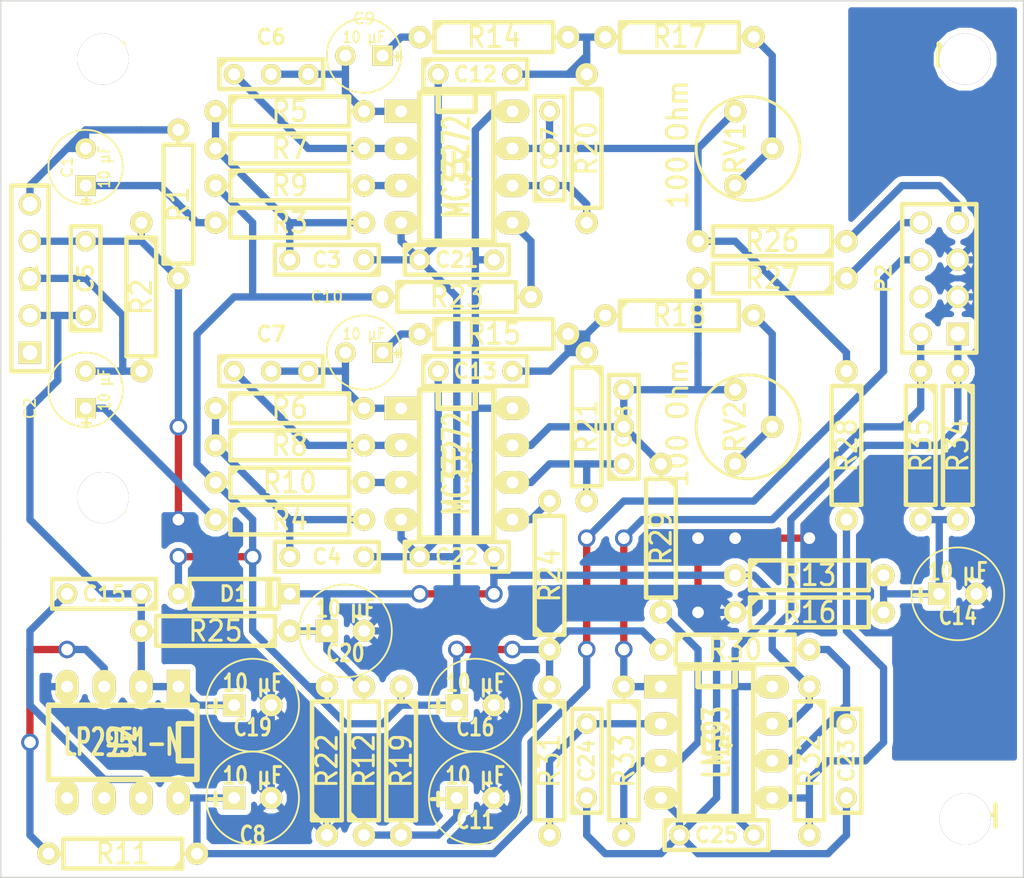
<source format=kicad_pcb>
(kicad_pcb (version 3) (host pcbnew "(22-Jun-2014 BZR 4027)-stable")

  (general
    (links 134)
    (no_connects 1)
    (area 6.286934 91.09072 128.753066 154.92966)
    (thickness 1.6)
    (drawings 5)
    (tracks 392)
    (zones 0)
    (modules 73)
    (nets 42)
  )

  (page A4)
  (title_block 
    (title "Radar Amplifier & Frontend")
    (rev 1)
    (company "(c) 2016 Andreas Messer")
  )

  (layers
    (15 F.Cu signal)
    (0 B.Cu signal)
    (16 B.Adhes user)
    (17 F.Adhes user)
    (18 B.Paste user)
    (19 F.Paste user)
    (20 B.SilkS user)
    (21 F.SilkS user)
    (22 B.Mask user)
    (23 F.Mask user)
    (24 Dwgs.User user)
    (25 Cmts.User user)
    (26 Eco1.User user)
    (27 Eco2.User user)
    (28 Edge.Cuts user)
  )

  (setup
    (last_trace_width 0.5)
    (user_trace_width 0.5)
    (trace_clearance 0.254)
    (zone_clearance 0.4)
    (zone_45_only no)
    (trace_min 0.254)
    (segment_width 0.2)
    (edge_width 0.1)
    (via_size 1.2)
    (via_drill 0.8)
    (via_min_size 0.889)
    (via_min_drill 0.508)
    (uvia_size 0.508)
    (uvia_drill 0.127)
    (uvias_allowed no)
    (uvia_min_size 0.508)
    (uvia_min_drill 0.127)
    (pcb_text_width 0.3)
    (pcb_text_size 1.5 1.5)
    (mod_edge_width 0.15)
    (mod_text_size 1 1)
    (mod_text_width 0.15)
    (pad_size 3.50012 3.50012)
    (pad_drill 3.50012)
    (pad_to_mask_clearance 0)
    (aux_axis_origin 0 0)
    (visible_elements FFFF7FBF)
    (pcbplotparams
      (layerselection 2097152)
      (usegerberextensions false)
      (excludeedgelayer false)
      (linewidth 0.020000)
      (plotframeref false)
      (viasonmask false)
      (mode 1)
      (useauxorigin false)
      (hpglpennumber 1)
      (hpglpenspeed 20)
      (hpglpendiameter 15)
      (hpglpenoverlay 2)
      (psnegative false)
      (psa4output false)
      (plotreference true)
      (plotvalue false)
      (plotothertext true)
      (plotinvisibletext false)
      (padsonsilk false)
      (subtractmaskfromsilk false)
      (outputformat 5)
      (mirror false)
      (drillshape 1)
      (scaleselection 1)
      (outputdirectory /tmp/))
  )

  (net 0 "")
  (net 1 +5V)
  (net 2 /CMP_I)
  (net 3 /CMP_Q)
  (net 4 /IN_I)
  (net 5 /IN_Q)
  (net 6 /OUT_I)
  (net 7 /OUT_Q)
  (net 8 /SHUTDOWN)
  (net 9 /Vref)
  (net 10 /Vref2)
  (net 11 /Vsupply)
  (net 12 /Vsupradar)
  (net 13 GND)
  (net 14 N-000001)
  (net 15 N-0000010)
  (net 16 N-0000012)
  (net 17 N-0000013)
  (net 18 N-0000015)
  (net 19 N-0000016)
  (net 20 N-0000017)
  (net 21 N-0000019)
  (net 22 N-000002)
  (net 23 N-0000020)
  (net 24 N-0000022)
  (net 25 N-0000023)
  (net 26 N-0000024)
  (net 27 N-0000025)
  (net 28 N-0000026)
  (net 29 N-0000028)
  (net 30 N-0000029)
  (net 31 N-000003)
  (net 32 N-0000030)
  (net 33 N-0000031)
  (net 34 N-0000038)
  (net 35 N-000004)
  (net 36 N-0000041)
  (net 37 N-000005)
  (net 38 N-000006)
  (net 39 N-000007)
  (net 40 N-000008)
  (net 41 N-000009)

  (net_class Default "Dies ist die voreingestellte Netzklasse."
    (clearance 0.254)
    (trace_width 0.254)
    (via_dia 1.2)
    (via_drill 0.8)
    (uvia_dia 0.508)
    (uvia_drill 0.127)
    (add_net "")
    (add_net +5V)
    (add_net /CMP_I)
    (add_net /CMP_Q)
    (add_net /IN_I)
    (add_net /IN_Q)
    (add_net /OUT_I)
    (add_net /OUT_Q)
    (add_net /SHUTDOWN)
    (add_net /Vref)
    (add_net /Vref2)
    (add_net /Vsupply)
    (add_net /Vsupradar)
    (add_net GND)
    (add_net N-000001)
    (add_net N-0000010)
    (add_net N-0000012)
    (add_net N-0000013)
    (add_net N-0000015)
    (add_net N-0000016)
    (add_net N-0000017)
    (add_net N-0000019)
    (add_net N-000002)
    (add_net N-0000020)
    (add_net N-0000022)
    (add_net N-0000023)
    (add_net N-0000024)
    (add_net N-0000025)
    (add_net N-0000026)
    (add_net N-0000028)
    (add_net N-0000029)
    (add_net N-000003)
    (add_net N-0000030)
    (add_net N-0000031)
    (add_net N-0000038)
    (add_net N-000004)
    (add_net N-0000041)
    (add_net N-000005)
    (add_net N-000006)
    (add_net N-000007)
    (add_net N-000008)
    (add_net N-000009)
  )

  (module RV2 (layer F.Cu) (tedit 56B752C9) (tstamp 56A7CE04)
    (at 82.55 121.92 270)
    (descr "Resistance variable / potentiometre")
    (tags R)
    (path /56A4EEC9)
    (autoplace_cost90 10)
    (autoplace_cost180 10)
    (fp_text reference RV2 (at 0 1.27 270) (layer F.SilkS)
      (effects (font (size 1.397 1.27) (thickness 0.2032)))
    )
    (fp_text value "100 Ohm" (at -0.254 5.207 270) (layer F.SilkS)
      (effects (font (size 1.397 1.27) (thickness 0.2032)))
    )
    (fp_circle (center 0 0.381) (end 0 -3.175) (layer F.SilkS) (width 0.2032))
    (pad 1 thru_hole circle (at -2.54 1.27 270) (size 1.524 1.524) (drill 0.8128)
      (layers *.Cu *.Mask F.SilkS)
      (net 22 N-000002)
    )
    (pad 2 thru_hole circle (at 0 -1.27 270) (size 1.524 1.524) (drill 0.8128)
      (layers *.Cu *.Mask F.SilkS)
      (net 20 N-0000017)
    )
    (pad 3 thru_hole circle (at 2.54 1.27 270) (size 1.524 1.524) (drill 0.8128)
      (layers *.Cu *.Mask F.SilkS)
      (net 20 N-0000017)
    )
    (model discret/adjustable_rx2.wrl
      (at (xyz 0 0 0))
      (scale (xyz 1 1 1))
      (rotate (xyz 0 0 0))
    )
  )

  (module RV2 (layer F.Cu) (tedit 56B752CD) (tstamp 56A7CE0C)
    (at 82.55 102.87 270)
    (descr "Resistance variable / potentiometre")
    (tags R)
    (path /56A4ECDD)
    (autoplace_cost90 10)
    (autoplace_cost180 10)
    (fp_text reference RV1 (at 0 1.27 270) (layer F.SilkS)
      (effects (font (size 1.397 1.27) (thickness 0.2032)))
    )
    (fp_text value "100 Ohm" (at -0.254 5.207 270) (layer F.SilkS)
      (effects (font (size 1.397 1.27) (thickness 0.2032)))
    )
    (fp_circle (center 0 0.381) (end 0 -3.175) (layer F.SilkS) (width 0.2032))
    (pad 1 thru_hole circle (at -2.54 1.27 270) (size 1.524 1.524) (drill 0.8128)
      (layers *.Cu *.Mask F.SilkS)
      (net 27 N-0000025)
    )
    (pad 2 thru_hole circle (at 0 -1.27 270) (size 1.524 1.524) (drill 0.8128)
      (layers *.Cu *.Mask F.SilkS)
      (net 24 N-0000022)
    )
    (pad 3 thru_hole circle (at 2.54 1.27 270) (size 1.524 1.524) (drill 0.8128)
      (layers *.Cu *.Mask F.SilkS)
      (net 24 N-0000022)
    )
    (model discret/adjustable_rx2.wrl
      (at (xyz 0 0 0))
      (scale (xyz 1 1 1))
      (rotate (xyz 0 0 0))
    )
  )

  (module R4 (layer F.Cu) (tedit 200000) (tstamp 56A7CE1A)
    (at 83.82 109.22 180)
    (descr "Resitance 4 pas")
    (tags R)
    (path /56A4F63C)
    (autoplace_cost180 10)
    (fp_text reference R26 (at 0 0 180) (layer F.SilkS)
      (effects (font (size 1.397 1.27) (thickness 0.2032)))
    )
    (fp_text value "100 Ohm" (at 0 0 180) (layer F.SilkS) hide
      (effects (font (size 1.397 1.27) (thickness 0.2032)))
    )
    (fp_line (start -5.08 0) (end -4.064 0) (layer F.SilkS) (width 0.3048))
    (fp_line (start -4.064 0) (end -4.064 -1.016) (layer F.SilkS) (width 0.3048))
    (fp_line (start -4.064 -1.016) (end 4.064 -1.016) (layer F.SilkS) (width 0.3048))
    (fp_line (start 4.064 -1.016) (end 4.064 1.016) (layer F.SilkS) (width 0.3048))
    (fp_line (start 4.064 1.016) (end -4.064 1.016) (layer F.SilkS) (width 0.3048))
    (fp_line (start -4.064 1.016) (end -4.064 0) (layer F.SilkS) (width 0.3048))
    (fp_line (start -4.064 -0.508) (end -3.556 -1.016) (layer F.SilkS) (width 0.3048))
    (fp_line (start 5.08 0) (end 4.064 0) (layer F.SilkS) (width 0.3048))
    (pad 1 thru_hole circle (at -5.08 0 180) (size 1.524 1.524) (drill 0.8128)
      (layers *.Cu *.Mask F.SilkS)
      (net 6 /OUT_I)
    )
    (pad 2 thru_hole circle (at 5.08 0 180) (size 1.524 1.524) (drill 0.8128)
      (layers *.Cu *.Mask F.SilkS)
      (net 27 N-0000025)
    )
    (model discret/resistor.wrl
      (at (xyz 0 0 0))
      (scale (xyz 0.4 0.4 0.4))
      (rotate (xyz 0 0 0))
    )
  )

  (module R4 (layer F.Cu) (tedit 200000) (tstamp 56A7CE28)
    (at 64.77 115.57)
    (descr "Resitance 4 pas")
    (tags R)
    (path /56A4EE98)
    (autoplace_cost180 10)
    (fp_text reference R15 (at 0 0) (layer F.SilkS)
      (effects (font (size 1.397 1.27) (thickness 0.2032)))
    )
    (fp_text value "120 Ohm" (at 0 0) (layer F.SilkS) hide
      (effects (font (size 1.397 1.27) (thickness 0.2032)))
    )
    (fp_line (start -5.08 0) (end -4.064 0) (layer F.SilkS) (width 0.3048))
    (fp_line (start -4.064 0) (end -4.064 -1.016) (layer F.SilkS) (width 0.3048))
    (fp_line (start -4.064 -1.016) (end 4.064 -1.016) (layer F.SilkS) (width 0.3048))
    (fp_line (start 4.064 -1.016) (end 4.064 1.016) (layer F.SilkS) (width 0.3048))
    (fp_line (start 4.064 1.016) (end -4.064 1.016) (layer F.SilkS) (width 0.3048))
    (fp_line (start -4.064 1.016) (end -4.064 0) (layer F.SilkS) (width 0.3048))
    (fp_line (start -4.064 -0.508) (end -3.556 -1.016) (layer F.SilkS) (width 0.3048))
    (fp_line (start 5.08 0) (end 4.064 0) (layer F.SilkS) (width 0.3048))
    (pad 1 thru_hole circle (at -5.08 0) (size 1.524 1.524) (drill 0.8128)
      (layers *.Cu *.Mask F.SilkS)
      (net 39 N-000007)
    )
    (pad 2 thru_hole circle (at 5.08 0) (size 1.524 1.524) (drill 0.8128)
      (layers *.Cu *.Mask F.SilkS)
      (net 37 N-000005)
    )
    (model discret/resistor.wrl
      (at (xyz 0 0 0))
      (scale (xyz 0.4 0.4 0.4))
      (rotate (xyz 0 0 0))
    )
  )

  (module R4 (layer F.Cu) (tedit 200000) (tstamp 56A7CE36)
    (at 77.47 114.3)
    (descr "Resitance 4 pas")
    (tags R)
    (path /56A4EE9E)
    (autoplace_cost180 10)
    (fp_text reference R18 (at 0 0) (layer F.SilkS)
      (effects (font (size 1.397 1.27) (thickness 0.2032)))
    )
    (fp_text value "12 kOhm" (at 0 0) (layer F.SilkS) hide
      (effects (font (size 1.397 1.27) (thickness 0.2032)))
    )
    (fp_line (start -5.08 0) (end -4.064 0) (layer F.SilkS) (width 0.3048))
    (fp_line (start -4.064 0) (end -4.064 -1.016) (layer F.SilkS) (width 0.3048))
    (fp_line (start -4.064 -1.016) (end 4.064 -1.016) (layer F.SilkS) (width 0.3048))
    (fp_line (start 4.064 -1.016) (end 4.064 1.016) (layer F.SilkS) (width 0.3048))
    (fp_line (start 4.064 1.016) (end -4.064 1.016) (layer F.SilkS) (width 0.3048))
    (fp_line (start -4.064 1.016) (end -4.064 0) (layer F.SilkS) (width 0.3048))
    (fp_line (start -4.064 -0.508) (end -3.556 -1.016) (layer F.SilkS) (width 0.3048))
    (fp_line (start 5.08 0) (end 4.064 0) (layer F.SilkS) (width 0.3048))
    (pad 1 thru_hole circle (at -5.08 0) (size 1.524 1.524) (drill 0.8128)
      (layers *.Cu *.Mask F.SilkS)
      (net 37 N-000005)
    )
    (pad 2 thru_hole circle (at 5.08 0) (size 1.524 1.524) (drill 0.8128)
      (layers *.Cu *.Mask F.SilkS)
      (net 20 N-0000017)
    )
    (model discret/resistor.wrl
      (at (xyz 0 0 0))
      (scale (xyz 0.4 0.4 0.4))
      (rotate (xyz 0 0 0))
    )
  )

  (module R4 (layer F.Cu) (tedit 200000) (tstamp 56A7CE44)
    (at 68.58 132.08 90)
    (descr "Resitance 4 pas")
    (tags R)
    (path /56A4EEB1)
    (autoplace_cost180 10)
    (fp_text reference R24 (at 0 0 90) (layer F.SilkS)
      (effects (font (size 1.397 1.27) (thickness 0.2032)))
    )
    (fp_text value "12 kOhm" (at 0 0 90) (layer F.SilkS) hide
      (effects (font (size 1.397 1.27) (thickness 0.2032)))
    )
    (fp_line (start -5.08 0) (end -4.064 0) (layer F.SilkS) (width 0.3048))
    (fp_line (start -4.064 0) (end -4.064 -1.016) (layer F.SilkS) (width 0.3048))
    (fp_line (start -4.064 -1.016) (end 4.064 -1.016) (layer F.SilkS) (width 0.3048))
    (fp_line (start 4.064 -1.016) (end 4.064 1.016) (layer F.SilkS) (width 0.3048))
    (fp_line (start 4.064 1.016) (end -4.064 1.016) (layer F.SilkS) (width 0.3048))
    (fp_line (start -4.064 1.016) (end -4.064 0) (layer F.SilkS) (width 0.3048))
    (fp_line (start -4.064 -0.508) (end -3.556 -1.016) (layer F.SilkS) (width 0.3048))
    (fp_line (start 5.08 0) (end 4.064 0) (layer F.SilkS) (width 0.3048))
    (pad 1 thru_hole circle (at -5.08 0 90) (size 1.524 1.524) (drill 0.8128)
      (layers *.Cu *.Mask F.SilkS)
      (net 10 /Vref2)
    )
    (pad 2 thru_hole circle (at 5.08 0 90) (size 1.524 1.524) (drill 0.8128)
      (layers *.Cu *.Mask F.SilkS)
      (net 31 N-000003)
    )
    (model discret/resistor.wrl
      (at (xyz 0 0 0))
      (scale (xyz 0.4 0.4 0.4))
      (rotate (xyz 0 0 0))
    )
  )

  (module R4 (layer F.Cu) (tedit 200000) (tstamp 56A7CE52)
    (at 88.9 123.19 270)
    (descr "Resitance 4 pas")
    (tags R)
    (path /56A4EF00)
    (autoplace_cost180 10)
    (fp_text reference R28 (at 0 0 270) (layer F.SilkS)
      (effects (font (size 1.397 1.27) (thickness 0.2032)))
    )
    (fp_text value "1.8 kOhm" (at 0 0 270) (layer F.SilkS) hide
      (effects (font (size 1.397 1.27) (thickness 0.2032)))
    )
    (fp_line (start -5.08 0) (end -4.064 0) (layer F.SilkS) (width 0.3048))
    (fp_line (start -4.064 0) (end -4.064 -1.016) (layer F.SilkS) (width 0.3048))
    (fp_line (start -4.064 -1.016) (end 4.064 -1.016) (layer F.SilkS) (width 0.3048))
    (fp_line (start 4.064 -1.016) (end 4.064 1.016) (layer F.SilkS) (width 0.3048))
    (fp_line (start 4.064 1.016) (end -4.064 1.016) (layer F.SilkS) (width 0.3048))
    (fp_line (start -4.064 1.016) (end -4.064 0) (layer F.SilkS) (width 0.3048))
    (fp_line (start -4.064 -0.508) (end -3.556 -1.016) (layer F.SilkS) (width 0.3048))
    (fp_line (start 5.08 0) (end 4.064 0) (layer F.SilkS) (width 0.3048))
    (pad 1 thru_hole circle (at -5.08 0 270) (size 1.524 1.524) (drill 0.8128)
      (layers *.Cu *.Mask F.SilkS)
      (net 27 N-0000025)
    )
    (pad 2 thru_hole circle (at 5.08 0 270) (size 1.524 1.524) (drill 0.8128)
      (layers *.Cu *.Mask F.SilkS)
      (net 19 N-0000016)
    )
    (model discret/resistor.wrl
      (at (xyz 0 0 0))
      (scale (xyz 0.4 0.4 0.4))
      (rotate (xyz 0 0 0))
    )
  )

  (module R4 (layer F.Cu) (tedit 200000) (tstamp 56A7CE60)
    (at 50.8 102.87)
    (descr "Resitance 4 pas")
    (tags R)
    (path /56A4E53E)
    (autoplace_cost180 10)
    (fp_text reference R7 (at 0 0) (layer F.SilkS)
      (effects (font (size 1.397 1.27) (thickness 0.2032)))
    )
    (fp_text value "1.8 kOhm" (at 0 0) (layer F.SilkS) hide
      (effects (font (size 1.397 1.27) (thickness 0.2032)))
    )
    (fp_line (start -5.08 0) (end -4.064 0) (layer F.SilkS) (width 0.3048))
    (fp_line (start -4.064 0) (end -4.064 -1.016) (layer F.SilkS) (width 0.3048))
    (fp_line (start -4.064 -1.016) (end 4.064 -1.016) (layer F.SilkS) (width 0.3048))
    (fp_line (start 4.064 -1.016) (end 4.064 1.016) (layer F.SilkS) (width 0.3048))
    (fp_line (start 4.064 1.016) (end -4.064 1.016) (layer F.SilkS) (width 0.3048))
    (fp_line (start -4.064 1.016) (end -4.064 0) (layer F.SilkS) (width 0.3048))
    (fp_line (start -4.064 -0.508) (end -3.556 -1.016) (layer F.SilkS) (width 0.3048))
    (fp_line (start 5.08 0) (end 4.064 0) (layer F.SilkS) (width 0.3048))
    (pad 1 thru_hole circle (at -5.08 0) (size 1.524 1.524) (drill 0.8128)
      (layers *.Cu *.Mask F.SilkS)
      (net 21 N-0000019)
    )
    (pad 2 thru_hole circle (at 5.08 0) (size 1.524 1.524) (drill 0.8128)
      (layers *.Cu *.Mask F.SilkS)
      (net 33 N-0000031)
    )
    (model discret/resistor.wrl
      (at (xyz 0 0 0))
      (scale (xyz 0.4 0.4 0.4))
      (rotate (xyz 0 0 0))
    )
  )

  (module R4 (layer F.Cu) (tedit 200000) (tstamp 56A7CE6E)
    (at 81.28 137.16)
    (descr "Resitance 4 pas")
    (tags R)
    (path /56A4F07B)
    (autoplace_cost180 10)
    (fp_text reference R30 (at 0 0) (layer F.SilkS)
      (effects (font (size 1.397 1.27) (thickness 0.2032)))
    )
    (fp_text value "100 Ohm" (at 0 0) (layer F.SilkS) hide
      (effects (font (size 1.397 1.27) (thickness 0.2032)))
    )
    (fp_line (start -5.08 0) (end -4.064 0) (layer F.SilkS) (width 0.3048))
    (fp_line (start -4.064 0) (end -4.064 -1.016) (layer F.SilkS) (width 0.3048))
    (fp_line (start -4.064 -1.016) (end 4.064 -1.016) (layer F.SilkS) (width 0.3048))
    (fp_line (start 4.064 -1.016) (end 4.064 1.016) (layer F.SilkS) (width 0.3048))
    (fp_line (start 4.064 1.016) (end -4.064 1.016) (layer F.SilkS) (width 0.3048))
    (fp_line (start -4.064 1.016) (end -4.064 0) (layer F.SilkS) (width 0.3048))
    (fp_line (start -4.064 -0.508) (end -3.556 -1.016) (layer F.SilkS) (width 0.3048))
    (fp_line (start 5.08 0) (end 4.064 0) (layer F.SilkS) (width 0.3048))
    (pad 1 thru_hole circle (at -5.08 0) (size 1.524 1.524) (drill 0.8128)
      (layers *.Cu *.Mask F.SilkS)
      (net 10 /Vref2)
    )
    (pad 2 thru_hole circle (at 5.08 0) (size 1.524 1.524) (drill 0.8128)
      (layers *.Cu *.Mask F.SilkS)
      (net 18 N-0000015)
    )
    (model discret/resistor.wrl
      (at (xyz 0 0 0))
      (scale (xyz 0.4 0.4 0.4))
      (rotate (xyz 0 0 0))
    )
  )

  (module R4 (layer F.Cu) (tedit 200000) (tstamp 56A7CE7C)
    (at 96.52 123.19 270)
    (descr "Resitance 4 pas")
    (tags R)
    (path /56A4F19D)
    (autoplace_cost180 10)
    (fp_text reference R34 (at 0 0 270) (layer F.SilkS)
      (effects (font (size 1.397 1.27) (thickness 0.2032)))
    )
    (fp_text value "12 kOhm" (at 0 0 270) (layer F.SilkS) hide
      (effects (font (size 1.397 1.27) (thickness 0.2032)))
    )
    (fp_line (start -5.08 0) (end -4.064 0) (layer F.SilkS) (width 0.3048))
    (fp_line (start -4.064 0) (end -4.064 -1.016) (layer F.SilkS) (width 0.3048))
    (fp_line (start -4.064 -1.016) (end 4.064 -1.016) (layer F.SilkS) (width 0.3048))
    (fp_line (start 4.064 -1.016) (end 4.064 1.016) (layer F.SilkS) (width 0.3048))
    (fp_line (start 4.064 1.016) (end -4.064 1.016) (layer F.SilkS) (width 0.3048))
    (fp_line (start -4.064 1.016) (end -4.064 0) (layer F.SilkS) (width 0.3048))
    (fp_line (start -4.064 -0.508) (end -3.556 -1.016) (layer F.SilkS) (width 0.3048))
    (fp_line (start 5.08 0) (end 4.064 0) (layer F.SilkS) (width 0.3048))
    (pad 1 thru_hole circle (at -5.08 0 270) (size 1.524 1.524) (drill 0.8128)
      (layers *.Cu *.Mask F.SilkS)
      (net 2 /CMP_I)
    )
    (pad 2 thru_hole circle (at 5.08 0 270) (size 1.524 1.524) (drill 0.8128)
      (layers *.Cu *.Mask F.SilkS)
      (net 9 /Vref)
    )
    (model discret/resistor.wrl
      (at (xyz 0 0 0))
      (scale (xyz 0.4 0.4 0.4))
      (rotate (xyz 0 0 0))
    )
  )

  (module R4 (layer F.Cu) (tedit 200000) (tstamp 56AD3A5A)
    (at 76.2 129.54 270)
    (descr "Resitance 4 pas")
    (tags R)
    (path /56A4F20B)
    (autoplace_cost180 10)
    (fp_text reference R29 (at 0 0 270) (layer F.SilkS)
      (effects (font (size 1.397 1.27) (thickness 0.2032)))
    )
    (fp_text value "1.8 kOhm" (at 0 0 270) (layer F.SilkS) hide
      (effects (font (size 1.397 1.27) (thickness 0.2032)))
    )
    (fp_line (start -5.08 0) (end -4.064 0) (layer F.SilkS) (width 0.3048))
    (fp_line (start -4.064 0) (end -4.064 -1.016) (layer F.SilkS) (width 0.3048))
    (fp_line (start -4.064 -1.016) (end 4.064 -1.016) (layer F.SilkS) (width 0.3048))
    (fp_line (start 4.064 -1.016) (end 4.064 1.016) (layer F.SilkS) (width 0.3048))
    (fp_line (start 4.064 1.016) (end -4.064 1.016) (layer F.SilkS) (width 0.3048))
    (fp_line (start -4.064 1.016) (end -4.064 0) (layer F.SilkS) (width 0.3048))
    (fp_line (start -4.064 -0.508) (end -3.556 -1.016) (layer F.SilkS) (width 0.3048))
    (fp_line (start 5.08 0) (end 4.064 0) (layer F.SilkS) (width 0.3048))
    (pad 1 thru_hole circle (at -5.08 0 270) (size 1.524 1.524) (drill 0.8128)
      (layers *.Cu *.Mask F.SilkS)
      (net 22 N-000002)
    )
    (pad 2 thru_hole circle (at 5.08 0 270) (size 1.524 1.524) (drill 0.8128)
      (layers *.Cu *.Mask F.SilkS)
      (net 17 N-0000013)
    )
    (model discret/resistor.wrl
      (at (xyz 0 0 0))
      (scale (xyz 0.4 0.4 0.4))
      (rotate (xyz 0 0 0))
    )
  )

  (module R4 (layer F.Cu) (tedit 200000) (tstamp 56A7CE98)
    (at 73.66 144.78 270)
    (descr "Resitance 4 pas")
    (tags R)
    (path /56A4F211)
    (autoplace_cost180 10)
    (fp_text reference R33 (at 0 0 270) (layer F.SilkS)
      (effects (font (size 1.397 1.27) (thickness 0.2032)))
    )
    (fp_text value "180 kOhm" (at 0 0 270) (layer F.SilkS) hide
      (effects (font (size 1.397 1.27) (thickness 0.2032)))
    )
    (fp_line (start -5.08 0) (end -4.064 0) (layer F.SilkS) (width 0.3048))
    (fp_line (start -4.064 0) (end -4.064 -1.016) (layer F.SilkS) (width 0.3048))
    (fp_line (start -4.064 -1.016) (end 4.064 -1.016) (layer F.SilkS) (width 0.3048))
    (fp_line (start 4.064 -1.016) (end 4.064 1.016) (layer F.SilkS) (width 0.3048))
    (fp_line (start 4.064 1.016) (end -4.064 1.016) (layer F.SilkS) (width 0.3048))
    (fp_line (start -4.064 1.016) (end -4.064 0) (layer F.SilkS) (width 0.3048))
    (fp_line (start -4.064 -0.508) (end -3.556 -1.016) (layer F.SilkS) (width 0.3048))
    (fp_line (start 5.08 0) (end 4.064 0) (layer F.SilkS) (width 0.3048))
    (pad 1 thru_hole circle (at -5.08 0 270) (size 1.524 1.524) (drill 0.8128)
      (layers *.Cu *.Mask F.SilkS)
      (net 3 /CMP_Q)
    )
    (pad 2 thru_hole circle (at 5.08 0 270) (size 1.524 1.524) (drill 0.8128)
      (layers *.Cu *.Mask F.SilkS)
      (net 17 N-0000013)
    )
    (model discret/resistor.wrl
      (at (xyz 0 0 0))
      (scale (xyz 0.4 0.4 0.4))
      (rotate (xyz 0 0 0))
    )
  )

  (module R4 (layer F.Cu) (tedit 200000) (tstamp 56A7CEA6)
    (at 68.58 144.78 270)
    (descr "Resitance 4 pas")
    (tags R)
    (path /56A4F21E)
    (autoplace_cost180 10)
    (fp_text reference R31 (at 0 0 270) (layer F.SilkS)
      (effects (font (size 1.397 1.27) (thickness 0.2032)))
    )
    (fp_text value "100 Ohm" (at 0 0 270) (layer F.SilkS) hide
      (effects (font (size 1.397 1.27) (thickness 0.2032)))
    )
    (fp_line (start -5.08 0) (end -4.064 0) (layer F.SilkS) (width 0.3048))
    (fp_line (start -4.064 0) (end -4.064 -1.016) (layer F.SilkS) (width 0.3048))
    (fp_line (start -4.064 -1.016) (end 4.064 -1.016) (layer F.SilkS) (width 0.3048))
    (fp_line (start 4.064 -1.016) (end 4.064 1.016) (layer F.SilkS) (width 0.3048))
    (fp_line (start 4.064 1.016) (end -4.064 1.016) (layer F.SilkS) (width 0.3048))
    (fp_line (start -4.064 1.016) (end -4.064 0) (layer F.SilkS) (width 0.3048))
    (fp_line (start -4.064 -0.508) (end -3.556 -1.016) (layer F.SilkS) (width 0.3048))
    (fp_line (start 5.08 0) (end 4.064 0) (layer F.SilkS) (width 0.3048))
    (pad 1 thru_hole circle (at -5.08 0 270) (size 1.524 1.524) (drill 0.8128)
      (layers *.Cu *.Mask F.SilkS)
      (net 10 /Vref2)
    )
    (pad 2 thru_hole circle (at 5.08 0 270) (size 1.524 1.524) (drill 0.8128)
      (layers *.Cu *.Mask F.SilkS)
      (net 16 N-0000012)
    )
    (model discret/resistor.wrl
      (at (xyz 0 0 0))
      (scale (xyz 0.4 0.4 0.4))
      (rotate (xyz 0 0 0))
    )
  )

  (module R4 (layer F.Cu) (tedit 200000) (tstamp 56A7CEB4)
    (at 86.36 144.78 270)
    (descr "Resitance 4 pas")
    (tags R)
    (path /56A4EF10)
    (autoplace_cost180 10)
    (fp_text reference R32 (at 0 0 270) (layer F.SilkS)
      (effects (font (size 1.397 1.27) (thickness 0.2032)))
    )
    (fp_text value "180 kOhm" (at 0 0 270) (layer F.SilkS) hide
      (effects (font (size 1.397 1.27) (thickness 0.2032)))
    )
    (fp_line (start -5.08 0) (end -4.064 0) (layer F.SilkS) (width 0.3048))
    (fp_line (start -4.064 0) (end -4.064 -1.016) (layer F.SilkS) (width 0.3048))
    (fp_line (start -4.064 -1.016) (end 4.064 -1.016) (layer F.SilkS) (width 0.3048))
    (fp_line (start 4.064 -1.016) (end 4.064 1.016) (layer F.SilkS) (width 0.3048))
    (fp_line (start 4.064 1.016) (end -4.064 1.016) (layer F.SilkS) (width 0.3048))
    (fp_line (start -4.064 1.016) (end -4.064 0) (layer F.SilkS) (width 0.3048))
    (fp_line (start -4.064 -0.508) (end -3.556 -1.016) (layer F.SilkS) (width 0.3048))
    (fp_line (start 5.08 0) (end 4.064 0) (layer F.SilkS) (width 0.3048))
    (pad 1 thru_hole circle (at -5.08 0 270) (size 1.524 1.524) (drill 0.8128)
      (layers *.Cu *.Mask F.SilkS)
      (net 2 /CMP_I)
    )
    (pad 2 thru_hole circle (at 5.08 0 270) (size 1.524 1.524) (drill 0.8128)
      (layers *.Cu *.Mask F.SilkS)
      (net 19 N-0000016)
    )
    (model discret/resistor.wrl
      (at (xyz 0 0 0))
      (scale (xyz 0.4 0.4 0.4))
      (rotate (xyz 0 0 0))
    )
  )

  (module R4 (layer F.Cu) (tedit 200000) (tstamp 56A7CEC2)
    (at 83.82 111.76 180)
    (descr "Resitance 4 pas")
    (tags R)
    (path /56A4F763)
    (autoplace_cost180 10)
    (fp_text reference R27 (at 0 0 180) (layer F.SilkS)
      (effects (font (size 1.397 1.27) (thickness 0.2032)))
    )
    (fp_text value "100 Ohm" (at 0 0 180) (layer F.SilkS) hide
      (effects (font (size 1.397 1.27) (thickness 0.2032)))
    )
    (fp_line (start -5.08 0) (end -4.064 0) (layer F.SilkS) (width 0.3048))
    (fp_line (start -4.064 0) (end -4.064 -1.016) (layer F.SilkS) (width 0.3048))
    (fp_line (start -4.064 -1.016) (end 4.064 -1.016) (layer F.SilkS) (width 0.3048))
    (fp_line (start 4.064 -1.016) (end 4.064 1.016) (layer F.SilkS) (width 0.3048))
    (fp_line (start 4.064 1.016) (end -4.064 1.016) (layer F.SilkS) (width 0.3048))
    (fp_line (start -4.064 1.016) (end -4.064 0) (layer F.SilkS) (width 0.3048))
    (fp_line (start -4.064 -0.508) (end -3.556 -1.016) (layer F.SilkS) (width 0.3048))
    (fp_line (start 5.08 0) (end 4.064 0) (layer F.SilkS) (width 0.3048))
    (pad 1 thru_hole circle (at -5.08 0 180) (size 1.524 1.524) (drill 0.8128)
      (layers *.Cu *.Mask F.SilkS)
      (net 7 /OUT_Q)
    )
    (pad 2 thru_hole circle (at 5.08 0 180) (size 1.524 1.524) (drill 0.8128)
      (layers *.Cu *.Mask F.SilkS)
      (net 22 N-000002)
    )
    (model discret/resistor.wrl
      (at (xyz 0 0 0))
      (scale (xyz 0.4 0.4 0.4))
      (rotate (xyz 0 0 0))
    )
  )

  (module R4 (layer F.Cu) (tedit 200000) (tstamp 56A7CED0)
    (at 55.88 144.78 90)
    (descr "Resitance 4 pas")
    (tags R)
    (path /56A5069E)
    (autoplace_cost180 10)
    (fp_text reference R12 (at 0 0 90) (layer F.SilkS)
      (effects (font (size 1.397 1.27) (thickness 0.2032)))
    )
    (fp_text value "5.6 kOhm" (at 0 0 90) (layer F.SilkS) hide
      (effects (font (size 1.397 1.27) (thickness 0.2032)))
    )
    (fp_line (start -5.08 0) (end -4.064 0) (layer F.SilkS) (width 0.3048))
    (fp_line (start -4.064 0) (end -4.064 -1.016) (layer F.SilkS) (width 0.3048))
    (fp_line (start -4.064 -1.016) (end 4.064 -1.016) (layer F.SilkS) (width 0.3048))
    (fp_line (start 4.064 -1.016) (end 4.064 1.016) (layer F.SilkS) (width 0.3048))
    (fp_line (start 4.064 1.016) (end -4.064 1.016) (layer F.SilkS) (width 0.3048))
    (fp_line (start -4.064 1.016) (end -4.064 0) (layer F.SilkS) (width 0.3048))
    (fp_line (start -4.064 -0.508) (end -3.556 -1.016) (layer F.SilkS) (width 0.3048))
    (fp_line (start 5.08 0) (end 4.064 0) (layer F.SilkS) (width 0.3048))
    (pad 1 thru_hole circle (at -5.08 0 90) (size 1.524 1.524) (drill 0.8128)
      (layers *.Cu *.Mask F.SilkS)
      (net 36 N-0000041)
    )
    (pad 2 thru_hole circle (at 5.08 0 90) (size 1.524 1.524) (drill 0.8128)
      (layers *.Cu *.Mask F.SilkS)
      (net 1 +5V)
    )
    (model discret/resistor.wrl
      (at (xyz 0 0 0))
      (scale (xyz 0.4 0.4 0.4))
      (rotate (xyz 0 0 0))
    )
  )

  (module R4 (layer F.Cu) (tedit 200000) (tstamp 56A7CEDE)
    (at 58.42 144.78 270)
    (descr "Resitance 4 pas")
    (tags R)
    (path /56A506A9)
    (autoplace_cost180 10)
    (fp_text reference R19 (at 0 0 270) (layer F.SilkS)
      (effects (font (size 1.397 1.27) (thickness 0.2032)))
    )
    (fp_text value "5.6 kOhm" (at 0 0 270) (layer F.SilkS) hide
      (effects (font (size 1.397 1.27) (thickness 0.2032)))
    )
    (fp_line (start -5.08 0) (end -4.064 0) (layer F.SilkS) (width 0.3048))
    (fp_line (start -4.064 0) (end -4.064 -1.016) (layer F.SilkS) (width 0.3048))
    (fp_line (start -4.064 -1.016) (end 4.064 -1.016) (layer F.SilkS) (width 0.3048))
    (fp_line (start 4.064 -1.016) (end 4.064 1.016) (layer F.SilkS) (width 0.3048))
    (fp_line (start 4.064 1.016) (end -4.064 1.016) (layer F.SilkS) (width 0.3048))
    (fp_line (start -4.064 1.016) (end -4.064 0) (layer F.SilkS) (width 0.3048))
    (fp_line (start -4.064 -0.508) (end -3.556 -1.016) (layer F.SilkS) (width 0.3048))
    (fp_line (start 5.08 0) (end 4.064 0) (layer F.SilkS) (width 0.3048))
    (pad 1 thru_hole circle (at -5.08 0 270) (size 1.524 1.524) (drill 0.8128)
      (layers *.Cu *.Mask F.SilkS)
      (net 10 /Vref2)
    )
    (pad 2 thru_hole circle (at 5.08 0 270) (size 1.524 1.524) (drill 0.8128)
      (layers *.Cu *.Mask F.SilkS)
      (net 36 N-0000041)
    )
    (model discret/resistor.wrl
      (at (xyz 0 0 0))
      (scale (xyz 0.4 0.4 0.4))
      (rotate (xyz 0 0 0))
    )
  )

  (module R4 (layer F.Cu) (tedit 200000) (tstamp 56A7CEEC)
    (at 93.98 123.19 270)
    (descr "Resitance 4 pas")
    (tags R)
    (path /56A506DA)
    (autoplace_cost180 10)
    (fp_text reference R35 (at 0 0 270) (layer F.SilkS)
      (effects (font (size 1.397 1.27) (thickness 0.2032)))
    )
    (fp_text value "12 kOhm" (at 0 0 270) (layer F.SilkS) hide
      (effects (font (size 1.397 1.27) (thickness 0.2032)))
    )
    (fp_line (start -5.08 0) (end -4.064 0) (layer F.SilkS) (width 0.3048))
    (fp_line (start -4.064 0) (end -4.064 -1.016) (layer F.SilkS) (width 0.3048))
    (fp_line (start -4.064 -1.016) (end 4.064 -1.016) (layer F.SilkS) (width 0.3048))
    (fp_line (start 4.064 -1.016) (end 4.064 1.016) (layer F.SilkS) (width 0.3048))
    (fp_line (start 4.064 1.016) (end -4.064 1.016) (layer F.SilkS) (width 0.3048))
    (fp_line (start -4.064 1.016) (end -4.064 0) (layer F.SilkS) (width 0.3048))
    (fp_line (start -4.064 -0.508) (end -3.556 -1.016) (layer F.SilkS) (width 0.3048))
    (fp_line (start 5.08 0) (end 4.064 0) (layer F.SilkS) (width 0.3048))
    (pad 1 thru_hole circle (at -5.08 0 270) (size 1.524 1.524) (drill 0.8128)
      (layers *.Cu *.Mask F.SilkS)
      (net 3 /CMP_Q)
    )
    (pad 2 thru_hole circle (at 5.08 0 270) (size 1.524 1.524) (drill 0.8128)
      (layers *.Cu *.Mask F.SilkS)
      (net 9 /Vref)
    )
    (model discret/resistor.wrl
      (at (xyz 0 0 0))
      (scale (xyz 0.4 0.4 0.4))
      (rotate (xyz 0 0 0))
    )
  )

  (module R4 (layer F.Cu) (tedit 200000) (tstamp 56A7CEFA)
    (at 53.34 144.78 90)
    (descr "Resitance 4 pas")
    (tags R)
    (path /56A50698)
    (autoplace_cost180 10)
    (fp_text reference R22 (at 0 0 90) (layer F.SilkS)
      (effects (font (size 1.397 1.27) (thickness 0.2032)))
    )
    (fp_text value "5.6 kOhm" (at 0 0 90) (layer F.SilkS) hide
      (effects (font (size 1.397 1.27) (thickness 0.2032)))
    )
    (fp_line (start -5.08 0) (end -4.064 0) (layer F.SilkS) (width 0.3048))
    (fp_line (start -4.064 0) (end -4.064 -1.016) (layer F.SilkS) (width 0.3048))
    (fp_line (start -4.064 -1.016) (end 4.064 -1.016) (layer F.SilkS) (width 0.3048))
    (fp_line (start 4.064 -1.016) (end 4.064 1.016) (layer F.SilkS) (width 0.3048))
    (fp_line (start 4.064 1.016) (end -4.064 1.016) (layer F.SilkS) (width 0.3048))
    (fp_line (start -4.064 1.016) (end -4.064 0) (layer F.SilkS) (width 0.3048))
    (fp_line (start -4.064 -0.508) (end -3.556 -1.016) (layer F.SilkS) (width 0.3048))
    (fp_line (start 5.08 0) (end 4.064 0) (layer F.SilkS) (width 0.3048))
    (pad 1 thru_hole circle (at -5.08 0 90) (size 1.524 1.524) (drill 0.8128)
      (layers *.Cu *.Mask F.SilkS)
      (net 13 GND)
    )
    (pad 2 thru_hole circle (at 5.08 0 90) (size 1.524 1.524) (drill 0.8128)
      (layers *.Cu *.Mask F.SilkS)
      (net 10 /Vref2)
    )
    (model discret/resistor.wrl
      (at (xyz 0 0 0))
      (scale (xyz 0.4 0.4 0.4))
      (rotate (xyz 0 0 0))
    )
  )

  (module R4 (layer F.Cu) (tedit 200000) (tstamp 56A7DF62)
    (at 39.37 151.13 180)
    (descr "Resitance 4 pas")
    (tags R)
    (path /56A50E4B)
    (autoplace_cost180 10)
    (fp_text reference R11 (at 0 0 180) (layer F.SilkS)
      (effects (font (size 1.397 1.27) (thickness 0.2032)))
    )
    (fp_text value "180 kOhm" (at 0 0 180) (layer F.SilkS) hide
      (effects (font (size 1.397 1.27) (thickness 0.2032)))
    )
    (fp_line (start -5.08 0) (end -4.064 0) (layer F.SilkS) (width 0.3048))
    (fp_line (start -4.064 0) (end -4.064 -1.016) (layer F.SilkS) (width 0.3048))
    (fp_line (start -4.064 -1.016) (end 4.064 -1.016) (layer F.SilkS) (width 0.3048))
    (fp_line (start 4.064 -1.016) (end 4.064 1.016) (layer F.SilkS) (width 0.3048))
    (fp_line (start 4.064 1.016) (end -4.064 1.016) (layer F.SilkS) (width 0.3048))
    (fp_line (start -4.064 1.016) (end -4.064 0) (layer F.SilkS) (width 0.3048))
    (fp_line (start -4.064 -0.508) (end -3.556 -1.016) (layer F.SilkS) (width 0.3048))
    (fp_line (start 5.08 0) (end 4.064 0) (layer F.SilkS) (width 0.3048))
    (pad 1 thru_hole circle (at -5.08 0 180) (size 1.524 1.524) (drill 0.8128)
      (layers *.Cu *.Mask F.SilkS)
      (net 11 /Vsupply)
    )
    (pad 2 thru_hole circle (at 5.08 0 180) (size 1.524 1.524) (drill 0.8128)
      (layers *.Cu *.Mask F.SilkS)
      (net 8 /SHUTDOWN)
    )
    (model discret/resistor.wrl
      (at (xyz 0 0 0))
      (scale (xyz 0.4 0.4 0.4))
      (rotate (xyz 0 0 0))
    )
  )

  (module R4 (layer F.Cu) (tedit 200000) (tstamp 56A7CF16)
    (at 45.72 135.89 180)
    (descr "Resitance 4 pas")
    (tags R)
    (path /56A51A24)
    (autoplace_cost180 10)
    (fp_text reference R25 (at 0 0 180) (layer F.SilkS)
      (effects (font (size 1.397 1.27) (thickness 0.2032)))
    )
    (fp_text value "100 Ohm" (at 0 0 180) (layer F.SilkS) hide
      (effects (font (size 1.397 1.27) (thickness 0.2032)))
    )
    (fp_line (start -5.08 0) (end -4.064 0) (layer F.SilkS) (width 0.3048))
    (fp_line (start -4.064 0) (end -4.064 -1.016) (layer F.SilkS) (width 0.3048))
    (fp_line (start -4.064 -1.016) (end 4.064 -1.016) (layer F.SilkS) (width 0.3048))
    (fp_line (start 4.064 -1.016) (end 4.064 1.016) (layer F.SilkS) (width 0.3048))
    (fp_line (start 4.064 1.016) (end -4.064 1.016) (layer F.SilkS) (width 0.3048))
    (fp_line (start -4.064 1.016) (end -4.064 0) (layer F.SilkS) (width 0.3048))
    (fp_line (start -4.064 -0.508) (end -3.556 -1.016) (layer F.SilkS) (width 0.3048))
    (fp_line (start 5.08 0) (end 4.064 0) (layer F.SilkS) (width 0.3048))
    (pad 1 thru_hole circle (at -5.08 0 180) (size 1.524 1.524) (drill 0.8128)
      (layers *.Cu *.Mask F.SilkS)
      (net 1 +5V)
    )
    (pad 2 thru_hole circle (at 5.08 0 180) (size 1.524 1.524) (drill 0.8128)
      (layers *.Cu *.Mask F.SilkS)
      (net 12 /Vsupradar)
    )
    (model discret/resistor.wrl
      (at (xyz 0 0 0))
      (scale (xyz 0.4 0.4 0.4))
      (rotate (xyz 0 0 0))
    )
  )

  (module R4 (layer F.Cu) (tedit 200000) (tstamp 56A7CF24)
    (at 86.36 132.08)
    (descr "Resitance 4 pas")
    (tags R)
    (path /56A53CA4)
    (autoplace_cost180 10)
    (fp_text reference R13 (at 0 0) (layer F.SilkS)
      (effects (font (size 1.397 1.27) (thickness 0.2032)))
    )
    (fp_text value "1 kOhm" (at 0 0) (layer F.SilkS) hide
      (effects (font (size 1.397 1.27) (thickness 0.2032)))
    )
    (fp_line (start -5.08 0) (end -4.064 0) (layer F.SilkS) (width 0.3048))
    (fp_line (start -4.064 0) (end -4.064 -1.016) (layer F.SilkS) (width 0.3048))
    (fp_line (start -4.064 -1.016) (end 4.064 -1.016) (layer F.SilkS) (width 0.3048))
    (fp_line (start 4.064 -1.016) (end 4.064 1.016) (layer F.SilkS) (width 0.3048))
    (fp_line (start 4.064 1.016) (end -4.064 1.016) (layer F.SilkS) (width 0.3048))
    (fp_line (start -4.064 1.016) (end -4.064 0) (layer F.SilkS) (width 0.3048))
    (fp_line (start -4.064 -0.508) (end -3.556 -1.016) (layer F.SilkS) (width 0.3048))
    (fp_line (start 5.08 0) (end 4.064 0) (layer F.SilkS) (width 0.3048))
    (pad 1 thru_hole circle (at -5.08 0) (size 1.524 1.524) (drill 0.8128)
      (layers *.Cu *.Mask F.SilkS)
      (net 1 +5V)
    )
    (pad 2 thru_hole circle (at 5.08 0) (size 1.524 1.524) (drill 0.8128)
      (layers *.Cu *.Mask F.SilkS)
      (net 9 /Vref)
    )
    (model discret/resistor.wrl
      (at (xyz 0 0 0))
      (scale (xyz 0.4 0.4 0.4))
      (rotate (xyz 0 0 0))
    )
  )

  (module R4 (layer F.Cu) (tedit 200000) (tstamp 56A7CF32)
    (at 86.36 134.62)
    (descr "Resitance 4 pas")
    (tags R)
    (path /56A53CAA)
    (autoplace_cost180 10)
    (fp_text reference R16 (at 0 0) (layer F.SilkS)
      (effects (font (size 1.397 1.27) (thickness 0.2032)))
    )
    (fp_text value "1.8 kOhm" (at 0 0) (layer F.SilkS) hide
      (effects (font (size 1.397 1.27) (thickness 0.2032)))
    )
    (fp_line (start -5.08 0) (end -4.064 0) (layer F.SilkS) (width 0.3048))
    (fp_line (start -4.064 0) (end -4.064 -1.016) (layer F.SilkS) (width 0.3048))
    (fp_line (start -4.064 -1.016) (end 4.064 -1.016) (layer F.SilkS) (width 0.3048))
    (fp_line (start 4.064 -1.016) (end 4.064 1.016) (layer F.SilkS) (width 0.3048))
    (fp_line (start 4.064 1.016) (end -4.064 1.016) (layer F.SilkS) (width 0.3048))
    (fp_line (start -4.064 1.016) (end -4.064 0) (layer F.SilkS) (width 0.3048))
    (fp_line (start -4.064 -0.508) (end -3.556 -1.016) (layer F.SilkS) (width 0.3048))
    (fp_line (start 5.08 0) (end 4.064 0) (layer F.SilkS) (width 0.3048))
    (pad 1 thru_hole circle (at -5.08 0) (size 1.524 1.524) (drill 0.8128)
      (layers *.Cu *.Mask F.SilkS)
      (net 13 GND)
    )
    (pad 2 thru_hole circle (at 5.08 0) (size 1.524 1.524) (drill 0.8128)
      (layers *.Cu *.Mask F.SilkS)
      (net 9 /Vref)
    )
    (model discret/resistor.wrl
      (at (xyz 0 0 0))
      (scale (xyz 0.4 0.4 0.4))
      (rotate (xyz 0 0 0))
    )
  )

  (module R4 (layer F.Cu) (tedit 200000) (tstamp 56A7CF40)
    (at 40.64 113.03 270)
    (descr "Resitance 4 pas")
    (tags R)
    (path /56A51EC3)
    (autoplace_cost180 10)
    (fp_text reference R2 (at 0 0 270) (layer F.SilkS)
      (effects (font (size 1.397 1.27) (thickness 0.2032)))
    )
    (fp_text value "5.6 kOhm" (at 0 0 270) (layer F.SilkS) hide
      (effects (font (size 1.397 1.27) (thickness 0.2032)))
    )
    (fp_line (start -5.08 0) (end -4.064 0) (layer F.SilkS) (width 0.3048))
    (fp_line (start -4.064 0) (end -4.064 -1.016) (layer F.SilkS) (width 0.3048))
    (fp_line (start -4.064 -1.016) (end 4.064 -1.016) (layer F.SilkS) (width 0.3048))
    (fp_line (start 4.064 -1.016) (end 4.064 1.016) (layer F.SilkS) (width 0.3048))
    (fp_line (start 4.064 1.016) (end -4.064 1.016) (layer F.SilkS) (width 0.3048))
    (fp_line (start -4.064 1.016) (end -4.064 0) (layer F.SilkS) (width 0.3048))
    (fp_line (start -4.064 -0.508) (end -3.556 -1.016) (layer F.SilkS) (width 0.3048))
    (fp_line (start 5.08 0) (end 4.064 0) (layer F.SilkS) (width 0.3048))
    (pad 1 thru_hole circle (at -5.08 0 270) (size 1.524 1.524) (drill 0.8128)
      (layers *.Cu *.Mask F.SilkS)
      (net 13 GND)
    )
    (pad 2 thru_hole circle (at 5.08 0 270) (size 1.524 1.524) (drill 0.8128)
      (layers *.Cu *.Mask F.SilkS)
      (net 5 /IN_Q)
    )
    (model discret/resistor.wrl
      (at (xyz 0 0 0))
      (scale (xyz 0.4 0.4 0.4))
      (rotate (xyz 0 0 0))
    )
  )

  (module R4 (layer F.Cu) (tedit 200000) (tstamp 56A7CF4E)
    (at 43.18 106.68 90)
    (descr "Resitance 4 pas")
    (tags R)
    (path /56A51F02)
    (autoplace_cost180 10)
    (fp_text reference R1 (at 0 0 90) (layer F.SilkS)
      (effects (font (size 1.397 1.27) (thickness 0.2032)))
    )
    (fp_text value "5.6 kOhm" (at 0 0 90) (layer F.SilkS) hide
      (effects (font (size 1.397 1.27) (thickness 0.2032)))
    )
    (fp_line (start -5.08 0) (end -4.064 0) (layer F.SilkS) (width 0.3048))
    (fp_line (start -4.064 0) (end -4.064 -1.016) (layer F.SilkS) (width 0.3048))
    (fp_line (start -4.064 -1.016) (end 4.064 -1.016) (layer F.SilkS) (width 0.3048))
    (fp_line (start 4.064 -1.016) (end 4.064 1.016) (layer F.SilkS) (width 0.3048))
    (fp_line (start 4.064 1.016) (end -4.064 1.016) (layer F.SilkS) (width 0.3048))
    (fp_line (start -4.064 1.016) (end -4.064 0) (layer F.SilkS) (width 0.3048))
    (fp_line (start -4.064 -0.508) (end -3.556 -1.016) (layer F.SilkS) (width 0.3048))
    (fp_line (start 5.08 0) (end 4.064 0) (layer F.SilkS) (width 0.3048))
    (pad 1 thru_hole circle (at -5.08 0 90) (size 1.524 1.524) (drill 0.8128)
      (layers *.Cu *.Mask F.SilkS)
      (net 13 GND)
    )
    (pad 2 thru_hole circle (at 5.08 0 90) (size 1.524 1.524) (drill 0.8128)
      (layers *.Cu *.Mask F.SilkS)
      (net 4 /IN_I)
    )
    (model discret/resistor.wrl
      (at (xyz 0 0 0))
      (scale (xyz 0.4 0.4 0.4))
      (rotate (xyz 0 0 0))
    )
  )

  (module R4 (layer F.Cu) (tedit 200000) (tstamp 56A7CF5C)
    (at 50.8 105.41)
    (descr "Resitance 4 pas")
    (tags R)
    (path /56A4E77F)
    (autoplace_cost180 10)
    (fp_text reference R9 (at 0 0) (layer F.SilkS)
      (effects (font (size 1.397 1.27) (thickness 0.2032)))
    )
    (fp_text value "12 kOhm" (at 0 0) (layer F.SilkS) hide
      (effects (font (size 1.397 1.27) (thickness 0.2032)))
    )
    (fp_line (start -5.08 0) (end -4.064 0) (layer F.SilkS) (width 0.3048))
    (fp_line (start -4.064 0) (end -4.064 -1.016) (layer F.SilkS) (width 0.3048))
    (fp_line (start -4.064 -1.016) (end 4.064 -1.016) (layer F.SilkS) (width 0.3048))
    (fp_line (start 4.064 -1.016) (end 4.064 1.016) (layer F.SilkS) (width 0.3048))
    (fp_line (start 4.064 1.016) (end -4.064 1.016) (layer F.SilkS) (width 0.3048))
    (fp_line (start -4.064 1.016) (end -4.064 0) (layer F.SilkS) (width 0.3048))
    (fp_line (start -4.064 -0.508) (end -3.556 -1.016) (layer F.SilkS) (width 0.3048))
    (fp_line (start 5.08 0) (end 4.064 0) (layer F.SilkS) (width 0.3048))
    (pad 1 thru_hole circle (at -5.08 0) (size 1.524 1.524) (drill 0.8128)
      (layers *.Cu *.Mask F.SilkS)
      (net 10 /Vref2)
    )
    (pad 2 thru_hole circle (at 5.08 0) (size 1.524 1.524) (drill 0.8128)
      (layers *.Cu *.Mask F.SilkS)
      (net 30 N-0000029)
    )
    (model discret/resistor.wrl
      (at (xyz 0 0 0))
      (scale (xyz 0.4 0.4 0.4))
      (rotate (xyz 0 0 0))
    )
  )

  (module R4 (layer F.Cu) (tedit 200000) (tstamp 56AD44C5)
    (at 50.8 125.73)
    (descr "Resitance 4 pas")
    (tags R)
    (path /56A4EE65)
    (autoplace_cost180 10)
    (fp_text reference R10 (at 0 0) (layer F.SilkS)
      (effects (font (size 1.397 1.27) (thickness 0.2032)))
    )
    (fp_text value "12 kOhm" (at 0 0) (layer F.SilkS) hide
      (effects (font (size 1.397 1.27) (thickness 0.2032)))
    )
    (fp_line (start -5.08 0) (end -4.064 0) (layer F.SilkS) (width 0.3048))
    (fp_line (start -4.064 0) (end -4.064 -1.016) (layer F.SilkS) (width 0.3048))
    (fp_line (start -4.064 -1.016) (end 4.064 -1.016) (layer F.SilkS) (width 0.3048))
    (fp_line (start 4.064 -1.016) (end 4.064 1.016) (layer F.SilkS) (width 0.3048))
    (fp_line (start 4.064 1.016) (end -4.064 1.016) (layer F.SilkS) (width 0.3048))
    (fp_line (start -4.064 1.016) (end -4.064 0) (layer F.SilkS) (width 0.3048))
    (fp_line (start -4.064 -0.508) (end -3.556 -1.016) (layer F.SilkS) (width 0.3048))
    (fp_line (start 5.08 0) (end 4.064 0) (layer F.SilkS) (width 0.3048))
    (pad 1 thru_hole circle (at -5.08 0) (size 1.524 1.524) (drill 0.8128)
      (layers *.Cu *.Mask F.SilkS)
      (net 10 /Vref2)
    )
    (pad 2 thru_hole circle (at 5.08 0) (size 1.524 1.524) (drill 0.8128)
      (layers *.Cu *.Mask F.SilkS)
      (net 14 N-000001)
    )
    (model discret/resistor.wrl
      (at (xyz 0 0 0))
      (scale (xyz 0.4 0.4 0.4))
      (rotate (xyz 0 0 0))
    )
  )

  (module R4 (layer F.Cu) (tedit 200000) (tstamp 56A7CF78)
    (at 50.8 100.33)
    (descr "Resitance 4 pas")
    (tags R)
    (path /56A4E724)
    (autoplace_cost180 10)
    (fp_text reference R5 (at 0 0) (layer F.SilkS)
      (effects (font (size 1.397 1.27) (thickness 0.2032)))
    )
    (fp_text value "12 kOhm" (at 0 0) (layer F.SilkS) hide
      (effects (font (size 1.397 1.27) (thickness 0.2032)))
    )
    (fp_line (start -5.08 0) (end -4.064 0) (layer F.SilkS) (width 0.3048))
    (fp_line (start -4.064 0) (end -4.064 -1.016) (layer F.SilkS) (width 0.3048))
    (fp_line (start -4.064 -1.016) (end 4.064 -1.016) (layer F.SilkS) (width 0.3048))
    (fp_line (start 4.064 -1.016) (end 4.064 1.016) (layer F.SilkS) (width 0.3048))
    (fp_line (start 4.064 1.016) (end -4.064 1.016) (layer F.SilkS) (width 0.3048))
    (fp_line (start -4.064 1.016) (end -4.064 0) (layer F.SilkS) (width 0.3048))
    (fp_line (start -4.064 -0.508) (end -3.556 -1.016) (layer F.SilkS) (width 0.3048))
    (fp_line (start 5.08 0) (end 4.064 0) (layer F.SilkS) (width 0.3048))
    (pad 1 thru_hole circle (at -5.08 0) (size 1.524 1.524) (drill 0.8128)
      (layers *.Cu *.Mask F.SilkS)
      (net 21 N-0000019)
    )
    (pad 2 thru_hole circle (at 5.08 0) (size 1.524 1.524) (drill 0.8128)
      (layers *.Cu *.Mask F.SilkS)
      (net 23 N-0000020)
    )
    (model discret/resistor.wrl
      (at (xyz 0 0 0))
      (scale (xyz 0.4 0.4 0.4))
      (rotate (xyz 0 0 0))
    )
  )

  (module R4 (layer F.Cu) (tedit 200000) (tstamp 56A7CF86)
    (at 71.12 121.92 270)
    (descr "Resitance 4 pas")
    (tags R)
    (path /56A4EE86)
    (autoplace_cost180 10)
    (fp_text reference R21 (at 0 0 270) (layer F.SilkS)
      (effects (font (size 1.397 1.27) (thickness 0.2032)))
    )
    (fp_text value "1 kOhm" (at 0 0 270) (layer F.SilkS) hide
      (effects (font (size 1.397 1.27) (thickness 0.2032)))
    )
    (fp_line (start -5.08 0) (end -4.064 0) (layer F.SilkS) (width 0.3048))
    (fp_line (start -4.064 0) (end -4.064 -1.016) (layer F.SilkS) (width 0.3048))
    (fp_line (start -4.064 -1.016) (end 4.064 -1.016) (layer F.SilkS) (width 0.3048))
    (fp_line (start 4.064 -1.016) (end 4.064 1.016) (layer F.SilkS) (width 0.3048))
    (fp_line (start 4.064 1.016) (end -4.064 1.016) (layer F.SilkS) (width 0.3048))
    (fp_line (start -4.064 1.016) (end -4.064 0) (layer F.SilkS) (width 0.3048))
    (fp_line (start -4.064 -0.508) (end -3.556 -1.016) (layer F.SilkS) (width 0.3048))
    (fp_line (start 5.08 0) (end 4.064 0) (layer F.SilkS) (width 0.3048))
    (pad 1 thru_hole circle (at -5.08 0 270) (size 1.524 1.524) (drill 0.8128)
      (layers *.Cu *.Mask F.SilkS)
      (net 37 N-000005)
    )
    (pad 2 thru_hole circle (at 5.08 0 270) (size 1.524 1.524) (drill 0.8128)
      (layers *.Cu *.Mask F.SilkS)
      (net 35 N-000004)
    )
    (model discret/resistor.wrl
      (at (xyz 0 0 0))
      (scale (xyz 0.4 0.4 0.4))
      (rotate (xyz 0 0 0))
    )
  )

  (module R4 (layer F.Cu) (tedit 200000) (tstamp 56A7CF94)
    (at 50.8 120.65)
    (descr "Resitance 4 pas")
    (tags R)
    (path /56A4EE51)
    (autoplace_cost180 10)
    (fp_text reference R6 (at 0 0) (layer F.SilkS)
      (effects (font (size 1.397 1.27) (thickness 0.2032)))
    )
    (fp_text value "12 kOhm" (at 0 0) (layer F.SilkS) hide
      (effects (font (size 1.397 1.27) (thickness 0.2032)))
    )
    (fp_line (start -5.08 0) (end -4.064 0) (layer F.SilkS) (width 0.3048))
    (fp_line (start -4.064 0) (end -4.064 -1.016) (layer F.SilkS) (width 0.3048))
    (fp_line (start -4.064 -1.016) (end 4.064 -1.016) (layer F.SilkS) (width 0.3048))
    (fp_line (start 4.064 -1.016) (end 4.064 1.016) (layer F.SilkS) (width 0.3048))
    (fp_line (start 4.064 1.016) (end -4.064 1.016) (layer F.SilkS) (width 0.3048))
    (fp_line (start -4.064 1.016) (end -4.064 0) (layer F.SilkS) (width 0.3048))
    (fp_line (start -4.064 -0.508) (end -3.556 -1.016) (layer F.SilkS) (width 0.3048))
    (fp_line (start 5.08 0) (end 4.064 0) (layer F.SilkS) (width 0.3048))
    (pad 1 thru_hole circle (at -5.08 0) (size 1.524 1.524) (drill 0.8128)
      (layers *.Cu *.Mask F.SilkS)
      (net 15 N-0000010)
    )
    (pad 2 thru_hole circle (at 5.08 0) (size 1.524 1.524) (drill 0.8128)
      (layers *.Cu *.Mask F.SilkS)
      (net 38 N-000006)
    )
    (model discret/resistor.wrl
      (at (xyz 0 0 0))
      (scale (xyz 0.4 0.4 0.4))
      (rotate (xyz 0 0 0))
    )
  )

  (module R4 (layer F.Cu) (tedit 200000) (tstamp 56AD44D4)
    (at 50.8 128.27)
    (descr "Resitance 4 pas")
    (tags R)
    (path /56A4EE4B)
    (autoplace_cost180 10)
    (fp_text reference R4 (at 0 0) (layer F.SilkS)
      (effects (font (size 1.397 1.27) (thickness 0.2032)))
    )
    (fp_text value "120 Ohm" (at 0 0) (layer F.SilkS) hide
      (effects (font (size 1.397 1.27) (thickness 0.2032)))
    )
    (fp_line (start -5.08 0) (end -4.064 0) (layer F.SilkS) (width 0.3048))
    (fp_line (start -4.064 0) (end -4.064 -1.016) (layer F.SilkS) (width 0.3048))
    (fp_line (start -4.064 -1.016) (end 4.064 -1.016) (layer F.SilkS) (width 0.3048))
    (fp_line (start 4.064 -1.016) (end 4.064 1.016) (layer F.SilkS) (width 0.3048))
    (fp_line (start 4.064 1.016) (end -4.064 1.016) (layer F.SilkS) (width 0.3048))
    (fp_line (start -4.064 1.016) (end -4.064 0) (layer F.SilkS) (width 0.3048))
    (fp_line (start -4.064 -0.508) (end -3.556 -1.016) (layer F.SilkS) (width 0.3048))
    (fp_line (start 5.08 0) (end 4.064 0) (layer F.SilkS) (width 0.3048))
    (pad 1 thru_hole circle (at -5.08 0) (size 1.524 1.524) (drill 0.8128)
      (layers *.Cu *.Mask F.SilkS)
      (net 40 N-000008)
    )
    (pad 2 thru_hole circle (at 5.08 0) (size 1.524 1.524) (drill 0.8128)
      (layers *.Cu *.Mask F.SilkS)
      (net 15 N-0000010)
    )
    (model discret/resistor.wrl
      (at (xyz 0 0 0))
      (scale (xyz 0.4 0.4 0.4))
      (rotate (xyz 0 0 0))
    )
  )

  (module R4 (layer F.Cu) (tedit 200000) (tstamp 56A7CFB0)
    (at 50.8 107.95)
    (descr "Resitance 4 pas")
    (tags R)
    (path /56A4E6EC)
    (autoplace_cost180 10)
    (fp_text reference R3 (at 0 0) (layer F.SilkS)
      (effects (font (size 1.397 1.27) (thickness 0.2032)))
    )
    (fp_text value "120 Ohm" (at 0 0) (layer F.SilkS) hide
      (effects (font (size 1.397 1.27) (thickness 0.2032)))
    )
    (fp_line (start -5.08 0) (end -4.064 0) (layer F.SilkS) (width 0.3048))
    (fp_line (start -4.064 0) (end -4.064 -1.016) (layer F.SilkS) (width 0.3048))
    (fp_line (start -4.064 -1.016) (end 4.064 -1.016) (layer F.SilkS) (width 0.3048))
    (fp_line (start 4.064 -1.016) (end 4.064 1.016) (layer F.SilkS) (width 0.3048))
    (fp_line (start 4.064 1.016) (end -4.064 1.016) (layer F.SilkS) (width 0.3048))
    (fp_line (start -4.064 1.016) (end -4.064 0) (layer F.SilkS) (width 0.3048))
    (fp_line (start -4.064 -0.508) (end -3.556 -1.016) (layer F.SilkS) (width 0.3048))
    (fp_line (start 5.08 0) (end 4.064 0) (layer F.SilkS) (width 0.3048))
    (pad 1 thru_hole circle (at -5.08 0) (size 1.524 1.524) (drill 0.8128)
      (layers *.Cu *.Mask F.SilkS)
      (net 32 N-0000030)
    )
    (pad 2 thru_hole circle (at 5.08 0) (size 1.524 1.524) (drill 0.8128)
      (layers *.Cu *.Mask F.SilkS)
      (net 21 N-0000019)
    )
    (model discret/resistor.wrl
      (at (xyz 0 0 0))
      (scale (xyz 0.4 0.4 0.4))
      (rotate (xyz 0 0 0))
    )
  )

  (module R4 (layer F.Cu) (tedit 200000) (tstamp 56A7CFBE)
    (at 71.12 102.87 270)
    (descr "Resitance 4 pas")
    (tags R)
    (path /56A4EA29)
    (autoplace_cost180 10)
    (fp_text reference R20 (at 0 0 270) (layer F.SilkS)
      (effects (font (size 1.397 1.27) (thickness 0.2032)))
    )
    (fp_text value "1 kOhm" (at 0 0 270) (layer F.SilkS) hide
      (effects (font (size 1.397 1.27) (thickness 0.2032)))
    )
    (fp_line (start -5.08 0) (end -4.064 0) (layer F.SilkS) (width 0.3048))
    (fp_line (start -4.064 0) (end -4.064 -1.016) (layer F.SilkS) (width 0.3048))
    (fp_line (start -4.064 -1.016) (end 4.064 -1.016) (layer F.SilkS) (width 0.3048))
    (fp_line (start 4.064 -1.016) (end 4.064 1.016) (layer F.SilkS) (width 0.3048))
    (fp_line (start 4.064 1.016) (end -4.064 1.016) (layer F.SilkS) (width 0.3048))
    (fp_line (start -4.064 1.016) (end -4.064 0) (layer F.SilkS) (width 0.3048))
    (fp_line (start -4.064 -0.508) (end -3.556 -1.016) (layer F.SilkS) (width 0.3048))
    (fp_line (start 5.08 0) (end 4.064 0) (layer F.SilkS) (width 0.3048))
    (pad 1 thru_hole circle (at -5.08 0 270) (size 1.524 1.524) (drill 0.8128)
      (layers *.Cu *.Mask F.SilkS)
      (net 29 N-0000028)
    )
    (pad 2 thru_hole circle (at 5.08 0 270) (size 1.524 1.524) (drill 0.8128)
      (layers *.Cu *.Mask F.SilkS)
      (net 28 N-0000026)
    )
    (model discret/resistor.wrl
      (at (xyz 0 0 0))
      (scale (xyz 0.4 0.4 0.4))
      (rotate (xyz 0 0 0))
    )
  )

  (module R4 (layer F.Cu) (tedit 200000) (tstamp 56A7CFCC)
    (at 50.8 123.19)
    (descr "Resitance 4 pas")
    (tags R)
    (path /56A4EE39)
    (autoplace_cost180 10)
    (fp_text reference R8 (at 0 0) (layer F.SilkS)
      (effects (font (size 1.397 1.27) (thickness 0.2032)))
    )
    (fp_text value "1.8 kOhm" (at 0 0) (layer F.SilkS) hide
      (effects (font (size 1.397 1.27) (thickness 0.2032)))
    )
    (fp_line (start -5.08 0) (end -4.064 0) (layer F.SilkS) (width 0.3048))
    (fp_line (start -4.064 0) (end -4.064 -1.016) (layer F.SilkS) (width 0.3048))
    (fp_line (start -4.064 -1.016) (end 4.064 -1.016) (layer F.SilkS) (width 0.3048))
    (fp_line (start 4.064 -1.016) (end 4.064 1.016) (layer F.SilkS) (width 0.3048))
    (fp_line (start 4.064 1.016) (end -4.064 1.016) (layer F.SilkS) (width 0.3048))
    (fp_line (start -4.064 1.016) (end -4.064 0) (layer F.SilkS) (width 0.3048))
    (fp_line (start -4.064 -0.508) (end -3.556 -1.016) (layer F.SilkS) (width 0.3048))
    (fp_line (start 5.08 0) (end 4.064 0) (layer F.SilkS) (width 0.3048))
    (pad 1 thru_hole circle (at -5.08 0) (size 1.524 1.524) (drill 0.8128)
      (layers *.Cu *.Mask F.SilkS)
      (net 15 N-0000010)
    )
    (pad 2 thru_hole circle (at 5.08 0) (size 1.524 1.524) (drill 0.8128)
      (layers *.Cu *.Mask F.SilkS)
      (net 41 N-000009)
    )
    (model discret/resistor.wrl
      (at (xyz 0 0 0))
      (scale (xyz 0.4 0.4 0.4))
      (rotate (xyz 0 0 0))
    )
  )

  (module R4 (layer F.Cu) (tedit 200000) (tstamp 56A7CFDA)
    (at 62.23 113.03)
    (descr "Resitance 4 pas")
    (tags R)
    (path /56A4EA55)
    (autoplace_cost180 10)
    (fp_text reference R23 (at 0 0) (layer F.SilkS)
      (effects (font (size 1.397 1.27) (thickness 0.2032)))
    )
    (fp_text value "12 kOhm" (at 0 0) (layer F.SilkS) hide
      (effects (font (size 1.397 1.27) (thickness 0.2032)))
    )
    (fp_line (start -5.08 0) (end -4.064 0) (layer F.SilkS) (width 0.3048))
    (fp_line (start -4.064 0) (end -4.064 -1.016) (layer F.SilkS) (width 0.3048))
    (fp_line (start -4.064 -1.016) (end 4.064 -1.016) (layer F.SilkS) (width 0.3048))
    (fp_line (start 4.064 -1.016) (end 4.064 1.016) (layer F.SilkS) (width 0.3048))
    (fp_line (start 4.064 1.016) (end -4.064 1.016) (layer F.SilkS) (width 0.3048))
    (fp_line (start -4.064 1.016) (end -4.064 0) (layer F.SilkS) (width 0.3048))
    (fp_line (start -4.064 -0.508) (end -3.556 -1.016) (layer F.SilkS) (width 0.3048))
    (fp_line (start 5.08 0) (end 4.064 0) (layer F.SilkS) (width 0.3048))
    (pad 1 thru_hole circle (at -5.08 0) (size 1.524 1.524) (drill 0.8128)
      (layers *.Cu *.Mask F.SilkS)
      (net 10 /Vref2)
    )
    (pad 2 thru_hole circle (at 5.08 0) (size 1.524 1.524) (drill 0.8128)
      (layers *.Cu *.Mask F.SilkS)
      (net 26 N-0000024)
    )
    (model discret/resistor.wrl
      (at (xyz 0 0 0))
      (scale (xyz 0.4 0.4 0.4))
      (rotate (xyz 0 0 0))
    )
  )

  (module R4 (layer F.Cu) (tedit 200000) (tstamp 56A7CFE8)
    (at 64.77 95.25)
    (descr "Resitance 4 pas")
    (tags R)
    (path /56A4EA3B)
    (autoplace_cost180 10)
    (fp_text reference R14 (at 0 0) (layer F.SilkS)
      (effects (font (size 1.397 1.27) (thickness 0.2032)))
    )
    (fp_text value "120 Ohm" (at 0 0) (layer F.SilkS) hide
      (effects (font (size 1.397 1.27) (thickness 0.2032)))
    )
    (fp_line (start -5.08 0) (end -4.064 0) (layer F.SilkS) (width 0.3048))
    (fp_line (start -4.064 0) (end -4.064 -1.016) (layer F.SilkS) (width 0.3048))
    (fp_line (start -4.064 -1.016) (end 4.064 -1.016) (layer F.SilkS) (width 0.3048))
    (fp_line (start 4.064 -1.016) (end 4.064 1.016) (layer F.SilkS) (width 0.3048))
    (fp_line (start 4.064 1.016) (end -4.064 1.016) (layer F.SilkS) (width 0.3048))
    (fp_line (start -4.064 1.016) (end -4.064 0) (layer F.SilkS) (width 0.3048))
    (fp_line (start -4.064 -0.508) (end -3.556 -1.016) (layer F.SilkS) (width 0.3048))
    (fp_line (start 5.08 0) (end 4.064 0) (layer F.SilkS) (width 0.3048))
    (pad 1 thru_hole circle (at -5.08 0) (size 1.524 1.524) (drill 0.8128)
      (layers *.Cu *.Mask F.SilkS)
      (net 25 N-0000023)
    )
    (pad 2 thru_hole circle (at 5.08 0) (size 1.524 1.524) (drill 0.8128)
      (layers *.Cu *.Mask F.SilkS)
      (net 29 N-0000028)
    )
    (model discret/resistor.wrl
      (at (xyz 0 0 0))
      (scale (xyz 0.4 0.4 0.4))
      (rotate (xyz 0 0 0))
    )
  )

  (module R4 (layer F.Cu) (tedit 200000) (tstamp 56A7CFF6)
    (at 77.47 95.25)
    (descr "Resitance 4 pas")
    (tags R)
    (path /56A4EA41)
    (autoplace_cost180 10)
    (fp_text reference R17 (at 0 0) (layer F.SilkS)
      (effects (font (size 1.397 1.27) (thickness 0.2032)))
    )
    (fp_text value "12 kOhm" (at 0 0) (layer F.SilkS) hide
      (effects (font (size 1.397 1.27) (thickness 0.2032)))
    )
    (fp_line (start -5.08 0) (end -4.064 0) (layer F.SilkS) (width 0.3048))
    (fp_line (start -4.064 0) (end -4.064 -1.016) (layer F.SilkS) (width 0.3048))
    (fp_line (start -4.064 -1.016) (end 4.064 -1.016) (layer F.SilkS) (width 0.3048))
    (fp_line (start 4.064 -1.016) (end 4.064 1.016) (layer F.SilkS) (width 0.3048))
    (fp_line (start 4.064 1.016) (end -4.064 1.016) (layer F.SilkS) (width 0.3048))
    (fp_line (start -4.064 1.016) (end -4.064 0) (layer F.SilkS) (width 0.3048))
    (fp_line (start -4.064 -0.508) (end -3.556 -1.016) (layer F.SilkS) (width 0.3048))
    (fp_line (start 5.08 0) (end 4.064 0) (layer F.SilkS) (width 0.3048))
    (pad 1 thru_hole circle (at -5.08 0) (size 1.524 1.524) (drill 0.8128)
      (layers *.Cu *.Mask F.SilkS)
      (net 29 N-0000028)
    )
    (pad 2 thru_hole circle (at 5.08 0) (size 1.524 1.524) (drill 0.8128)
      (layers *.Cu *.Mask F.SilkS)
      (net 24 N-0000022)
    )
    (model discret/resistor.wrl
      (at (xyz 0 0 0))
      (scale (xyz 0.4 0.4 0.4))
      (rotate (xyz 0 0 0))
    )
  )

  (module PIN_ARRAY_5x1 (layer F.Cu) (tedit 56B752DB) (tstamp 56A7D003)
    (at 33.02 111.76 90)
    (descr "Double rangee de contacts 2 x 5 pins")
    (tags CONN)
    (path /56A5205B)
    (fp_text reference P1 (at 0 0 90) (layer F.SilkS)
      (effects (font (size 1.016 1.016) (thickness 0.2032)))
    )
    (fp_text value CONN_5 (at 0 2.54 90) (layer F.SilkS) hide
      (effects (font (size 1.016 1.016) (thickness 0.2032)))
    )
    (fp_line (start -6.35 -1.27) (end -6.35 1.27) (layer F.SilkS) (width 0.3048))
    (fp_line (start 6.35 1.27) (end 6.35 -1.27) (layer F.SilkS) (width 0.3048))
    (fp_line (start -6.35 -1.27) (end 6.35 -1.27) (layer F.SilkS) (width 0.3048))
    (fp_line (start 6.35 1.27) (end -6.35 1.27) (layer F.SilkS) (width 0.3048))
    (pad 1 thru_hole rect (at -5.08 0 90) (size 1.524 1.524) (drill 1.016)
      (layers *.Cu *.Mask F.SilkS)
    )
    (pad 2 thru_hole circle (at -2.54 0 90) (size 1.524 1.524) (drill 1.016)
      (layers *.Cu *.Mask F.SilkS)
      (net 12 /Vsupradar)
    )
    (pad 3 thru_hole circle (at 0 0 90) (size 1.524 1.524) (drill 1.016)
      (layers *.Cu *.Mask F.SilkS)
      (net 5 /IN_Q)
    )
    (pad 4 thru_hole circle (at 2.54 0 90) (size 1.524 1.524) (drill 1.016)
      (layers *.Cu *.Mask F.SilkS)
      (net 13 GND)
    )
    (pad 5 thru_hole circle (at 5.08 0 90) (size 1.524 1.524) (drill 1.016)
      (layers *.Cu *.Mask F.SilkS)
      (net 4 /IN_I)
    )
    (model pin_array/pins_array_5x1.wrl
      (at (xyz 0 0 0))
      (scale (xyz 1 1 1))
      (rotate (xyz 0 0 0))
    )
  )

  (module pin_array_4x2 (layer F.Cu) (tedit 3FAB90E6) (tstamp 56A7D013)
    (at 95.25 111.76 90)
    (descr "Double rangee de contacts 2 x 4 pins")
    (tags CONN)
    (path /56A53C75)
    (fp_text reference P2 (at 0 -3.81 90) (layer F.SilkS)
      (effects (font (size 1.016 1.016) (thickness 0.2032)))
    )
    (fp_text value CONN_4X2 (at 0 3.81 90) (layer F.SilkS) hide
      (effects (font (size 1.016 1.016) (thickness 0.2032)))
    )
    (fp_line (start -5.08 -2.54) (end 5.08 -2.54) (layer F.SilkS) (width 0.3048))
    (fp_line (start 5.08 -2.54) (end 5.08 2.54) (layer F.SilkS) (width 0.3048))
    (fp_line (start 5.08 2.54) (end -5.08 2.54) (layer F.SilkS) (width 0.3048))
    (fp_line (start -5.08 2.54) (end -5.08 -2.54) (layer F.SilkS) (width 0.3048))
    (pad 1 thru_hole rect (at -3.81 1.27 90) (size 1.524 1.524) (drill 1.016)
      (layers *.Cu *.Mask F.SilkS)
      (net 2 /CMP_I)
    )
    (pad 2 thru_hole circle (at -3.81 -1.27 90) (size 1.524 1.524) (drill 1.016)
      (layers *.Cu *.Mask F.SilkS)
      (net 3 /CMP_Q)
    )
    (pad 3 thru_hole circle (at -1.27 1.27 90) (size 1.524 1.524) (drill 1.016)
      (layers *.Cu *.Mask F.SilkS)
      (net 13 GND)
    )
    (pad 4 thru_hole circle (at -1.27 -1.27 90) (size 1.524 1.524) (drill 1.016)
      (layers *.Cu *.Mask F.SilkS)
      (net 8 /SHUTDOWN)
    )
    (pad 5 thru_hole circle (at 1.27 1.27 90) (size 1.524 1.524) (drill 1.016)
      (layers *.Cu *.Mask F.SilkS)
      (net 13 GND)
    )
    (pad 6 thru_hole circle (at 1.27 -1.27 90) (size 1.524 1.524) (drill 1.016)
      (layers *.Cu *.Mask F.SilkS)
      (net 11 /Vsupply)
    )
    (pad 7 thru_hole circle (at 3.81 1.27 90) (size 1.524 1.524) (drill 1.016)
      (layers *.Cu *.Mask F.SilkS)
      (net 6 /OUT_I)
    )
    (pad 8 thru_hole circle (at 3.81 -1.27 90) (size 1.524 1.524) (drill 1.016)
      (layers *.Cu *.Mask F.SilkS)
      (net 7 /OUT_Q)
    )
    (model pin_array/pins_array_4x2.wrl
      (at (xyz 0 0 0))
      (scale (xyz 1 1 1))
      (rotate (xyz 0 0 0))
    )
  )

  (module DIP-8__300_ELL (layer F.Cu) (tedit 56B60C6F) (tstamp 56A7D026)
    (at 62.23 104.14 270)
    (descr "8 pins DIL package, elliptical pads")
    (tags DIL)
    (path /56A4E6A8)
    (fp_text reference U1 (at 0 0 360) (layer F.SilkS)
      (effects (font (size 1.778 1.143) (thickness 0.3048)))
    )
    (fp_text value MC33272 (at 0 0 270) (layer F.SilkS)
      (effects (font (size 1.778 1.016) (thickness 0.3048)))
    )
    (fp_line (start -5.08 -1.27) (end -3.81 -1.27) (layer F.SilkS) (width 0.381))
    (fp_line (start -3.81 -1.27) (end -3.81 1.27) (layer F.SilkS) (width 0.381))
    (fp_line (start -3.81 1.27) (end -5.08 1.27) (layer F.SilkS) (width 0.381))
    (fp_line (start -5.08 -2.54) (end 5.08 -2.54) (layer F.SilkS) (width 0.381))
    (fp_line (start 5.08 -2.54) (end 5.08 2.54) (layer F.SilkS) (width 0.381))
    (fp_line (start 5.08 2.54) (end -5.08 2.54) (layer F.SilkS) (width 0.381))
    (fp_line (start -5.08 2.54) (end -5.08 -2.54) (layer F.SilkS) (width 0.381))
    (pad 1 thru_hole rect (at -3.81 3.81 270) (size 1.5748 2.286) (drill 0.8128)
      (layers *.Cu *.Mask F.SilkS)
      (net 23 N-0000020)
    )
    (pad 2 thru_hole oval (at -1.27 3.81 270) (size 1.5748 2.286) (drill 0.8128)
      (layers *.Cu *.Mask F.SilkS)
      (net 33 N-0000031)
    )
    (pad 3 thru_hole oval (at 1.27 3.81 270) (size 1.5748 2.286) (drill 0.8128)
      (layers *.Cu *.Mask F.SilkS)
      (net 30 N-0000029)
    )
    (pad 4 thru_hole oval (at 3.81 3.81 270) (size 1.5748 2.286) (drill 0.8128)
      (layers *.Cu *.Mask F.SilkS)
      (net 13 GND)
    )
    (pad 5 thru_hole oval (at 3.81 -3.81 270) (size 1.5748 2.286) (drill 0.8128)
      (layers *.Cu *.Mask F.SilkS)
      (net 26 N-0000024)
    )
    (pad 6 thru_hole oval (at 1.27 -3.81 270) (size 1.5748 2.286) (drill 0.8128)
      (layers *.Cu *.Mask F.SilkS)
      (net 28 N-0000026)
    )
    (pad 7 thru_hole oval (at -1.27 -3.81 270) (size 1.5748 2.286) (drill 0.8128)
      (layers *.Cu *.Mask F.SilkS)
      (net 27 N-0000025)
    )
    (pad 8 thru_hole oval (at -3.81 -3.81 270) (size 1.5748 2.286) (drill 0.8128)
      (layers *.Cu *.Mask F.SilkS)
      (net 1 +5V)
    )
    (model dil/dil_8.wrl
      (at (xyz 0 0 0))
      (scale (xyz 1 1 1))
      (rotate (xyz 0 0 0))
    )
  )

  (module DIP-8__300_ELL (layer F.Cu) (tedit 56B60C8C) (tstamp 56A7D039)
    (at 39.37 143.51 180)
    (descr "8 pins DIL package, elliptical pads")
    (tags DIL)
    (path /56A50E00)
    (fp_text reference U2 (at 0 0 270) (layer F.SilkS)
      (effects (font (size 1.778 1.143) (thickness 0.3048)))
    )
    (fp_text value LP2951-N (at 0 0 180) (layer F.SilkS)
      (effects (font (size 1.778 1.016) (thickness 0.3048)))
    )
    (fp_line (start -5.08 -1.27) (end -3.81 -1.27) (layer F.SilkS) (width 0.381))
    (fp_line (start -3.81 -1.27) (end -3.81 1.27) (layer F.SilkS) (width 0.381))
    (fp_line (start -3.81 1.27) (end -5.08 1.27) (layer F.SilkS) (width 0.381))
    (fp_line (start -5.08 -2.54) (end 5.08 -2.54) (layer F.SilkS) (width 0.381))
    (fp_line (start 5.08 -2.54) (end 5.08 2.54) (layer F.SilkS) (width 0.381))
    (fp_line (start 5.08 2.54) (end -5.08 2.54) (layer F.SilkS) (width 0.381))
    (fp_line (start -5.08 2.54) (end -5.08 -2.54) (layer F.SilkS) (width 0.381))
    (pad 1 thru_hole rect (at -3.81 3.81 180) (size 1.5748 2.286) (drill 0.8128)
      (layers *.Cu *.Mask F.SilkS)
      (net 12 /Vsupradar)
    )
    (pad 2 thru_hole oval (at -1.27 3.81 180) (size 1.5748 2.286) (drill 0.8128)
      (layers *.Cu *.Mask F.SilkS)
      (net 12 /Vsupradar)
    )
    (pad 3 thru_hole oval (at 1.27 3.81 180) (size 1.5748 2.286) (drill 0.8128)
      (layers *.Cu *.Mask F.SilkS)
      (net 8 /SHUTDOWN)
    )
    (pad 4 thru_hole oval (at 3.81 3.81 180) (size 1.5748 2.286) (drill 0.8128)
      (layers *.Cu *.Mask F.SilkS)
      (net 13 GND)
    )
    (pad 5 thru_hole oval (at 3.81 -3.81 180) (size 1.5748 2.286) (drill 0.8128)
      (layers *.Cu *.Mask F.SilkS)
    )
    (pad 6 thru_hole oval (at 1.27 -3.81 180) (size 1.5748 2.286) (drill 0.8128)
      (layers *.Cu *.Mask F.SilkS)
      (net 34 N-0000038)
    )
    (pad 7 thru_hole oval (at -1.27 -3.81 180) (size 1.5748 2.286) (drill 0.8128)
      (layers *.Cu *.Mask F.SilkS)
      (net 34 N-0000038)
    )
    (pad 8 thru_hole oval (at -3.81 -3.81 180) (size 1.5748 2.286) (drill 0.8128)
      (layers *.Cu *.Mask F.SilkS)
      (net 11 /Vsupply)
    )
    (model dil/dil_8.wrl
      (at (xyz 0 0 0))
      (scale (xyz 1 1 1))
      (rotate (xyz 0 0 0))
    )
  )

  (module DIP-8__300_ELL (layer F.Cu) (tedit 56B60C7A) (tstamp 56A7D04C)
    (at 62.23 124.46 270)
    (descr "8 pins DIL package, elliptical pads")
    (tags DIL)
    (path /56A4EE3F)
    (fp_text reference U3 (at 0 0 360) (layer F.SilkS)
      (effects (font (size 1.778 1.143) (thickness 0.3048)))
    )
    (fp_text value MC33272 (at 0 0 270) (layer F.SilkS)
      (effects (font (size 1.778 1.016) (thickness 0.3048)))
    )
    (fp_line (start -5.08 -1.27) (end -3.81 -1.27) (layer F.SilkS) (width 0.381))
    (fp_line (start -3.81 -1.27) (end -3.81 1.27) (layer F.SilkS) (width 0.381))
    (fp_line (start -3.81 1.27) (end -5.08 1.27) (layer F.SilkS) (width 0.381))
    (fp_line (start -5.08 -2.54) (end 5.08 -2.54) (layer F.SilkS) (width 0.381))
    (fp_line (start 5.08 -2.54) (end 5.08 2.54) (layer F.SilkS) (width 0.381))
    (fp_line (start 5.08 2.54) (end -5.08 2.54) (layer F.SilkS) (width 0.381))
    (fp_line (start -5.08 2.54) (end -5.08 -2.54) (layer F.SilkS) (width 0.381))
    (pad 1 thru_hole rect (at -3.81 3.81 270) (size 1.5748 2.286) (drill 0.8128)
      (layers *.Cu *.Mask F.SilkS)
      (net 38 N-000006)
    )
    (pad 2 thru_hole oval (at -1.27 3.81 270) (size 1.5748 2.286) (drill 0.8128)
      (layers *.Cu *.Mask F.SilkS)
      (net 41 N-000009)
    )
    (pad 3 thru_hole oval (at 1.27 3.81 270) (size 1.5748 2.286) (drill 0.8128)
      (layers *.Cu *.Mask F.SilkS)
      (net 14 N-000001)
    )
    (pad 4 thru_hole oval (at 3.81 3.81 270) (size 1.5748 2.286) (drill 0.8128)
      (layers *.Cu *.Mask F.SilkS)
      (net 13 GND)
    )
    (pad 5 thru_hole oval (at 3.81 -3.81 270) (size 1.5748 2.286) (drill 0.8128)
      (layers *.Cu *.Mask F.SilkS)
      (net 31 N-000003)
    )
    (pad 6 thru_hole oval (at 1.27 -3.81 270) (size 1.5748 2.286) (drill 0.8128)
      (layers *.Cu *.Mask F.SilkS)
      (net 35 N-000004)
    )
    (pad 7 thru_hole oval (at -1.27 -3.81 270) (size 1.5748 2.286) (drill 0.8128)
      (layers *.Cu *.Mask F.SilkS)
      (net 22 N-000002)
    )
    (pad 8 thru_hole oval (at -3.81 -3.81 270) (size 1.5748 2.286) (drill 0.8128)
      (layers *.Cu *.Mask F.SilkS)
      (net 1 +5V)
    )
    (model dil/dil_8.wrl
      (at (xyz 0 0 0))
      (scale (xyz 1 1 1))
      (rotate (xyz 0 0 0))
    )
  )

  (module DIP-8__300_ELL (layer F.Cu) (tedit 56B60C97) (tstamp 56A7D05F)
    (at 80.01 143.51 270)
    (descr "8 pins DIL package, elliptical pads")
    (tags DIL)
    (path /56A4EEF3)
    (fp_text reference U4 (at 0 0 360) (layer F.SilkS)
      (effects (font (size 1.778 1.143) (thickness 0.3048)))
    )
    (fp_text value LM393 (at 0 0 270) (layer F.SilkS)
      (effects (font (size 1.778 1.016) (thickness 0.3048)))
    )
    (fp_line (start -5.08 -1.27) (end -3.81 -1.27) (layer F.SilkS) (width 0.381))
    (fp_line (start -3.81 -1.27) (end -3.81 1.27) (layer F.SilkS) (width 0.381))
    (fp_line (start -3.81 1.27) (end -5.08 1.27) (layer F.SilkS) (width 0.381))
    (fp_line (start -5.08 -2.54) (end 5.08 -2.54) (layer F.SilkS) (width 0.381))
    (fp_line (start 5.08 -2.54) (end 5.08 2.54) (layer F.SilkS) (width 0.381))
    (fp_line (start 5.08 2.54) (end -5.08 2.54) (layer F.SilkS) (width 0.381))
    (fp_line (start -5.08 2.54) (end -5.08 -2.54) (layer F.SilkS) (width 0.381))
    (pad 1 thru_hole rect (at -3.81 3.81 270) (size 1.5748 2.286) (drill 0.8128)
      (layers *.Cu *.Mask F.SilkS)
      (net 3 /CMP_Q)
    )
    (pad 2 thru_hole oval (at -1.27 3.81 270) (size 1.5748 2.286) (drill 0.8128)
      (layers *.Cu *.Mask F.SilkS)
      (net 16 N-0000012)
    )
    (pad 3 thru_hole oval (at 1.27 3.81 270) (size 1.5748 2.286) (drill 0.8128)
      (layers *.Cu *.Mask F.SilkS)
      (net 17 N-0000013)
    )
    (pad 4 thru_hole oval (at 3.81 3.81 270) (size 1.5748 2.286) (drill 0.8128)
      (layers *.Cu *.Mask F.SilkS)
      (net 13 GND)
    )
    (pad 5 thru_hole oval (at 3.81 -3.81 270) (size 1.5748 2.286) (drill 0.8128)
      (layers *.Cu *.Mask F.SilkS)
      (net 19 N-0000016)
    )
    (pad 6 thru_hole oval (at 1.27 -3.81 270) (size 1.5748 2.286) (drill 0.8128)
      (layers *.Cu *.Mask F.SilkS)
      (net 18 N-0000015)
    )
    (pad 7 thru_hole oval (at -1.27 -3.81 270) (size 1.5748 2.286) (drill 0.8128)
      (layers *.Cu *.Mask F.SilkS)
      (net 2 /CMP_I)
    )
    (pad 8 thru_hole oval (at -3.81 -3.81 270) (size 1.5748 2.286) (drill 0.8128)
      (layers *.Cu *.Mask F.SilkS)
      (net 1 +5V)
    )
    (model dil/dil_8.wrl
      (at (xyz 0 0 0))
      (scale (xyz 1 1 1))
      (rotate (xyz 0 0 0))
    )
  )

  (module D3 (layer F.Cu) (tedit 200000) (tstamp 56A7D06F)
    (at 46.99 133.35)
    (descr "Diode 3 pas")
    (tags "DIODE DEV")
    (path /56A51D10)
    (fp_text reference D1 (at 0 0) (layer F.SilkS)
      (effects (font (size 1.016 1.016) (thickness 0.2032)))
    )
    (fp_text value DIODE (at 0 0) (layer F.SilkS) hide
      (effects (font (size 1.016 1.016) (thickness 0.2032)))
    )
    (fp_line (start 3.81 0) (end 3.048 0) (layer F.SilkS) (width 0.3048))
    (fp_line (start 3.048 0) (end 3.048 -1.016) (layer F.SilkS) (width 0.3048))
    (fp_line (start 3.048 -1.016) (end -3.048 -1.016) (layer F.SilkS) (width 0.3048))
    (fp_line (start -3.048 -1.016) (end -3.048 0) (layer F.SilkS) (width 0.3048))
    (fp_line (start -3.048 0) (end -3.81 0) (layer F.SilkS) (width 0.3048))
    (fp_line (start -3.048 0) (end -3.048 1.016) (layer F.SilkS) (width 0.3048))
    (fp_line (start -3.048 1.016) (end 3.048 1.016) (layer F.SilkS) (width 0.3048))
    (fp_line (start 3.048 1.016) (end 3.048 0) (layer F.SilkS) (width 0.3048))
    (fp_line (start 2.54 -1.016) (end 2.54 1.016) (layer F.SilkS) (width 0.3048))
    (fp_line (start 2.286 1.016) (end 2.286 -1.016) (layer F.SilkS) (width 0.3048))
    (pad 2 thru_hole rect (at 3.81 0) (size 1.397 1.397) (drill 0.8128)
      (layers *.Cu *.Mask F.SilkS)
      (net 1 +5V)
    )
    (pad 1 thru_hole circle (at -3.81 0) (size 1.397 1.397) (drill 0.8128)
      (layers *.Cu *.Mask F.SilkS)
      (net 10 /Vref2)
    )
    (model discret/diode.wrl
      (at (xyz 0 0 0))
      (scale (xyz 0.3 0.3 0.3))
      (rotate (xyz 0 0 0))
    )
  )

  (module C2 (layer F.Cu) (tedit 200000) (tstamp 56A7D07A)
    (at 63.5 97.79)
    (descr "Condensateur = 2 pas")
    (tags C)
    (path /56A4EA47)
    (fp_text reference C12 (at 0 0) (layer F.SilkS)
      (effects (font (size 1.016 1.016) (thickness 0.2032)))
    )
    (fp_text value "68 nF" (at 0 0) (layer F.SilkS) hide
      (effects (font (size 1.016 1.016) (thickness 0.2032)))
    )
    (fp_line (start -3.556 -1.016) (end 3.556 -1.016) (layer F.SilkS) (width 0.3048))
    (fp_line (start 3.556 -1.016) (end 3.556 1.016) (layer F.SilkS) (width 0.3048))
    (fp_line (start 3.556 1.016) (end -3.556 1.016) (layer F.SilkS) (width 0.3048))
    (fp_line (start -3.556 1.016) (end -3.556 -1.016) (layer F.SilkS) (width 0.3048))
    (fp_line (start -3.556 -0.508) (end -3.048 -1.016) (layer F.SilkS) (width 0.3048))
    (pad 1 thru_hole circle (at -2.54 0) (size 1.397 1.397) (drill 0.8128)
      (layers *.Cu *.Mask F.SilkS)
      (net 13 GND)
    )
    (pad 2 thru_hole circle (at 2.54 0) (size 1.397 1.397) (drill 0.8128)
      (layers *.Cu *.Mask F.SilkS)
      (net 29 N-0000028)
    )
    (model discret/capa_2pas_5x5mm.wrl
      (at (xyz 0 0 0))
      (scale (xyz 1 1 1))
      (rotate (xyz 0 0 0))
    )
  )

  (module C2 (layer F.Cu) (tedit 200000) (tstamp 56A7D085)
    (at 88.9 144.78 90)
    (descr "Condensateur = 2 pas")
    (tags C)
    (path /56A50046)
    (fp_text reference C23 (at 0 0 90) (layer F.SilkS)
      (effects (font (size 1.016 1.016) (thickness 0.2032)))
    )
    (fp_text value "100 nF" (at 0 0 90) (layer F.SilkS) hide
      (effects (font (size 1.016 1.016) (thickness 0.2032)))
    )
    (fp_line (start -3.556 -1.016) (end 3.556 -1.016) (layer F.SilkS) (width 0.3048))
    (fp_line (start 3.556 -1.016) (end 3.556 1.016) (layer F.SilkS) (width 0.3048))
    (fp_line (start 3.556 1.016) (end -3.556 1.016) (layer F.SilkS) (width 0.3048))
    (fp_line (start -3.556 1.016) (end -3.556 -1.016) (layer F.SilkS) (width 0.3048))
    (fp_line (start -3.556 -0.508) (end -3.048 -1.016) (layer F.SilkS) (width 0.3048))
    (pad 1 thru_hole circle (at -2.54 0 90) (size 1.397 1.397) (drill 0.8128)
      (layers *.Cu *.Mask F.SilkS)
      (net 13 GND)
    )
    (pad 2 thru_hole circle (at 2.54 0 90) (size 1.397 1.397) (drill 0.8128)
      (layers *.Cu *.Mask F.SilkS)
      (net 18 N-0000015)
    )
    (model discret/capa_2pas_5x5mm.wrl
      (at (xyz 0 0 0))
      (scale (xyz 1 1 1))
      (rotate (xyz 0 0 0))
    )
  )

  (module C2 (layer F.Cu) (tedit 200000) (tstamp 56A7D090)
    (at 71.12 144.78 90)
    (descr "Condensateur = 2 pas")
    (tags C)
    (path /56A50158)
    (fp_text reference C24 (at 0 0 90) (layer F.SilkS)
      (effects (font (size 1.016 1.016) (thickness 0.2032)))
    )
    (fp_text value "100 nF" (at 0 0 90) (layer F.SilkS) hide
      (effects (font (size 1.016 1.016) (thickness 0.2032)))
    )
    (fp_line (start -3.556 -1.016) (end 3.556 -1.016) (layer F.SilkS) (width 0.3048))
    (fp_line (start 3.556 -1.016) (end 3.556 1.016) (layer F.SilkS) (width 0.3048))
    (fp_line (start 3.556 1.016) (end -3.556 1.016) (layer F.SilkS) (width 0.3048))
    (fp_line (start -3.556 1.016) (end -3.556 -1.016) (layer F.SilkS) (width 0.3048))
    (fp_line (start -3.556 -0.508) (end -3.048 -1.016) (layer F.SilkS) (width 0.3048))
    (pad 1 thru_hole circle (at -2.54 0 90) (size 1.397 1.397) (drill 0.8128)
      (layers *.Cu *.Mask F.SilkS)
      (net 13 GND)
    )
    (pad 2 thru_hole circle (at 2.54 0 90) (size 1.397 1.397) (drill 0.8128)
      (layers *.Cu *.Mask F.SilkS)
      (net 16 N-0000012)
    )
    (model discret/capa_2pas_5x5mm.wrl
      (at (xyz 0 0 0))
      (scale (xyz 1 1 1))
      (rotate (xyz 0 0 0))
    )
  )

  (module C2 (layer F.Cu) (tedit 200000) (tstamp 56A7D09B)
    (at 62.23 110.49)
    (descr "Condensateur = 2 pas")
    (tags C)
    (path /56A547E2)
    (fp_text reference C21 (at 0 0) (layer F.SilkS)
      (effects (font (size 1.016 1.016) (thickness 0.2032)))
    )
    (fp_text value "100 nF" (at 0 0) (layer F.SilkS) hide
      (effects (font (size 1.016 1.016) (thickness 0.2032)))
    )
    (fp_line (start -3.556 -1.016) (end 3.556 -1.016) (layer F.SilkS) (width 0.3048))
    (fp_line (start 3.556 -1.016) (end 3.556 1.016) (layer F.SilkS) (width 0.3048))
    (fp_line (start 3.556 1.016) (end -3.556 1.016) (layer F.SilkS) (width 0.3048))
    (fp_line (start -3.556 1.016) (end -3.556 -1.016) (layer F.SilkS) (width 0.3048))
    (fp_line (start -3.556 -0.508) (end -3.048 -1.016) (layer F.SilkS) (width 0.3048))
    (pad 1 thru_hole circle (at -2.54 0) (size 1.397 1.397) (drill 0.8128)
      (layers *.Cu *.Mask F.SilkS)
      (net 13 GND)
    )
    (pad 2 thru_hole circle (at 2.54 0) (size 1.397 1.397) (drill 0.8128)
      (layers *.Cu *.Mask F.SilkS)
      (net 1 +5V)
    )
    (model discret/capa_2pas_5x5mm.wrl
      (at (xyz 0 0 0))
      (scale (xyz 1 1 1))
      (rotate (xyz 0 0 0))
    )
  )

  (module C2 (layer F.Cu) (tedit 200000) (tstamp 56A7D0A6)
    (at 53.34 130.81 180)
    (descr "Condensateur = 2 pas")
    (tags C)
    (path /56A4EE57)
    (fp_text reference C4 (at 0 0 180) (layer F.SilkS)
      (effects (font (size 1.016 1.016) (thickness 0.2032)))
    )
    (fp_text value "47 nF" (at 0 0 180) (layer F.SilkS) hide
      (effects (font (size 1.016 1.016) (thickness 0.2032)))
    )
    (fp_line (start -3.556 -1.016) (end 3.556 -1.016) (layer F.SilkS) (width 0.3048))
    (fp_line (start 3.556 -1.016) (end 3.556 1.016) (layer F.SilkS) (width 0.3048))
    (fp_line (start 3.556 1.016) (end -3.556 1.016) (layer F.SilkS) (width 0.3048))
    (fp_line (start -3.556 1.016) (end -3.556 -1.016) (layer F.SilkS) (width 0.3048))
    (fp_line (start -3.556 -0.508) (end -3.048 -1.016) (layer F.SilkS) (width 0.3048))
    (pad 1 thru_hole circle (at -2.54 0 180) (size 1.397 1.397) (drill 0.8128)
      (layers *.Cu *.Mask F.SilkS)
      (net 13 GND)
    )
    (pad 2 thru_hole circle (at 2.54 0 180) (size 1.397 1.397) (drill 0.8128)
      (layers *.Cu *.Mask F.SilkS)
      (net 15 N-0000010)
    )
    (model discret/capa_2pas_5x5mm.wrl
      (at (xyz 0 0 0))
      (scale (xyz 1 1 1))
      (rotate (xyz 0 0 0))
    )
  )

  (module C2 (layer F.Cu) (tedit 200000) (tstamp 56A7D0B1)
    (at 63.5 118.11)
    (descr "Condensateur = 2 pas")
    (tags C)
    (path /56A4EEA4)
    (fp_text reference C13 (at 0 0) (layer F.SilkS)
      (effects (font (size 1.016 1.016) (thickness 0.2032)))
    )
    (fp_text value "68 nF" (at 0 0) (layer F.SilkS) hide
      (effects (font (size 1.016 1.016) (thickness 0.2032)))
    )
    (fp_line (start -3.556 -1.016) (end 3.556 -1.016) (layer F.SilkS) (width 0.3048))
    (fp_line (start 3.556 -1.016) (end 3.556 1.016) (layer F.SilkS) (width 0.3048))
    (fp_line (start 3.556 1.016) (end -3.556 1.016) (layer F.SilkS) (width 0.3048))
    (fp_line (start -3.556 1.016) (end -3.556 -1.016) (layer F.SilkS) (width 0.3048))
    (fp_line (start -3.556 -0.508) (end -3.048 -1.016) (layer F.SilkS) (width 0.3048))
    (pad 1 thru_hole circle (at -2.54 0) (size 1.397 1.397) (drill 0.8128)
      (layers *.Cu *.Mask F.SilkS)
      (net 13 GND)
    )
    (pad 2 thru_hole circle (at 2.54 0) (size 1.397 1.397) (drill 0.8128)
      (layers *.Cu *.Mask F.SilkS)
      (net 37 N-000005)
    )
    (model discret/capa_2pas_5x5mm.wrl
      (at (xyz 0 0 0))
      (scale (xyz 1 1 1))
      (rotate (xyz 0 0 0))
    )
  )

  (module C2 (layer F.Cu) (tedit 200000) (tstamp 56A7D0BC)
    (at 62.23 130.81)
    (descr "Condensateur = 2 pas")
    (tags C)
    (path /56A547E8)
    (fp_text reference C22 (at 0 0) (layer F.SilkS)
      (effects (font (size 1.016 1.016) (thickness 0.2032)))
    )
    (fp_text value "100 nF" (at 0 0) (layer F.SilkS) hide
      (effects (font (size 1.016 1.016) (thickness 0.2032)))
    )
    (fp_line (start -3.556 -1.016) (end 3.556 -1.016) (layer F.SilkS) (width 0.3048))
    (fp_line (start 3.556 -1.016) (end 3.556 1.016) (layer F.SilkS) (width 0.3048))
    (fp_line (start 3.556 1.016) (end -3.556 1.016) (layer F.SilkS) (width 0.3048))
    (fp_line (start -3.556 1.016) (end -3.556 -1.016) (layer F.SilkS) (width 0.3048))
    (fp_line (start -3.556 -0.508) (end -3.048 -1.016) (layer F.SilkS) (width 0.3048))
    (pad 1 thru_hole circle (at -2.54 0) (size 1.397 1.397) (drill 0.8128)
      (layers *.Cu *.Mask F.SilkS)
      (net 13 GND)
    )
    (pad 2 thru_hole circle (at 2.54 0) (size 1.397 1.397) (drill 0.8128)
      (layers *.Cu *.Mask F.SilkS)
      (net 1 +5V)
    )
    (model discret/capa_2pas_5x5mm.wrl
      (at (xyz 0 0 0))
      (scale (xyz 1 1 1))
      (rotate (xyz 0 0 0))
    )
  )

  (module C2 (layer F.Cu) (tedit 200000) (tstamp 56A7D0C7)
    (at 36.83 111.76 90)
    (descr "Condensateur = 2 pas")
    (tags C)
    (path /56A521D8)
    (fp_text reference C5 (at 0 0 90) (layer F.SilkS)
      (effects (font (size 1.016 1.016) (thickness 0.2032)))
    )
    (fp_text value "100 nF" (at 0 0 90) (layer F.SilkS) hide
      (effects (font (size 1.016 1.016) (thickness 0.2032)))
    )
    (fp_line (start -3.556 -1.016) (end 3.556 -1.016) (layer F.SilkS) (width 0.3048))
    (fp_line (start 3.556 -1.016) (end 3.556 1.016) (layer F.SilkS) (width 0.3048))
    (fp_line (start 3.556 1.016) (end -3.556 1.016) (layer F.SilkS) (width 0.3048))
    (fp_line (start -3.556 1.016) (end -3.556 -1.016) (layer F.SilkS) (width 0.3048))
    (fp_line (start -3.556 -0.508) (end -3.048 -1.016) (layer F.SilkS) (width 0.3048))
    (pad 1 thru_hole circle (at -2.54 0 90) (size 1.397 1.397) (drill 0.8128)
      (layers *.Cu *.Mask F.SilkS)
      (net 12 /Vsupradar)
    )
    (pad 2 thru_hole circle (at 2.54 0 90) (size 1.397 1.397) (drill 0.8128)
      (layers *.Cu *.Mask F.SilkS)
      (net 13 GND)
    )
    (model discret/capa_2pas_5x5mm.wrl
      (at (xyz 0 0 0))
      (scale (xyz 1 1 1))
      (rotate (xyz 0 0 0))
    )
  )

  (module C2 (layer F.Cu) (tedit 200000) (tstamp 56A7D0D2)
    (at 80.01 149.86)
    (descr "Condensateur = 2 pas")
    (tags C)
    (path /56A547EE)
    (fp_text reference C25 (at 0 0) (layer F.SilkS)
      (effects (font (size 1.016 1.016) (thickness 0.2032)))
    )
    (fp_text value "100 nF" (at 0 0) (layer F.SilkS) hide
      (effects (font (size 1.016 1.016) (thickness 0.2032)))
    )
    (fp_line (start -3.556 -1.016) (end 3.556 -1.016) (layer F.SilkS) (width 0.3048))
    (fp_line (start 3.556 -1.016) (end 3.556 1.016) (layer F.SilkS) (width 0.3048))
    (fp_line (start 3.556 1.016) (end -3.556 1.016) (layer F.SilkS) (width 0.3048))
    (fp_line (start -3.556 1.016) (end -3.556 -1.016) (layer F.SilkS) (width 0.3048))
    (fp_line (start -3.556 -0.508) (end -3.048 -1.016) (layer F.SilkS) (width 0.3048))
    (pad 1 thru_hole circle (at -2.54 0) (size 1.397 1.397) (drill 0.8128)
      (layers *.Cu *.Mask F.SilkS)
      (net 13 GND)
    )
    (pad 2 thru_hole circle (at 2.54 0) (size 1.397 1.397) (drill 0.8128)
      (layers *.Cu *.Mask F.SilkS)
      (net 1 +5V)
    )
    (model discret/capa_2pas_5x5mm.wrl
      (at (xyz 0 0 0))
      (scale (xyz 1 1 1))
      (rotate (xyz 0 0 0))
    )
  )

  (module C2 (layer F.Cu) (tedit 200000) (tstamp 56AD3EE9)
    (at 38.1 133.35 180)
    (descr "Condensateur = 2 pas")
    (tags C)
    (path /56A51408)
    (fp_text reference C15 (at 0 0 180) (layer F.SilkS)
      (effects (font (size 1.016 1.016) (thickness 0.2032)))
    )
    (fp_text value "47 nF" (at 0 0 180) (layer F.SilkS) hide
      (effects (font (size 1.016 1.016) (thickness 0.2032)))
    )
    (fp_line (start -3.556 -1.016) (end 3.556 -1.016) (layer F.SilkS) (width 0.3048))
    (fp_line (start 3.556 -1.016) (end 3.556 1.016) (layer F.SilkS) (width 0.3048))
    (fp_line (start 3.556 1.016) (end -3.556 1.016) (layer F.SilkS) (width 0.3048))
    (fp_line (start -3.556 1.016) (end -3.556 -1.016) (layer F.SilkS) (width 0.3048))
    (fp_line (start -3.556 -0.508) (end -3.048 -1.016) (layer F.SilkS) (width 0.3048))
    (pad 1 thru_hole circle (at -2.54 0 180) (size 1.397 1.397) (drill 0.8128)
      (layers *.Cu *.Mask F.SilkS)
      (net 12 /Vsupradar)
    )
    (pad 2 thru_hole circle (at 2.54 0 180) (size 1.397 1.397) (drill 0.8128)
      (layers *.Cu *.Mask F.SilkS)
      (net 34 N-0000038)
    )
    (model discret/capa_2pas_5x5mm.wrl
      (at (xyz 0 0 0))
      (scale (xyz 1 1 1))
      (rotate (xyz 0 0 0))
    )
  )

  (module C2 (layer F.Cu) (tedit 200000) (tstamp 56A7D0E8)
    (at 53.34 110.49 180)
    (descr "Condensateur = 2 pas")
    (tags C)
    (path /56A4E738)
    (fp_text reference C3 (at 0 0 180) (layer F.SilkS)
      (effects (font (size 1.016 1.016) (thickness 0.2032)))
    )
    (fp_text value "47 nF" (at 0 0 180) (layer F.SilkS) hide
      (effects (font (size 1.016 1.016) (thickness 0.2032)))
    )
    (fp_line (start -3.556 -1.016) (end 3.556 -1.016) (layer F.SilkS) (width 0.3048))
    (fp_line (start 3.556 -1.016) (end 3.556 1.016) (layer F.SilkS) (width 0.3048))
    (fp_line (start 3.556 1.016) (end -3.556 1.016) (layer F.SilkS) (width 0.3048))
    (fp_line (start -3.556 1.016) (end -3.556 -1.016) (layer F.SilkS) (width 0.3048))
    (fp_line (start -3.556 -0.508) (end -3.048 -1.016) (layer F.SilkS) (width 0.3048))
    (pad 1 thru_hole circle (at -2.54 0 180) (size 1.397 1.397) (drill 0.8128)
      (layers *.Cu *.Mask F.SilkS)
      (net 13 GND)
    )
    (pad 2 thru_hole circle (at 2.54 0 180) (size 1.397 1.397) (drill 0.8128)
      (layers *.Cu *.Mask F.SilkS)
      (net 21 N-0000019)
    )
    (model discret/capa_2pas_5x5mm.wrl
      (at (xyz 0 0 0))
      (scale (xyz 1 1 1))
      (rotate (xyz 0 0 0))
    )
  )

  (module C1V7 (layer F.Cu) (tedit 200000) (tstamp 56A7D0F0)
    (at 96.52 133.35)
    (path /56A53CC4)
    (fp_text reference C14 (at 0 1.524) (layer F.SilkS)
      (effects (font (size 1.143 0.889) (thickness 0.2032)))
    )
    (fp_text value "10 µF" (at 0 -1.524) (layer F.SilkS)
      (effects (font (size 1.143 0.889) (thickness 0.2032)))
    )
    (fp_text user + (at -2.54 0) (layer F.SilkS)
      (effects (font (size 1.143 1.143) (thickness 0.3048)))
    )
    (fp_circle (center 0 0) (end 3.175 0) (layer F.SilkS) (width 0.127))
    (pad 1 thru_hole rect (at -1.27 0) (size 1.524 1.524) (drill 0.8128)
      (layers *.Cu *.Mask F.SilkS)
      (net 9 /Vref)
    )
    (pad 2 thru_hole circle (at 1.27 0) (size 1.524 1.524) (drill 0.8128)
      (layers *.Cu *.Mask F.SilkS)
      (net 13 GND)
    )
    (model discret/c_vert_c1v7.wrl
      (at (xyz 0 0 0))
      (scale (xyz 1 1 1))
      (rotate (xyz 0 0 0))
    )
  )

  (module C1V7 (layer F.Cu) (tedit 200000) (tstamp 56A7D0F8)
    (at 63.5 147.32)
    (path /56A506B5)
    (fp_text reference C11 (at 0 1.524) (layer F.SilkS)
      (effects (font (size 1.143 0.889) (thickness 0.2032)))
    )
    (fp_text value "10 µF" (at 0 -1.524) (layer F.SilkS)
      (effects (font (size 1.143 0.889) (thickness 0.2032)))
    )
    (fp_text user + (at -2.54 0) (layer F.SilkS)
      (effects (font (size 1.143 1.143) (thickness 0.3048)))
    )
    (fp_circle (center 0 0) (end 3.175 0) (layer F.SilkS) (width 0.127))
    (pad 1 thru_hole rect (at -1.27 0) (size 1.524 1.524) (drill 0.8128)
      (layers *.Cu *.Mask F.SilkS)
      (net 36 N-0000041)
    )
    (pad 2 thru_hole circle (at 1.27 0) (size 1.524 1.524) (drill 0.8128)
      (layers *.Cu *.Mask F.SilkS)
      (net 13 GND)
    )
    (model discret/c_vert_c1v7.wrl
      (at (xyz 0 0 0))
      (scale (xyz 1 1 1))
      (rotate (xyz 0 0 0))
    )
  )

  (module C1V7 (layer F.Cu) (tedit 200000) (tstamp 56A7DF7D)
    (at 54.61 135.89)
    (path /56A51A2A)
    (fp_text reference C20 (at 0 1.524) (layer F.SilkS)
      (effects (font (size 1.143 0.889) (thickness 0.2032)))
    )
    (fp_text value "10 µF" (at 0 -1.524) (layer F.SilkS)
      (effects (font (size 1.143 0.889) (thickness 0.2032)))
    )
    (fp_text user + (at -2.54 0) (layer F.SilkS)
      (effects (font (size 1.143 1.143) (thickness 0.3048)))
    )
    (fp_circle (center 0 0) (end 3.175 0) (layer F.SilkS) (width 0.127))
    (pad 1 thru_hole rect (at -1.27 0) (size 1.524 1.524) (drill 0.8128)
      (layers *.Cu *.Mask F.SilkS)
      (net 1 +5V)
    )
    (pad 2 thru_hole circle (at 1.27 0) (size 1.524 1.524) (drill 0.8128)
      (layers *.Cu *.Mask F.SilkS)
      (net 13 GND)
    )
    (model discret/c_vert_c1v7.wrl
      (at (xyz 0 0 0))
      (scale (xyz 1 1 1))
      (rotate (xyz 0 0 0))
    )
  )

  (module C1V7 (layer F.Cu) (tedit 56B60C92) (tstamp 56A7DF6B)
    (at 48.26 147.32)
    (path /56A50E2B)
    (fp_text reference C8 (at 0 2.54) (layer F.SilkS)
      (effects (font (size 1.143 0.889) (thickness 0.2032)))
    )
    (fp_text value "10 µF" (at 0 -1.524) (layer F.SilkS)
      (effects (font (size 1.143 0.889) (thickness 0.2032)))
    )
    (fp_text user + (at -2.54 0) (layer F.SilkS)
      (effects (font (size 1.143 1.143) (thickness 0.3048)))
    )
    (fp_circle (center 0 0) (end 3.175 0) (layer F.SilkS) (width 0.127))
    (pad 1 thru_hole rect (at -1.27 0) (size 1.524 1.524) (drill 0.8128)
      (layers *.Cu *.Mask F.SilkS)
      (net 11 /Vsupply)
    )
    (pad 2 thru_hole circle (at 1.27 0) (size 1.524 1.524) (drill 0.8128)
      (layers *.Cu *.Mask F.SilkS)
      (net 13 GND)
    )
    (model discret/c_vert_c1v7.wrl
      (at (xyz 0 0 0))
      (scale (xyz 1 1 1))
      (rotate (xyz 0 0 0))
    )
  )

  (module C1V7 (layer F.Cu) (tedit 200000) (tstamp 56A7DF74)
    (at 48.26 140.97)
    (path /56A50E25)
    (fp_text reference C19 (at 0 1.524) (layer F.SilkS)
      (effects (font (size 1.143 0.889) (thickness 0.2032)))
    )
    (fp_text value "10 µF" (at 0 -1.524) (layer F.SilkS)
      (effects (font (size 1.143 0.889) (thickness 0.2032)))
    )
    (fp_text user + (at -2.54 0) (layer F.SilkS)
      (effects (font (size 1.143 1.143) (thickness 0.3048)))
    )
    (fp_circle (center 0 0) (end 3.175 0) (layer F.SilkS) (width 0.127))
    (pad 1 thru_hole rect (at -1.27 0) (size 1.524 1.524) (drill 0.8128)
      (layers *.Cu *.Mask F.SilkS)
      (net 12 /Vsupradar)
    )
    (pad 2 thru_hole circle (at 1.27 0) (size 1.524 1.524) (drill 0.8128)
      (layers *.Cu *.Mask F.SilkS)
      (net 13 GND)
    )
    (model discret/c_vert_c1v7.wrl
      (at (xyz 0 0 0))
      (scale (xyz 1 1 1))
      (rotate (xyz 0 0 0))
    )
  )

  (module C1V7 (layer F.Cu) (tedit 200000) (tstamp 56A7D118)
    (at 63.5 140.97)
    (path /56A506AF)
    (fp_text reference C16 (at 0 1.524) (layer F.SilkS)
      (effects (font (size 1.143 0.889) (thickness 0.2032)))
    )
    (fp_text value "10 µF" (at 0 -1.524) (layer F.SilkS)
      (effects (font (size 1.143 0.889) (thickness 0.2032)))
    )
    (fp_text user + (at -2.54 0) (layer F.SilkS)
      (effects (font (size 1.143 1.143) (thickness 0.3048)))
    )
    (fp_circle (center 0 0) (end 3.175 0) (layer F.SilkS) (width 0.127))
    (pad 1 thru_hole rect (at -1.27 0) (size 1.524 1.524) (drill 0.8128)
      (layers *.Cu *.Mask F.SilkS)
      (net 10 /Vref2)
    )
    (pad 2 thru_hole circle (at 1.27 0) (size 1.524 1.524) (drill 0.8128)
      (layers *.Cu *.Mask F.SilkS)
      (net 13 GND)
    )
    (model discret/c_vert_c1v7.wrl
      (at (xyz 0 0 0))
      (scale (xyz 1 1 1))
      (rotate (xyz 0 0 0))
    )
  )

  (module C1V5 (layer F.Cu) (tedit 56B752DD) (tstamp 56A7D120)
    (at 36.83 104.14 90)
    (descr "Condensateur e = 1 pas")
    (tags C)
    (path /56A4E9E7)
    (fp_text reference C1 (at 0 -1.27 90) (layer F.SilkS)
      (effects (font (size 0.762 0.762) (thickness 0.127)))
    )
    (fp_text value "10 µF" (at 0 1.27 90) (layer F.SilkS)
      (effects (font (size 0.762 0.635) (thickness 0.127)))
    )
    (fp_text user + (at -2.286 0 90) (layer F.SilkS)
      (effects (font (size 0.762 0.762) (thickness 0.2032)))
    )
    (fp_circle (center 0 0) (end 0.127 -2.54) (layer F.SilkS) (width 0.127))
    (pad 1 thru_hole rect (at -1.27 0 90) (size 1.397 1.397) (drill 0.8128)
      (layers *.Cu *.Mask F.SilkS)
      (net 32 N-0000030)
    )
    (pad 2 thru_hole circle (at 1.27 0 90) (size 1.397 1.397) (drill 0.8128)
      (layers *.Cu *.Mask F.SilkS)
      (net 4 /IN_I)
    )
    (model discret/c_vert_c1v5.wrl
      (at (xyz 0 0 0))
      (scale (xyz 1 1 1))
      (rotate (xyz 0 0 0))
    )
  )

  (module C1V5 (layer F.Cu) (tedit 56B60C6B) (tstamp 56A7D128)
    (at 55.88 96.52 180)
    (descr "Condensateur e = 1 pas")
    (tags C)
    (path /56A4EA12)
    (fp_text reference C9 (at 0 2.54 180) (layer F.SilkS)
      (effects (font (size 0.762 0.762) (thickness 0.127)))
    )
    (fp_text value "10 µF" (at 0 1.27 180) (layer F.SilkS)
      (effects (font (size 0.762 0.635) (thickness 0.127)))
    )
    (fp_text user + (at -2.286 0 180) (layer F.SilkS)
      (effects (font (size 0.762 0.762) (thickness 0.2032)))
    )
    (fp_circle (center 0 0) (end 0.127 -2.54) (layer F.SilkS) (width 0.127))
    (pad 1 thru_hole rect (at -1.27 0 180) (size 1.397 1.397) (drill 0.8128)
      (layers *.Cu *.Mask F.SilkS)
      (net 25 N-0000023)
    )
    (pad 2 thru_hole circle (at 1.27 0 180) (size 1.397 1.397) (drill 0.8128)
      (layers *.Cu *.Mask F.SilkS)
      (net 23 N-0000020)
    )
    (model discret/c_vert_c1v5.wrl
      (at (xyz 0 0 0))
      (scale (xyz 1 1 1))
      (rotate (xyz 0 0 0))
    )
  )

  (module C1V5 (layer F.Cu) (tedit 56B60C86) (tstamp 56A7D138)
    (at 36.83 119.38 90)
    (descr "Condensateur e = 1 pas")
    (tags C)
    (path /56A4EE76)
    (fp_text reference C2 (at -1.27 -3.81 90) (layer F.SilkS)
      (effects (font (size 0.762 0.762) (thickness 0.127)))
    )
    (fp_text value "10 µF" (at 0 1.27 90) (layer F.SilkS)
      (effects (font (size 0.762 0.635) (thickness 0.127)))
    )
    (fp_text user + (at -2.286 0 90) (layer F.SilkS)
      (effects (font (size 0.762 0.762) (thickness 0.2032)))
    )
    (fp_circle (center 0 0) (end 0.127 -2.54) (layer F.SilkS) (width 0.127))
    (pad 1 thru_hole rect (at -1.27 0 90) (size 1.397 1.397) (drill 0.8128)
      (layers *.Cu *.Mask F.SilkS)
      (net 40 N-000008)
    )
    (pad 2 thru_hole circle (at 1.27 0 90) (size 1.397 1.397) (drill 0.8128)
      (layers *.Cu *.Mask F.SilkS)
      (net 5 /IN_Q)
    )
    (model discret/c_vert_c1v5.wrl
      (at (xyz 0 0 0))
      (scale (xyz 1 1 1))
      (rotate (xyz 0 0 0))
    )
  )

  (module C1V5 (layer F.Cu) (tedit 56B60C7D) (tstamp 56A7D140)
    (at 55.88 116.84 180)
    (descr "Condensateur e = 1 pas")
    (tags C)
    (path /56A4EE7F)
    (fp_text reference C10 (at 2.54 3.81 180) (layer F.SilkS)
      (effects (font (size 0.762 0.762) (thickness 0.127)))
    )
    (fp_text value "10 µF" (at 0 1.27 180) (layer F.SilkS)
      (effects (font (size 0.762 0.635) (thickness 0.127)))
    )
    (fp_text user + (at -2.286 0 180) (layer F.SilkS)
      (effects (font (size 0.762 0.762) (thickness 0.2032)))
    )
    (fp_circle (center 0 0) (end 0.127 -2.54) (layer F.SilkS) (width 0.127))
    (pad 1 thru_hole rect (at -1.27 0 180) (size 1.397 1.397) (drill 0.8128)
      (layers *.Cu *.Mask F.SilkS)
      (net 39 N-000007)
    )
    (pad 2 thru_hole circle (at 1.27 0 180) (size 1.397 1.397) (drill 0.8128)
      (layers *.Cu *.Mask F.SilkS)
      (net 38 N-000006)
    )
    (model discret/c_vert_c1v5.wrl
      (at (xyz 0 0 0))
      (scale (xyz 1 1 1))
      (rotate (xyz 0 0 0))
    )
  )

  (module C1-1 (layer F.Cu) (tedit 56B60C80) (tstamp 56A7D154)
    (at 49.53 118.11)
    (descr "Condensateur e = 1 ou 2 pas")
    (tags C)
    (path /56A4EE45)
    (fp_text reference C7 (at 0 -2.54) (layer F.SilkS)
      (effects (font (size 1.016 1.016) (thickness 0.2032)))
    )
    (fp_text value "100 pF" (at 0 2.032) (layer F.SilkS) hide
      (effects (font (size 1.016 1.016) (thickness 0.2032)))
    )
    (fp_line (start -3.556 -1.016) (end 3.556 -1.016) (layer F.SilkS) (width 0.3048))
    (fp_line (start 3.556 -1.016) (end 3.556 1.016) (layer F.SilkS) (width 0.3048))
    (fp_line (start 3.556 1.016) (end -3.556 1.016) (layer F.SilkS) (width 0.3048))
    (fp_line (start -3.556 1.016) (end -3.556 -1.016) (layer F.SilkS) (width 0.3048))
    (fp_line (start -3.556 -0.508) (end -3.048 -1.016) (layer F.SilkS) (width 0.3048))
    (pad 1 thru_hole circle (at -2.54 0) (size 1.397 1.397) (drill 0.8128)
      (layers *.Cu *.Mask F.SilkS)
      (net 41 N-000009)
    )
    (pad 2 thru_hole circle (at 2.54 0) (size 1.397 1.397) (drill 0.8128)
      (layers *.Cu *.Mask F.SilkS)
      (net 38 N-000006)
    )
    (pad 2 thru_hole circle (at 0 0) (size 1.397 1.397) (drill 0.8128)
      (layers *.Cu *.Mask F.SilkS)
      (net 38 N-000006)
    )
    (model discret/capa_2pas_5x5mm.wrl
      (at (xyz 0 0 0))
      (scale (xyz 1 1 1))
      (rotate (xyz 0 0 0))
    )
  )

  (module C1-1 (layer F.Cu) (tedit 56B60C69) (tstamp 56A7D160)
    (at 49.53 97.79)
    (descr "Condensateur e = 1 ou 2 pas")
    (tags C)
    (path /56A4E6CB)
    (fp_text reference C6 (at 0 -2.54) (layer F.SilkS)
      (effects (font (size 1.016 1.016) (thickness 0.2032)))
    )
    (fp_text value "100 pF" (at 0 2.032) (layer F.SilkS) hide
      (effects (font (size 1.016 1.016) (thickness 0.2032)))
    )
    (fp_line (start -3.556 -1.016) (end 3.556 -1.016) (layer F.SilkS) (width 0.3048))
    (fp_line (start 3.556 -1.016) (end 3.556 1.016) (layer F.SilkS) (width 0.3048))
    (fp_line (start 3.556 1.016) (end -3.556 1.016) (layer F.SilkS) (width 0.3048))
    (fp_line (start -3.556 1.016) (end -3.556 -1.016) (layer F.SilkS) (width 0.3048))
    (fp_line (start -3.556 -0.508) (end -3.048 -1.016) (layer F.SilkS) (width 0.3048))
    (pad 1 thru_hole circle (at -2.54 0) (size 1.397 1.397) (drill 0.8128)
      (layers *.Cu *.Mask F.SilkS)
      (net 33 N-0000031)
    )
    (pad 2 thru_hole circle (at 2.54 0) (size 1.397 1.397) (drill 0.8128)
      (layers *.Cu *.Mask F.SilkS)
      (net 23 N-0000020)
    )
    (pad 2 thru_hole circle (at 0 0) (size 1.397 1.397) (drill 0.8128)
      (layers *.Cu *.Mask F.SilkS)
      (net 23 N-0000020)
    )
    (model discret/capa_2pas_5x5mm.wrl
      (at (xyz 0 0 0))
      (scale (xyz 1 1 1))
      (rotate (xyz 0 0 0))
    )
  )

  (module C1-1 (layer F.Cu) (tedit 56B752F8) (tstamp 56A7D130)
    (at 68.58 102.87 90)
    (descr "Condensateur e = 1 ou 2 pas")
    (tags C)
    (path /56A4EA35)
    (fp_text reference C17 (at 0 0 90) (layer F.SilkS)
      (effects (font (size 1.016 1.016) (thickness 0.2032)))
    )
    (fp_text value "100 pF" (at 0 2.032 90) (layer F.SilkS) hide
      (effects (font (size 1.016 1.016) (thickness 0.2032)))
    )
    (fp_line (start -3.556 -1.016) (end 3.556 -1.016) (layer F.SilkS) (width 0.3048))
    (fp_line (start 3.556 -1.016) (end 3.556 1.016) (layer F.SilkS) (width 0.3048))
    (fp_line (start 3.556 1.016) (end -3.556 1.016) (layer F.SilkS) (width 0.3048))
    (fp_line (start -3.556 1.016) (end -3.556 -1.016) (layer F.SilkS) (width 0.3048))
    (fp_line (start -3.556 -0.508) (end -3.048 -1.016) (layer F.SilkS) (width 0.3048))
    (pad 1 thru_hole circle (at -2.54 0 90) (size 1.397 1.397) (drill 0.8128)
      (layers *.Cu *.Mask F.SilkS)
      (net 28 N-0000026)
    )
    (pad 2 thru_hole circle (at 2.54 0 90) (size 1.397 1.397) (drill 0.8128)
      (layers *.Cu *.Mask F.SilkS)
      (net 27 N-0000025)
    )
    (pad 2 thru_hole circle (at 0 0 90) (size 1.397 1.397) (drill 0.8128)
      (layers *.Cu *.Mask F.SilkS)
      (net 27 N-0000025)
    )
    (model discret/capa_2pas_5x5mm.wrl
      (at (xyz 0 0 0))
      (scale (xyz 1 1 1))
      (rotate (xyz 0 0 0))
    )
  )

  (module C1-1 (layer F.Cu) (tedit 56B752C2) (tstamp 56A7D148)
    (at 73.66 121.92 90)
    (descr "Condensateur e = 1 ou 2 pas")
    (tags C)
    (path /56A4EE92)
    (fp_text reference C18 (at 0 0 90) (layer F.SilkS)
      (effects (font (size 1.016 1.016) (thickness 0.2032)))
    )
    (fp_text value "100 pF" (at 0 2.032 90) (layer F.SilkS) hide
      (effects (font (size 1.016 1.016) (thickness 0.2032)))
    )
    (fp_line (start -3.556 -1.016) (end 3.556 -1.016) (layer F.SilkS) (width 0.3048))
    (fp_line (start 3.556 -1.016) (end 3.556 1.016) (layer F.SilkS) (width 0.3048))
    (fp_line (start 3.556 1.016) (end -3.556 1.016) (layer F.SilkS) (width 0.3048))
    (fp_line (start -3.556 1.016) (end -3.556 -1.016) (layer F.SilkS) (width 0.3048))
    (fp_line (start -3.556 -0.508) (end -3.048 -1.016) (layer F.SilkS) (width 0.3048))
    (pad 1 thru_hole circle (at -2.54 0 90) (size 1.397 1.397) (drill 0.8128)
      (layers *.Cu *.Mask F.SilkS)
      (net 35 N-000004)
    )
    (pad 2 thru_hole circle (at 2.54 0 90) (size 1.397 1.397) (drill 0.8128)
      (layers *.Cu *.Mask F.SilkS)
      (net 22 N-000002)
    )
    (pad 2 thru_hole circle (at 0 0 90) (size 1.397 1.397) (drill 0.8128)
      (layers *.Cu *.Mask F.SilkS)
      (net 22 N-000002)
    )
    (model discret/capa_2pas_5x5mm.wrl
      (at (xyz 0 0 0))
      (scale (xyz 1 1 1))
      (rotate (xyz 0 0 0))
    )
  )

  (module MountingHole_3-5mm_RevA_Date21Jun2010 (layer F.Cu) (tedit 56B752E6) (tstamp 56A7E4BF)
    (at 38.02 96.76)
    (descr "Mounting hole, Befestigungsbohrung, 3,5mm, No Annular, Kein Restring,")
    (tags "Mounting hole, Befestigungsbohrung, 3,5mm, No Annular, Kein Restring,")
    (fp_text reference MH (at 0.08 -0.24) (layer F.SilkS)
      (effects (font (size 1.524 1.524) (thickness 0.3048)))
    )
    (fp_text value MountingHole_3-5mm_RevA_Date21Jun2010 (at 0 5.00126) (layer F.SilkS) hide
      (effects (font (size 1.524 1.524) (thickness 0.3048)))
    )
    (fp_circle (center 0 0) (end 3.50012 0) (layer Cmts.User) (width 0.381))
    (pad 1 thru_hole circle (at 0 0) (size 3.50012 3.50012) (drill 3.50012)
      (layers B.Cu)
    )
  )

  (module MountingHole_3-5mm_RevA_Date21Jun2010 (layer F.Cu) (tedit 56B752E4) (tstamp 56A7E4D0)
    (at 38.02 126.76)
    (descr "Mounting hole, Befestigungsbohrung, 3,5mm, No Annular, Kein Restring,")
    (tags "Mounting hole, Befestigungsbohrung, 3,5mm, No Annular, Kein Restring,")
    (fp_text reference MH (at 0.08 0.24) (layer F.SilkS)
      (effects (font (size 1.524 1.524) (thickness 0.3048)))
    )
    (fp_text value MountingHole_3-5mm_RevA_Date21Jun2010 (at 0 5.00126) (layer F.SilkS) hide
      (effects (font (size 1.524 1.524) (thickness 0.3048)))
    )
    (fp_circle (center 0 0) (end 3.50012 0) (layer Cmts.User) (width 0.381))
    (pad 1 thru_hole circle (at 0 0) (size 3.50012 3.50012) (drill 3.50012)
      (layers B.Cu)
    )
  )

  (module MountingHole_3-5mm_RevA_Date21Jun2010 (layer F.Cu) (tedit 56B752F0) (tstamp 56A7E4E2)
    (at 97.02 96.76)
    (descr "Mounting hole, Befestigungsbohrung, 3,5mm, No Annular, Kein Restring,")
    (tags "Mounting hole, Befestigungsbohrung, 3,5mm, No Annular, Kein Restring,")
    (fp_text reference MH (at -0.5 -0.24) (layer F.SilkS)
      (effects (font (size 1.524 1.524) (thickness 0.3048)))
    )
    (fp_text value MountingHole_3-5mm_RevA_Date21Jun2010 (at 0 5.00126) (layer F.SilkS) hide
      (effects (font (size 1.524 1.524) (thickness 0.3048)))
    )
    (fp_circle (center 0 0) (end 3.50012 0) (layer Cmts.User) (width 0.381))
    (pad 1 thru_hole circle (at 0 0) (size 3.50012 3.50012) (drill 3.50012)
      (layers B.Cu)
    )
  )

  (module MountingHole_3-5mm_RevA_Date21Jun2010 (layer F.Cu) (tedit 56B752EB) (tstamp 56AD3A1F)
    (at 97.02 148.76)
    (descr "Mounting hole, Befestigungsbohrung, 3,5mm, No Annular, Kein Restring,")
    (tags "Mounting hole, Befestigungsbohrung, 3,5mm, No Annular, Kein Restring,")
    (fp_text reference MH (at 0.77 -0.17) (layer F.SilkS)
      (effects (font (size 1.524 1.524) (thickness 0.3048)))
    )
    (fp_text value MountingHole_3-5mm_RevA_Date21Jun2010 (at 0 5.00126) (layer F.SilkS) hide
      (effects (font (size 1.524 1.524) (thickness 0.3048)))
    )
    (fp_circle (center 0 0) (end 3.50012 0) (layer Cmts.User) (width 0.381))
    (pad 1 thru_hole circle (at 0 0) (size 3.50012 3.50012) (drill 3.50012)
      (layers B.Cu)
    )
  )

  (gr_line (start 31.02 152.76) (end 31.02 129.76) (angle 90) (layer Edge.Cuts) (width 0.1))
  (gr_line (start 101.02 152.76) (end 101.02 92.76) (angle 90) (layer Edge.Cuts) (width 0.1))
  (gr_line (start 101.02 152.76) (end 31.02 152.76) (angle 90) (layer Edge.Cuts) (width 0.1))
  (gr_line (start 101.02 92.76) (end 31.02 92.76) (angle 90) (layer Edge.Cuts) (width 0.1))
  (gr_line (start 31.02 129.76) (end 31.02 92.76) (angle 90) (layer Edge.Cuts) (width 0.1))

  (segment (start 53.34 133.35) (end 59.69 133.35) (width 0.5) (layer B.Cu) (net 1))
  (segment (start 50.8 133.35) (end 53.34 133.35) (width 0.5) (layer B.Cu) (net 1))
  (segment (start 53.34 133.35) (end 53.34 135.89) (width 0.5) (layer B.Cu) (net 1) (tstamp 56AD43D1))
  (segment (start 83.82 139.7) (end 81.28 139.7) (width 0.5) (layer B.Cu) (net 1))
  (segment (start 81.28 140.97) (end 81.28 139.7) (width 0.5) (layer B.Cu) (net 1))
  (segment (start 81.28 139.7) (end 81.28 137.16) (width 0.5) (layer B.Cu) (net 1) (tstamp 56AD42D1))
  (segment (start 82.55 132.08) (end 81.28 132.08) (width 0.5) (layer B.Cu) (net 1) (tstamp 56AD4250))
  (segment (start 83.82 133.35) (end 82.55 132.08) (width 0.5) (layer B.Cu) (net 1) (tstamp 56AD424F))
  (segment (start 83.82 134.62) (end 83.82 133.35) (width 0.5) (layer B.Cu) (net 1) (tstamp 56AD424E))
  (segment (start 81.28 137.16) (end 83.82 134.62) (width 0.5) (layer B.Cu) (net 1) (tstamp 56AD42CB))
  (segment (start 81.28 148.59) (end 81.28 140.97) (width 0.5) (layer B.Cu) (net 1) (tstamp 56AD4064))
  (segment (start 82.55 149.86) (end 81.28 148.59) (width 0.5) (layer B.Cu) (net 1))
  (segment (start 64.77 132.08) (end 81.28 132.08) (width 0.5) (layer B.Cu) (net 1))
  (segment (start 53.34 135.89) (end 53.34 137.16) (width 0.5) (layer B.Cu) (net 1))
  (segment (start 53.34 137.16) (end 55.88 139.7) (width 0.5) (layer B.Cu) (net 1) (tstamp 56AD41D4))
  (segment (start 64.77 133.35) (end 64.77 132.08) (width 0.5) (layer B.Cu) (net 1) (tstamp 56AD3F6C))
  (via (at 59.69 133.35) (size 1.2) (layers F.Cu B.Cu) (net 1))
  (segment (start 59.69 133.35) (end 64.77 133.35) (width 0.5) (layer F.Cu) (net 1) (tstamp 56AD3F69))
  (via (at 64.77 133.35) (size 1.2) (layers F.Cu B.Cu) (net 1))
  (segment (start 64.77 132.08) (end 64.77 130.81) (width 0.5) (layer B.Cu) (net 1) (tstamp 56AD425B))
  (segment (start 50.8 135.89) (end 53.34 135.89) (width 0.5) (layer B.Cu) (net 1))
  (segment (start 63.5 120.65) (end 63.5 119.38) (width 0.5) (layer B.Cu) (net 1))
  (segment (start 63.5 119.38) (end 63.5 110.49) (width 0.5) (layer B.Cu) (net 1) (tstamp 56A92D7D))
  (segment (start 64.77 120.65) (end 63.5 120.65) (width 0.5) (layer B.Cu) (net 1))
  (segment (start 64.77 110.49) (end 63.5 110.49) (width 0.5) (layer B.Cu) (net 1))
  (segment (start 63.5 121.92) (end 63.5 120.65) (width 0.5) (layer B.Cu) (net 1))
  (segment (start 63.5 129.54) (end 63.5 121.92) (width 0.5) (layer B.Cu) (net 1) (tstamp 56A92BEC))
  (segment (start 64.77 130.81) (end 63.5 129.54) (width 0.5) (layer B.Cu) (net 1))
  (segment (start 63.5 110.49) (end 63.5 109.22) (width 0.5) (layer B.Cu) (net 1) (tstamp 56A92D78))
  (segment (start 63.5 101.6) (end 64.77 100.33) (width 0.5) (layer B.Cu) (net 1) (tstamp 56A9267B))
  (segment (start 63.5 109.22) (end 63.5 101.6) (width 0.5) (layer B.Cu) (net 1) (tstamp 56A9267A))
  (segment (start 64.77 100.33) (end 66.04 100.33) (width 0.5) (layer B.Cu) (net 1) (tstamp 56A9267C))
  (segment (start 64.77 120.65) (end 66.04 120.65) (width 0.5) (layer B.Cu) (net 1) (tstamp 56A92BEE))
  (segment (start 85.09 134.62) (end 85.09 128.27) (width 0.5) (layer B.Cu) (net 2))
  (segment (start 85.09 128.27) (end 86.36 127) (width 0.5) (layer B.Cu) (net 2) (tstamp 56AD4459))
  (segment (start 96.52 119.38) (end 96.52 121.92) (width 0.5) (layer B.Cu) (net 2))
  (segment (start 95.25 123.19) (end 90.17 123.19) (width 0.5) (layer B.Cu) (net 2) (tstamp 56AD4409))
  (segment (start 96.52 121.92) (end 95.25 123.19) (width 0.5) (layer B.Cu) (net 2) (tstamp 56AD4408))
  (segment (start 83.82 137.16) (end 83.82 135.89) (width 0.5) (layer B.Cu) (net 2) (tstamp 56AD42D5))
  (segment (start 83.82 135.89) (end 85.09 134.62) (width 0.5) (layer B.Cu) (net 2) (tstamp 56AD42D6))
  (segment (start 86.36 139.7) (end 83.82 137.16) (width 0.5) (layer B.Cu) (net 2))
  (segment (start 86.36 127) (end 90.17 123.19) (width 0.5) (layer B.Cu) (net 2) (tstamp 56AD4400))
  (segment (start 96.52 119.38) (end 96.52 118.11) (width 0.5) (layer B.Cu) (net 2) (tstamp 56AD4371))
  (segment (start 96.52 119.38) (end 96.52 118.11) (width 0.5) (layer B.Cu) (net 2) (tstamp 56AD42DF))
  (segment (start 83.82 142.24) (end 85.09 142.24) (width 0.5) (layer B.Cu) (net 2))
  (segment (start 86.36 140.97) (end 86.36 139.7) (width 0.5) (layer B.Cu) (net 2) (tstamp 56AD407C))
  (segment (start 85.09 142.24) (end 86.36 140.97) (width 0.5) (layer B.Cu) (net 2) (tstamp 56AD407B))
  (segment (start 96.52 115.57) (end 96.52 118.11) (width 0.5) (layer B.Cu) (net 2))
  (segment (start 90.17 121.92) (end 92.71 121.92) (width 0.5) (layer B.Cu) (net 3))
  (segment (start 93.98 120.65) (end 93.98 118.11) (width 0.5) (layer B.Cu) (net 3) (tstamp 56AD4412))
  (segment (start 92.71 121.92) (end 93.98 120.65) (width 0.5) (layer B.Cu) (net 3) (tstamp 56AD4411))
  (segment (start 88.9 123.19) (end 90.17 121.92) (width 0.5) (layer B.Cu) (net 3))
  (segment (start 88.9 123.19) (end 87.63 124.46) (width 0.5) (layer B.Cu) (net 3) (tstamp 56AD43F4))
  (segment (start 73.66 129.54) (end 74.93 128.27) (width 0.5) (layer B.Cu) (net 3))
  (via (at 73.66 137.16) (size 1.2) (layers F.Cu B.Cu) (net 3))
  (segment (start 73.66 137.16) (end 73.66 129.54) (width 0.5) (layer F.Cu) (net 3) (tstamp 56AD433A))
  (via (at 73.66 129.54) (size 1.2) (layers F.Cu B.Cu) (net 3))
  (segment (start 73.66 139.7) (end 73.66 137.16) (width 0.5) (layer B.Cu) (net 3))
  (segment (start 74.93 128.27) (end 83.82 128.27) (width 0.5) (layer B.Cu) (net 3) (tstamp 56AD43DD))
  (segment (start 83.82 128.27) (end 87.63 124.46) (width 0.5) (layer B.Cu) (net 3) (tstamp 56AD43DE))
  (segment (start 73.66 139.7) (end 76.2 139.7) (width 0.5) (layer B.Cu) (net 3))
  (segment (start 93.98 115.57) (end 93.98 116.84) (width 0.5) (layer B.Cu) (net 3))
  (segment (start 93.98 116.84) (end 93.98 118.11) (width 0.5) (layer B.Cu) (net 3) (tstamp 56AD4344))
  (segment (start 36.83 102.87) (end 35.56 102.87) (width 0.5) (layer B.Cu) (net 4))
  (segment (start 43.18 101.6) (end 40.64 101.6) (width 0.5) (layer B.Cu) (net 4))
  (segment (start 40.64 101.6) (end 36.83 101.6) (width 0.5) (layer B.Cu) (net 4) (tstamp 56A9241D))
  (segment (start 36.83 101.6) (end 36.83 102.87) (width 0.5) (layer B.Cu) (net 4))
  (segment (start 33.02 106.68) (end 33.02 105.41) (width 0.5) (layer B.Cu) (net 4))
  (segment (start 33.02 105.41) (end 35.56 102.87) (width 0.5) (layer B.Cu) (net 4) (tstamp 56A9241C))
  (segment (start 35.56 102.87) (end 36.83 101.6) (width 0.5) (layer B.Cu) (net 4) (tstamp 56AD45D0))
  (segment (start 39.37 115.57) (end 39.37 118.11) (width 0.5) (layer B.Cu) (net 5))
  (segment (start 40.64 118.11) (end 39.37 118.11) (width 0.5) (layer B.Cu) (net 5))
  (segment (start 39.37 118.11) (end 36.83 118.11) (width 0.5) (layer B.Cu) (net 5) (tstamp 56A92A69))
  (segment (start 33.02 111.76) (end 36.83 111.76) (width 0.5) (layer B.Cu) (net 5))
  (segment (start 39.37 114.3) (end 39.37 115.57) (width 0.5) (layer B.Cu) (net 5) (tstamp 56A929DC))
  (segment (start 36.83 111.76) (end 39.37 114.3) (width 0.5) (layer B.Cu) (net 5) (tstamp 56A929DB))
  (segment (start 88.9 109.22) (end 91.44 106.68) (width 0.5) (layer B.Cu) (net 6))
  (segment (start 92.71 105.41) (end 95.25 105.41) (width 0.5) (layer B.Cu) (net 6) (tstamp 56AD3C79))
  (segment (start 95.25 105.41) (end 96.52 106.68) (width 0.5) (layer B.Cu) (net 6) (tstamp 56AD3C7A))
  (segment (start 96.52 106.68) (end 96.52 107.95) (width 0.5) (layer B.Cu) (net 6) (tstamp 56AD3C7B))
  (segment (start 91.44 106.68) (end 92.71 105.41) (width 0.5) (layer B.Cu) (net 6))
  (segment (start 91.44 109.22) (end 92.71 107.95) (width 0.5) (layer B.Cu) (net 7))
  (segment (start 92.71 107.95) (end 93.98 107.95) (width 0.5) (layer B.Cu) (net 7) (tstamp 56B752A2) (status 800000))
  (segment (start 88.9 111.76) (end 91.44 109.22) (width 0.5) (layer B.Cu) (net 7))
  (segment (start 34.29 151.13) (end 33.02 149.86) (width 0.5) (layer B.Cu) (net 8))
  (segment (start 38.1 138.43) (end 38.1 139.7) (width 0.5) (layer B.Cu) (net 8) (tstamp 56AD4525))
  (segment (start 36.83 137.16) (end 38.1 138.43) (width 0.5) (layer B.Cu) (net 8) (tstamp 56AD4524))
  (segment (start 35.56 137.16) (end 36.83 137.16) (width 0.5) (layer B.Cu) (net 8) (tstamp 56AD4523))
  (via (at 35.56 137.16) (size 1.2) (layers F.Cu B.Cu) (net 8))
  (segment (start 33.02 137.16) (end 35.56 137.16) (width 0.5) (layer F.Cu) (net 8) (tstamp 56AD4520))
  (segment (start 33.02 143.51) (end 33.02 137.16) (width 0.5) (layer F.Cu) (net 8) (tstamp 56AD451F))
  (via (at 33.02 143.51) (size 1.2) (layers F.Cu B.Cu) (net 8))
  (segment (start 33.02 149.86) (end 33.02 143.51) (width 0.5) (layer B.Cu) (net 8) (tstamp 56AD451C))
  (segment (start 95.25 133.35) (end 91.44 133.35) (width 0.5) (layer B.Cu) (net 9))
  (segment (start 91.44 134.62) (end 91.44 133.35) (width 0.5) (layer B.Cu) (net 9))
  (segment (start 91.44 133.35) (end 91.44 132.08) (width 0.5) (layer B.Cu) (net 9) (tstamp 56AD411C))
  (segment (start 93.98 128.27) (end 95.25 128.27) (width 0.5) (layer B.Cu) (net 9))
  (segment (start 95.25 133.35) (end 95.25 128.27) (width 0.5) (layer B.Cu) (net 9))
  (segment (start 95.25 128.27) (end 96.52 128.27) (width 0.5) (layer B.Cu) (net 9) (tstamp 56AD3C42))
  (segment (start 52.07 139.7) (end 53.34 140.97) (width 0.5) (layer B.Cu) (net 10))
  (segment (start 53.34 139.7) (end 53.34 140.97) (width 0.5) (layer B.Cu) (net 10))
  (segment (start 57.15 142.24) (end 58.42 140.97) (width 0.5) (layer B.Cu) (net 10) (tstamp 56AD44E0))
  (segment (start 53.34 140.97) (end 54.61 142.24) (width 0.5) (layer B.Cu) (net 10) (tstamp 56AD44DE))
  (segment (start 54.61 142.24) (end 57.15 142.24) (width 0.5) (layer B.Cu) (net 10) (tstamp 56AD44DF))
  (segment (start 44.45 124.46) (end 45.72 125.73) (width 0.5) (layer B.Cu) (net 10) (tstamp 56AD4393))
  (segment (start 48.26 128.27) (end 45.72 125.73) (width 0.5) (layer B.Cu) (net 10) (tstamp 56AD41F2))
  (segment (start 48.26 130.81) (end 48.26 128.27) (width 0.5) (layer B.Cu) (net 10) (tstamp 56AD43BE))
  (segment (start 43.18 133.35) (end 43.18 130.81) (width 0.5) (layer B.Cu) (net 10))
  (via (at 48.26 130.81) (size 1.2) (layers F.Cu B.Cu) (net 10))
  (segment (start 43.18 130.81) (end 48.26 130.81) (width 0.5) (layer F.Cu) (net 10) (tstamp 56AD43B9))
  (via (at 43.18 130.81) (size 1.2) (layers F.Cu B.Cu) (net 10))
  (segment (start 44.45 115.57) (end 44.45 124.46) (width 0.5) (layer B.Cu) (net 10))
  (segment (start 68.58 137.16) (end 69.85 135.89) (width 0.5) (layer B.Cu) (net 10))
  (segment (start 69.85 135.89) (end 74.93 135.89) (width 0.5) (layer B.Cu) (net 10) (tstamp 56AD42E2))
  (segment (start 74.93 135.89) (end 76.2 137.16) (width 0.5) (layer B.Cu) (net 10) (tstamp 56AD42E3))
  (segment (start 68.58 137.16) (end 68.58 139.7) (width 0.5) (layer B.Cu) (net 10))
  (segment (start 62.23 140.97) (end 62.23 137.16) (width 0.5) (layer B.Cu) (net 10))
  (segment (start 66.04 137.16) (end 68.58 137.16) (width 0.5) (layer B.Cu) (net 10) (tstamp 56AD41FE))
  (via (at 66.04 137.16) (size 1.2) (layers F.Cu B.Cu) (net 10))
  (segment (start 62.23 137.16) (end 66.04 137.16) (width 0.5) (layer F.Cu) (net 10) (tstamp 56AD41FB))
  (via (at 62.23 137.16) (size 1.2) (layers F.Cu B.Cu) (net 10))
  (segment (start 53.34 139.7) (end 52.07 139.7) (width 0.5) (layer B.Cu) (net 10))
  (segment (start 52.07 139.7) (end 48.26 135.89) (width 0.5) (layer B.Cu) (net 10) (tstamp 56AD41F0))
  (segment (start 48.26 135.89) (end 48.26 130.81) (width 0.5) (layer B.Cu) (net 10) (tstamp 56AD41F1))
  (segment (start 58.42 140.97) (end 62.23 140.97) (width 0.5) (layer B.Cu) (net 10))
  (segment (start 58.42 140.97) (end 58.42 139.7) (width 0.5) (layer B.Cu) (net 10) (tstamp 56AD41DB))
  (segment (start 57.15 113.03) (end 48.26 113.03) (width 0.5) (layer B.Cu) (net 10))
  (segment (start 45.72 105.41) (end 48.26 107.95) (width 0.5) (layer B.Cu) (net 10))
  (segment (start 48.26 107.95) (end 48.26 113.03) (width 0.5) (layer B.Cu) (net 10) (tstamp 56AD3B6D))
  (segment (start 46.99 113.03) (end 48.26 113.03) (width 0.5) (layer B.Cu) (net 10) (tstamp 56AD3B62))
  (segment (start 44.45 115.57) (end 46.99 113.03) (width 0.5) (layer B.Cu) (net 10) (tstamp 56AD4391))
  (segment (start 86.36 123.19) (end 90.17 119.38) (width 0.5) (layer B.Cu) (net 11))
  (segment (start 91.44 118.11) (end 91.44 111.76) (width 0.5) (layer B.Cu) (net 11) (tstamp 56B75065))
  (segment (start 90.17 119.38) (end 91.44 118.11) (width 0.5) (layer B.Cu) (net 11) (tstamp 56B75064))
  (segment (start 44.45 151.13) (end 64.77 151.13) (width 0.5) (layer B.Cu) (net 11))
  (segment (start 64.77 151.13) (end 67.31 148.59) (width 0.5) (layer B.Cu) (net 11) (tstamp 56AD4378))
  (segment (start 67.31 148.59) (end 67.31 143.51) (width 0.5) (layer B.Cu) (net 11) (tstamp 56AD4379))
  (segment (start 67.31 143.51) (end 71.12 139.7) (width 0.5) (layer B.Cu) (net 11) (tstamp 56AD437B))
  (segment (start 71.12 139.7) (end 71.12 137.16) (width 0.5) (layer B.Cu) (net 11) (tstamp 56AD437D))
  (via (at 71.12 137.16) (size 1.2) (layers F.Cu B.Cu) (net 11))
  (segment (start 71.12 137.16) (end 71.12 129.54) (width 0.5) (layer F.Cu) (net 11) (tstamp 56AD4381))
  (via (at 71.12 129.54) (size 1.2) (layers F.Cu B.Cu) (net 11))
  (segment (start 71.12 129.54) (end 73.66 127) (width 0.5) (layer B.Cu) (net 11) (tstamp 56AD4384))
  (segment (start 73.66 127) (end 82.55 127) (width 0.5) (layer B.Cu) (net 11) (tstamp 56AD4385))
  (segment (start 82.55 127) (end 86.36 123.19) (width 0.5) (layer B.Cu) (net 11) (tstamp 56AD4387))
  (segment (start 92.71 110.49) (end 93.98 110.49) (width 0.5) (layer B.Cu) (net 11) (tstamp 56AD438E))
  (segment (start 91.44 111.76) (end 92.71 110.49) (width 0.5) (layer B.Cu) (net 11) (tstamp 56AD438D))
  (segment (start 44.45 151.13) (end 44.45 147.32) (width 0.5) (layer B.Cu) (net 11))
  (segment (start 46.99 147.32) (end 44.45 147.32) (width 0.5) (layer B.Cu) (net 11))
  (segment (start 44.45 147.32) (end 43.18 147.32) (width 0.5) (layer B.Cu) (net 11) (tstamp 56AD4376))
  (segment (start 34.925 114.3) (end 34.925 118.745) (width 0.5) (layer B.Cu) (net 12))
  (segment (start 34.925 118.745) (end 34.29 119.38) (width 0.5) (layer B.Cu) (net 12) (tstamp 56B750E3))
  (segment (start 36.83 132.08) (end 38.1 133.35) (width 0.5) (layer B.Cu) (net 12))
  (segment (start 33.02 120.65) (end 34.29 119.38) (width 0.5) (layer B.Cu) (net 12) (tstamp 56AD3D5F))
  (segment (start 33.02 128.27) (end 33.02 120.65) (width 0.5) (layer B.Cu) (net 12) (tstamp 56AD3F19))
  (segment (start 35.56 130.81) (end 36.83 132.08) (width 0.5) (layer B.Cu) (net 12) (tstamp 56AD3F1B))
  (segment (start 33.02 128.27) (end 35.56 130.81) (width 0.5) (layer B.Cu) (net 12))
  (segment (start 38.1 133.35) (end 40.64 133.35) (width 0.5) (layer B.Cu) (net 12) (tstamp 56AD44D8))
  (segment (start 40.64 133.35) (end 40.64 134.62) (width 0.5) (layer B.Cu) (net 12) (tstamp 56AD3F15))
  (segment (start 40.64 135.89) (end 40.64 134.62) (width 0.5) (layer B.Cu) (net 12))
  (segment (start 46.99 140.97) (end 44.45 140.97) (width 0.5) (layer B.Cu) (net 12))
  (segment (start 44.45 140.97) (end 43.18 139.7) (width 0.5) (layer B.Cu) (net 12) (tstamp 56AD3E29))
  (segment (start 43.18 139.7) (end 40.64 139.7) (width 0.5) (layer B.Cu) (net 12))
  (segment (start 40.64 137.16) (end 40.64 135.89) (width 0.5) (layer B.Cu) (net 12))
  (segment (start 40.64 137.16) (end 40.64 138.43) (width 0.5) (layer B.Cu) (net 12) (tstamp 56A7DEE2))
  (segment (start 40.64 139.7) (end 40.64 138.43) (width 0.5) (layer B.Cu) (net 12))
  (segment (start 33.02 114.3) (end 34.29 114.3) (width 0.5) (layer B.Cu) (net 12))
  (segment (start 34.29 114.3) (end 34.925 114.3) (width 0.5) (layer B.Cu) (net 12) (tstamp 56AD3D63))
  (segment (start 34.925 114.3) (end 36.83 114.3) (width 0.5) (layer B.Cu) (net 12) (tstamp 56B750E1))
  (segment (start 86.36 129.54) (end 86.36 128.27) (width 0.5) (layer B.Cu) (net 13))
  (segment (start 88.9 125.73) (end 90.17 125.73) (width 0.5) (layer B.Cu) (net 13) (tstamp 56B7508D))
  (segment (start 86.36 128.27) (end 88.9 125.73) (width 0.5) (layer B.Cu) (net 13) (tstamp 56B7508C))
  (segment (start 76.2 147.32) (end 77.47 148.59) (width 0.5) (layer B.Cu) (net 13))
  (segment (start 62.23 134.62) (end 62.23 135.89) (width 0.5) (layer B.Cu) (net 13))
  (segment (start 55.88 135.89) (end 62.23 135.89) (width 0.5) (layer B.Cu) (net 13))
  (segment (start 62.23 135.89) (end 64.77 135.89) (width 0.5) (layer B.Cu) (net 13) (tstamp 56AD44E9))
  (segment (start 46.99 137.16) (end 45.72 135.89) (width 0.5) (layer B.Cu) (net 13))
  (segment (start 45.72 135.89) (end 45.72 130.81) (width 0.5) (layer B.Cu) (net 13) (tstamp 56AD44DB))
  (segment (start 78.74 134.62) (end 78.74 133.35) (width 0.5) (layer B.Cu) (net 13))
  (segment (start 99.06 125.73) (end 90.17 125.73) (width 0.5) (layer B.Cu) (net 13))
  (segment (start 78.74 134.62) (end 80.01 134.62) (width 0.5) (layer B.Cu) (net 13) (tstamp 56AD446A))
  (via (at 78.74 134.62) (size 1.2) (layers F.Cu B.Cu) (net 13))
  (segment (start 78.74 129.54) (end 78.74 134.62) (width 0.5) (layer F.Cu) (net 13) (tstamp 56AD4467))
  (via (at 78.74 129.54) (size 1.2) (layers F.Cu B.Cu) (net 13))
  (segment (start 81.28 129.54) (end 78.74 129.54) (width 0.5) (layer B.Cu) (net 13) (tstamp 56AD4464))
  (via (at 81.28 129.54) (size 1.2) (layers F.Cu B.Cu) (net 13))
  (segment (start 86.36 129.54) (end 81.28 129.54) (width 0.5) (layer F.Cu) (net 13) (tstamp 56AD4461))
  (via (at 86.36 129.54) (size 1.2) (layers F.Cu B.Cu) (net 13))
  (segment (start 80.01 134.62) (end 78.74 133.35) (width 0.5) (layer B.Cu) (net 13))
  (segment (start 78.74 133.35) (end 67.31 133.35) (width 0.5) (layer B.Cu) (net 13) (tstamp 56AD4405))
  (segment (start 67.31 133.35) (end 66.04 134.62) (width 0.5) (layer B.Cu) (net 13) (tstamp 56AD434D))
  (segment (start 66.04 134.62) (end 64.77 134.62) (width 0.5) (layer B.Cu) (net 13) (tstamp 56AD4350))
  (segment (start 43.18 128.27) (end 45.72 130.81) (width 0.5) (layer B.Cu) (net 13))
  (segment (start 43.18 121.92) (end 43.18 124.46) (width 0.5) (layer F.Cu) (net 13) (tstamp 56AD43A8))
  (segment (start 43.18 111.76) (end 43.18 121.92) (width 0.5) (layer B.Cu) (net 13))
  (segment (start 43.18 124.46) (end 43.18 128.27) (width 0.5) (layer F.Cu) (net 13) (tstamp 56AD4398))
  (via (at 43.18 121.92) (size 1.2) (layers F.Cu B.Cu) (net 13))
  (via (at 43.18 128.27) (size 1.2) (layers F.Cu B.Cu) (net 13))
  (segment (start 49.53 139.7) (end 49.53 140.97) (width 0.5) (layer B.Cu) (net 13) (tstamp 56AD43A0))
  (segment (start 46.99 137.16) (end 49.53 139.7) (width 0.5) (layer B.Cu) (net 13) (tstamp 56AD439F))
  (segment (start 71.12 147.32) (end 71.12 149.86) (width 0.5) (layer B.Cu) (net 13))
  (segment (start 76.2 151.13) (end 77.47 149.86) (width 0.5) (layer B.Cu) (net 13) (tstamp 56AD436A))
  (segment (start 72.39 151.13) (end 76.2 151.13) (width 0.5) (layer B.Cu) (net 13) (tstamp 56AD4369))
  (segment (start 71.12 149.86) (end 72.39 151.13) (width 0.5) (layer B.Cu) (net 13) (tstamp 56AD4368))
  (segment (start 77.47 148.59) (end 77.47 149.86) (width 0.5) (layer B.Cu) (net 13) (tstamp 56AD45CA))
  (segment (start 80.01 134.62) (end 80.01 147.32) (width 0.5) (layer B.Cu) (net 13))
  (segment (start 77.47 149.86) (end 78.74 148.59) (width 0.5) (layer B.Cu) (net 13))
  (segment (start 80.01 147.32) (end 78.74 148.59) (width 0.5) (layer B.Cu) (net 13) (tstamp 56AD4265))
  (segment (start 80.01 134.62) (end 81.28 134.62) (width 0.5) (layer B.Cu) (net 13) (tstamp 56AD4263))
  (segment (start 64.77 140.97) (end 64.77 135.89) (width 0.5) (layer B.Cu) (net 13))
  (segment (start 64.77 135.89) (end 64.77 134.62) (width 0.5) (layer B.Cu) (net 13) (tstamp 56AD44E5))
  (segment (start 64.77 134.62) (end 62.23 134.62) (width 0.5) (layer B.Cu) (net 13) (tstamp 56AD41F7))
  (segment (start 62.23 134.62) (end 62.23 130.81) (width 0.5) (layer B.Cu) (net 13) (tstamp 56AD3F29))
  (segment (start 62.23 129.54) (end 62.23 130.81) (width 0.5) (layer B.Cu) (net 13))
  (segment (start 62.23 113.03) (end 62.23 129.54) (width 0.5) (layer B.Cu) (net 13) (tstamp 56A92D80))
  (segment (start 53.34 149.86) (end 53.34 143.51) (width 0.5) (layer B.Cu) (net 13))
  (segment (start 64.77 143.51) (end 64.77 147.32) (width 0.5) (layer B.Cu) (net 13))
  (segment (start 49.53 143.51) (end 53.34 143.51) (width 0.5) (layer B.Cu) (net 13))
  (segment (start 53.34 143.51) (end 64.77 143.51) (width 0.5) (layer B.Cu) (net 13) (tstamp 56AD41CC))
  (segment (start 64.77 143.51) (end 64.77 140.97) (width 0.5) (layer B.Cu) (net 13) (tstamp 56AD418A))
  (segment (start 77.47 149.86) (end 78.74 151.13) (width 0.5) (layer B.Cu) (net 13))
  (segment (start 88.9 149.86) (end 88.9 147.32) (width 0.5) (layer B.Cu) (net 13) (tstamp 56AD406B))
  (segment (start 87.63 151.13) (end 88.9 149.86) (width 0.5) (layer B.Cu) (net 13) (tstamp 56AD406A))
  (segment (start 78.74 151.13) (end 87.63 151.13) (width 0.5) (layer B.Cu) (net 13) (tstamp 56AD4069))
  (segment (start 49.53 143.51) (end 49.53 140.97) (width 0.5) (layer B.Cu) (net 13))
  (segment (start 49.53 147.32) (end 49.53 143.51) (width 0.5) (layer B.Cu) (net 13))
  (segment (start 48.26 143.51) (end 49.53 143.51) (width 0.5) (layer B.Cu) (net 13))
  (segment (start 96.52 113.03) (end 97.79 113.03) (width 0.5) (layer B.Cu) (net 13))
  (segment (start 97.79 113.03) (end 99.06 113.03) (width 0.5) (layer B.Cu) (net 13) (tstamp 56AD3C3D))
  (segment (start 97.79 133.35) (end 99.06 132.08) (width 0.5) (layer B.Cu) (net 13))
  (segment (start 97.79 110.49) (end 96.52 110.49) (width 0.5) (layer B.Cu) (net 13) (tstamp 56AD3C3A))
  (segment (start 99.06 111.76) (end 97.79 110.49) (width 0.5) (layer B.Cu) (net 13) (tstamp 56AD3C39))
  (segment (start 99.06 132.08) (end 99.06 125.73) (width 0.5) (layer B.Cu) (net 13) (tstamp 56AD3C38))
  (segment (start 99.06 125.73) (end 99.06 113.03) (width 0.5) (layer B.Cu) (net 13) (tstamp 56AD445C))
  (segment (start 99.06 113.03) (end 99.06 111.76) (width 0.5) (layer B.Cu) (net 13) (tstamp 56AD3C40))
  (segment (start 59.69 110.49) (end 62.23 113.03) (width 0.5) (layer B.Cu) (net 13))
  (segment (start 62.23 130.81) (end 59.69 130.81) (width 0.5) (layer B.Cu) (net 13))
  (segment (start 60.96 118.11) (end 60.96 129.54) (width 0.5) (layer B.Cu) (net 13))
  (segment (start 60.96 129.54) (end 59.69 130.81) (width 0.5) (layer B.Cu) (net 13) (tstamp 56A92C32))
  (segment (start 58.42 128.27) (end 58.42 129.54) (width 0.5) (layer B.Cu) (net 13))
  (segment (start 58.42 129.54) (end 59.69 130.81) (width 0.5) (layer B.Cu) (net 13) (tstamp 56A92BE9))
  (segment (start 55.88 130.81) (end 59.69 130.81) (width 0.5) (layer B.Cu) (net 13))
  (segment (start 43.18 111.76) (end 40.64 109.22) (width 0.5) (layer B.Cu) (net 13))
  (segment (start 38.1 109.22) (end 40.64 109.22) (width 0.5) (layer B.Cu) (net 13))
  (segment (start 40.64 109.22) (end 40.64 107.95) (width 0.5) (layer B.Cu) (net 13) (tstamp 56A92A54))
  (segment (start 36.83 109.22) (end 38.1 109.22) (width 0.5) (layer B.Cu) (net 13))
  (segment (start 58.42 107.95) (end 58.42 109.22) (width 0.5) (layer B.Cu) (net 13))
  (segment (start 58.42 109.22) (end 59.69 110.49) (width 0.5) (layer B.Cu) (net 13) (tstamp 56A92999))
  (segment (start 60.96 109.22) (end 59.69 110.49) (width 0.5) (layer B.Cu) (net 13))
  (segment (start 60.96 97.79) (end 60.96 109.22) (width 0.5) (layer B.Cu) (net 13))
  (segment (start 55.88 110.49) (end 59.69 110.49) (width 0.5) (layer B.Cu) (net 13))
  (segment (start 35.56 139.7) (end 35.56 140.97) (width 0.5) (layer B.Cu) (net 13))
  (segment (start 35.56 140.97) (end 38.1 143.51) (width 0.5) (layer B.Cu) (net 13) (tstamp 56A7DF99))
  (segment (start 48.26 143.51) (end 38.1 143.51) (width 0.5) (layer B.Cu) (net 13))
  (segment (start 33.02 109.22) (end 36.83 109.22) (width 0.5) (layer B.Cu) (net 13))
  (segment (start 58.42 125.73) (end 55.88 125.73) (width 0.5) (layer B.Cu) (net 14))
  (segment (start 50.8 128.27) (end 55.88 128.27) (width 0.5) (layer B.Cu) (net 15) (tstamp 56A92B9F))
  (segment (start 50.8 128.27) (end 50.8 130.81) (width 0.5) (layer B.Cu) (net 15))
  (segment (start 45.72 123.19) (end 50.8 128.27) (width 0.5) (layer B.Cu) (net 15))
  (segment (start 45.72 120.65) (end 45.72 123.19) (width 0.5) (layer B.Cu) (net 15))
  (segment (start 73.66 142.24) (end 71.12 142.24) (width 0.5) (layer B.Cu) (net 16))
  (segment (start 68.58 144.78) (end 68.58 149.86) (width 0.5) (layer B.Cu) (net 16) (tstamp 56AD42F9))
  (segment (start 71.12 142.24) (end 68.58 144.78) (width 0.5) (layer B.Cu) (net 16) (tstamp 56AD42F7))
  (segment (start 76.2 142.24) (end 73.66 142.24) (width 0.5) (layer B.Cu) (net 16))
  (segment (start 76.2 134.62) (end 78.74 137.16) (width 0.5) (layer B.Cu) (net 17))
  (segment (start 77.47 144.78) (end 76.2 144.78) (width 0.5) (layer B.Cu) (net 17) (tstamp 56AD4363))
  (segment (start 78.74 143.51) (end 77.47 144.78) (width 0.5) (layer B.Cu) (net 17) (tstamp 56AD4362))
  (segment (start 78.74 137.16) (end 78.74 143.51) (width 0.5) (layer B.Cu) (net 17) (tstamp 56AD4361))
  (segment (start 73.66 149.86) (end 73.66 146.05) (width 0.5) (layer B.Cu) (net 17))
  (segment (start 74.93 144.78) (end 76.2 144.78) (width 0.5) (layer B.Cu) (net 17) (tstamp 56AD4319))
  (segment (start 73.66 146.05) (end 74.93 144.78) (width 0.5) (layer B.Cu) (net 17) (tstamp 56AD4318))
  (segment (start 87.63 142.24) (end 88.9 140.97) (width 0.5) (layer B.Cu) (net 18))
  (segment (start 88.9 142.24) (end 88.9 140.97) (width 0.5) (layer B.Cu) (net 18))
  (segment (start 88.9 140.97) (end 88.9 138.43) (width 0.5) (layer B.Cu) (net 18) (tstamp 56AD45BD))
  (segment (start 88.9 138.43) (end 87.63 137.16) (width 0.5) (layer B.Cu) (net 18) (tstamp 56AD4116))
  (segment (start 87.63 137.16) (end 86.36 137.16) (width 0.5) (layer B.Cu) (net 18) (tstamp 56AD4117) (status 20))
  (segment (start 83.82 144.78) (end 85.09 144.78) (width 0.5) (layer B.Cu) (net 18))
  (segment (start 87.63 142.24) (end 88.9 142.24) (width 0.5) (layer B.Cu) (net 18) (tstamp 56AD4077))
  (segment (start 85.09 144.78) (end 87.63 142.24) (width 0.5) (layer B.Cu) (net 18) (tstamp 56AD4076))
  (segment (start 88.9 128.27) (end 88.9 129.54) (width 0.5) (layer B.Cu) (net 19))
  (segment (start 88.9 135.89) (end 88.9 130.81) (width 0.5) (layer B.Cu) (net 19) (tstamp 56AD442F))
  (segment (start 91.44 138.43) (end 88.9 135.89) (width 0.5) (layer B.Cu) (net 19) (tstamp 56AD442E))
  (segment (start 91.44 143.51) (end 91.44 138.43) (width 0.5) (layer B.Cu) (net 19) (tstamp 56AD442D))
  (segment (start 86.36 146.05) (end 86.36 147.32) (width 0.5) (layer B.Cu) (net 19))
  (segment (start 87.63 144.78) (end 90.17 144.78) (width 0.5) (layer B.Cu) (net 19) (tstamp 56AD406F))
  (segment (start 86.36 146.05) (end 87.63 144.78) (width 0.5) (layer B.Cu) (net 19) (tstamp 56AD406E))
  (segment (start 90.17 144.78) (end 91.44 143.51) (width 0.5) (layer B.Cu) (net 19))
  (segment (start 88.9 130.81) (end 88.9 129.54) (width 0.5) (layer B.Cu) (net 19))
  (segment (start 86.36 149.86) (end 86.36 147.32) (width 0.5) (layer B.Cu) (net 19))
  (segment (start 86.36 147.32) (end 83.82 147.32) (width 0.5) (layer B.Cu) (net 19) (tstamp 56AD405C))
  (segment (start 82.55 114.3) (end 83.82 115.57) (width 0.5) (layer B.Cu) (net 20))
  (segment (start 83.82 115.57) (end 83.82 121.92) (width 0.5) (layer B.Cu) (net 20) (tstamp 56B74FCC))
  (segment (start 83.82 121.92) (end 81.28 124.46) (width 0.5) (layer B.Cu) (net 20))
  (segment (start 50.8 110.49) (end 50.8 107.95) (width 0.5) (layer B.Cu) (net 21))
  (segment (start 55.88 107.95) (end 50.8 107.95) (width 0.5) (layer B.Cu) (net 21))
  (segment (start 50.8 107.95) (end 45.72 102.87) (width 0.5) (layer B.Cu) (net 21) (tstamp 56A92665))
  (segment (start 45.72 100.33) (end 45.72 102.87) (width 0.5) (layer B.Cu) (net 21))
  (segment (start 76.2 124.46) (end 73.66 121.92) (width 0.5) (layer B.Cu) (net 22) (status C00000))
  (segment (start 78.74 116.84) (end 78.74 119.38) (width 0.5) (layer B.Cu) (net 22))
  (segment (start 81.28 119.38) (end 78.74 119.38) (width 0.5) (layer B.Cu) (net 22) (status 400000))
  (segment (start 78.74 119.38) (end 76.2 119.38) (width 0.5) (layer B.Cu) (net 22) (tstamp 56B75245))
  (segment (start 78.74 116.84) (end 78.74 115.57) (width 0.5) (layer B.Cu) (net 22) (tstamp 56B7523D))
  (segment (start 76.2 119.38) (end 73.66 119.38) (width 0.5) (layer B.Cu) (net 22) (tstamp 56B7523A) (status 800000))
  (segment (start 73.66 121.92) (end 73.66 119.38) (width 0.5) (layer B.Cu) (net 22) (status C00000))
  (segment (start 66.04 123.19) (end 67.31 123.19) (width 0.5) (layer B.Cu) (net 22) (status 400000))
  (segment (start 67.31 123.19) (end 68.58 121.92) (width 0.5) (layer B.Cu) (net 22) (tstamp 56B75216))
  (segment (start 68.58 121.92) (end 73.66 121.92) (width 0.5) (layer B.Cu) (net 22) (tstamp 56B75217) (status 800000))
  (segment (start 78.74 111.76) (end 78.74 115.57) (width 0.5) (layer B.Cu) (net 22))
  (segment (start 54.61 97.79) (end 54.61 96.52) (width 0.5) (layer B.Cu) (net 23) (tstamp 56A9265D))
  (segment (start 54.61 97.79) (end 54.61 99.06) (width 0.5) (layer B.Cu) (net 23))
  (segment (start 54.61 99.06) (end 55.88 100.33) (width 0.5) (layer B.Cu) (net 23) (tstamp 56A92660))
  (segment (start 49.53 97.79) (end 52.07 97.79) (width 0.5) (layer B.Cu) (net 23))
  (segment (start 52.07 97.79) (end 54.61 97.79) (width 0.5) (layer B.Cu) (net 23) (tstamp 56A9265C))
  (segment (start 55.88 100.33) (end 58.42 100.33) (width 0.5) (layer B.Cu) (net 23))
  (segment (start 81.28 105.41) (end 83.82 102.87) (width 0.5) (layer B.Cu) (net 24))
  (segment (start 83.82 102.87) (end 83.82 96.52) (width 0.5) (layer B.Cu) (net 24) (tstamp 56B7501B))
  (segment (start 83.82 96.52) (end 82.55 95.25) (width 0.5) (layer B.Cu) (net 24) (tstamp 56A92905))
  (segment (start 58.42 95.25) (end 59.69 95.25) (width 0.5) (layer B.Cu) (net 25) (tstamp 56A92876))
  (segment (start 57.15 96.52) (end 58.42 95.25) (width 0.5) (layer B.Cu) (net 25))
  (segment (start 67.31 113.03) (end 67.31 109.22) (width 0.5) (layer B.Cu) (net 26))
  (segment (start 67.31 109.22) (end 66.04 107.95) (width 0.5) (layer B.Cu) (net 26) (tstamp 56AD3F59))
  (segment (start 68.58 102.87) (end 78.74 102.87) (width 0.5) (layer B.Cu) (net 27))
  (segment (start 68.58 102.87) (end 68.58 100.33) (width 0.5) (layer B.Cu) (net 27))
  (segment (start 88.9 118.11) (end 88.9 116.84) (width 0.5) (layer B.Cu) (net 27))
  (segment (start 81.28 109.22) (end 78.74 109.22) (width 0.5) (layer B.Cu) (net 27) (tstamp 56B7506E))
  (segment (start 88.9 116.84) (end 81.28 109.22) (width 0.5) (layer B.Cu) (net 27) (tstamp 56B7506D))
  (segment (start 78.74 102.87) (end 81.28 100.33) (width 0.5) (layer B.Cu) (net 27))
  (segment (start 78.74 104.14) (end 78.74 109.22) (width 0.5) (layer B.Cu) (net 27))
  (segment (start 78.74 104.14) (end 78.74 102.87) (width 0.5) (layer B.Cu) (net 27) (tstamp 56AD3C84))
  (segment (start 66.04 102.87) (end 68.58 102.87) (width 0.5) (layer B.Cu) (net 27))
  (segment (start 71.12 107.95) (end 71.12 106.68) (width 0.5) (layer B.Cu) (net 28))
  (segment (start 71.12 106.68) (end 69.85 105.41) (width 0.5) (layer B.Cu) (net 28) (tstamp 56B75188))
  (segment (start 69.85 105.41) (end 68.58 105.41) (width 0.5) (layer B.Cu) (net 28) (tstamp 56A9277A))
  (segment (start 66.04 105.41) (end 68.58 105.41) (width 0.5) (layer B.Cu) (net 28))
  (segment (start 71.12 96.52) (end 69.85 97.79) (width 0.5) (layer B.Cu) (net 29))
  (segment (start 67.31 97.79) (end 69.85 97.79) (width 0.5) (layer B.Cu) (net 29))
  (segment (start 67.31 97.79) (end 66.04 97.79) (width 0.5) (layer B.Cu) (net 29) (tstamp 56AD45AD))
  (segment (start 69.85 97.79) (end 71.12 97.79) (width 0.5) (layer B.Cu) (net 29) (tstamp 56B751A1))
  (segment (start 71.12 97.79) (end 71.12 96.52) (width 0.5) (layer B.Cu) (net 29))
  (segment (start 71.12 96.52) (end 71.12 95.25) (width 0.5) (layer B.Cu) (net 29) (tstamp 56B7519D))
  (segment (start 69.85 95.25) (end 71.12 95.25) (width 0.5) (layer B.Cu) (net 29))
  (segment (start 71.12 95.25) (end 72.39 95.25) (width 0.5) (layer B.Cu) (net 29) (tstamp 56B75196))
  (segment (start 55.88 105.41) (end 58.42 105.41) (width 0.5) (layer B.Cu) (net 30))
  (segment (start 68.58 127) (end 67.31 128.27) (width 0.5) (layer B.Cu) (net 31))
  (segment (start 67.31 128.27) (end 66.04 128.27) (width 0.5) (layer B.Cu) (net 31) (tstamp 56AD425F))
  (segment (start 40.64 105.41) (end 41.91 105.41) (width 0.5) (layer B.Cu) (net 32))
  (segment (start 36.83 105.41) (end 40.64 105.41) (width 0.5) (layer B.Cu) (net 32) (tstamp 56A92A5C))
  (segment (start 44.45 107.95) (end 45.72 107.95) (width 0.5) (layer B.Cu) (net 32) (tstamp 56AD3B54))
  (segment (start 41.91 105.41) (end 44.45 107.95) (width 0.5) (layer B.Cu) (net 32) (tstamp 56AD3B53))
  (segment (start 46.99 97.79) (end 52.07 102.87) (width 0.5) (layer B.Cu) (net 33))
  (segment (start 52.07 102.87) (end 55.88 102.87) (width 0.5) (layer B.Cu) (net 33) (tstamp 56A92659))
  (segment (start 55.88 102.87) (end 58.42 102.87) (width 0.5) (layer B.Cu) (net 33))
  (segment (start 33.02 137.16) (end 33.02 135.89) (width 0.5) (layer B.Cu) (net 34))
  (segment (start 38.1 146.05) (end 33.02 140.97) (width 0.5) (layer B.Cu) (net 34) (tstamp 56A7DF9F))
  (segment (start 33.02 140.97) (end 33.02 137.16) (width 0.5) (layer B.Cu) (net 34) (tstamp 56A7DFA0))
  (segment (start 33.02 135.89) (end 35.56 133.35) (width 0.5) (layer B.Cu) (net 34) (tstamp 56AD3F0E))
  (segment (start 38.1 146.05) (end 40.64 146.05) (width 0.5) (layer B.Cu) (net 34))
  (segment (start 40.64 146.05) (end 40.64 147.32) (width 0.5) (layer B.Cu) (net 34) (tstamp 56A7DFA6))
  (segment (start 38.1 147.32) (end 38.1 146.05) (width 0.5) (layer B.Cu) (net 34))
  (segment (start 71.12 127) (end 71.12 124.46) (width 0.5) (layer B.Cu) (net 35) (status 400000))
  (segment (start 69.85 124.46) (end 71.12 124.46) (width 0.5) (layer B.Cu) (net 35))
  (segment (start 71.12 124.46) (end 73.66 124.46) (width 0.5) (layer B.Cu) (net 35) (tstamp 56B75214) (status 800000))
  (segment (start 66.04 125.73) (end 67.31 125.73) (width 0.5) (layer B.Cu) (net 35))
  (segment (start 68.58 124.46) (end 69.85 124.46) (width 0.5) (layer B.Cu) (net 35) (tstamp 56AD4347))
  (segment (start 67.31 125.73) (end 68.58 124.46) (width 0.5) (layer B.Cu) (net 35) (tstamp 56AD4346))
  (segment (start 58.42 149.86) (end 60.96 149.86) (width 0.5) (layer B.Cu) (net 36))
  (segment (start 62.23 148.59) (end 62.23 147.32) (width 0.5) (layer B.Cu) (net 36) (tstamp 56AD41D1))
  (segment (start 60.96 149.86) (end 62.23 148.59) (width 0.5) (layer B.Cu) (net 36) (tstamp 56AD41D0))
  (segment (start 55.88 149.86) (end 58.42 149.86) (width 0.5) (layer B.Cu) (net 36))
  (segment (start 69.85 116.84) (end 71.12 116.84) (width 0.5) (layer B.Cu) (net 37) (status 800000))
  (segment (start 69.85 115.57) (end 69.85 116.84) (width 0.5) (layer B.Cu) (net 37) (status 400000))
  (segment (start 69.85 116.84) (end 68.58 118.11) (width 0.5) (layer B.Cu) (net 37))
  (segment (start 68.58 118.11) (end 67.31 118.11) (width 0.5) (layer B.Cu) (net 37))
  (segment (start 67.31 118.11) (end 66.04 118.11) (width 0.5) (layer B.Cu) (net 37) (tstamp 56AD45B7))
  (segment (start 69.85 116.84) (end 71.12 115.57) (width 0.5) (layer B.Cu) (net 37) (tstamp 56B7522E))
  (segment (start 71.12 115.57) (end 69.85 115.57) (width 0.5) (layer B.Cu) (net 37) (status 800000))
  (segment (start 71.12 116.84) (end 71.12 115.57) (width 0.5) (layer B.Cu) (net 37) (status 400000))
  (segment (start 71.12 115.57) (end 72.39 114.3) (width 0.5) (layer B.Cu) (net 37) (tstamp 56B75224) (status 800000))
  (segment (start 52.07 118.11) (end 54.61 118.11) (width 0.5) (layer B.Cu) (net 38))
  (segment (start 49.53 118.11) (end 52.07 118.11) (width 0.5) (layer B.Cu) (net 38))
  (segment (start 54.61 116.84) (end 54.61 118.11) (width 0.5) (layer B.Cu) (net 38))
  (segment (start 54.61 118.11) (end 54.61 119.38) (width 0.5) (layer B.Cu) (net 38) (tstamp 56A92D21))
  (segment (start 54.61 119.38) (end 55.88 120.65) (width 0.5) (layer B.Cu) (net 38) (tstamp 56A92C59))
  (segment (start 58.42 120.65) (end 55.88 120.65) (width 0.5) (layer B.Cu) (net 38))
  (segment (start 59.69 115.57) (end 58.42 115.57) (width 0.5) (layer B.Cu) (net 39))
  (segment (start 58.42 115.57) (end 57.15 116.84) (width 0.5) (layer B.Cu) (net 39) (tstamp 56A92C56))
  (segment (start 41.91 124.46) (end 38.1 120.65) (width 0.5) (layer B.Cu) (net 40))
  (segment (start 38.1 120.65) (end 36.83 120.65) (width 0.5) (layer B.Cu) (net 40) (tstamp 56AD44D5))
  (segment (start 45.72 128.27) (end 41.91 124.46) (width 0.5) (layer B.Cu) (net 40))
  (segment (start 55.88 123.19) (end 52.07 123.19) (width 0.5) (layer B.Cu) (net 41))
  (segment (start 52.07 123.19) (end 46.99 118.11) (width 0.5) (layer B.Cu) (net 41) (tstamp 56A92D19))
  (segment (start 58.42 123.19) (end 55.88 123.19) (width 0.5) (layer B.Cu) (net 41))

  (zone (net 13) (net_name GND) (layer B.Cu) (tstamp 56AD452B) (hatch edge 0.508)
    (connect_pads (clearance 0.4))
    (min_thickness 0.4)
    (fill (arc_segments 16) (thermal_gap 0.3) (thermal_bridge_width 0.5))
    (polygon
      (pts
        (xy 101.02 144.76) (xy 92.02 144.76) (xy 92.02 136.26) (xy 69.02 136.26) (xy 69.02 152.76)
        (xy 31.02 152.76) (xy 31.02 138.76) (xy 42.02 138.76) (xy 42.02 127.76) (xy 53.02 127.76)
        (xy 53.02 132.76) (xy 69.02 132.76) (xy 89.02 112.76) (xy 89.02 92.76) (xy 101.02 92.76)
      )
    )
    (filled_polygon
      (pts
        (xy 82.97 134.267918) (xy 82.541969 134.695949) (xy 82.542101 134.369481) (xy 82.350159 133.905565) (xy 82.349585 133.904704)
        (xy 82.136057 133.834654) (xy 81.350711 134.62) (xy 81.364853 134.634142) (xy 81.294142 134.704853) (xy 81.28 134.690711)
        (xy 81.209289 134.761422) (xy 81.209289 134.62) (xy 80.423943 133.834654) (xy 80.210415 133.904704) (xy 80.018101 134.368465)
        (xy 80.017899 134.870519) (xy 80.209841 135.334435) (xy 80.210415 135.335296) (xy 80.423943 135.405346) (xy 81.209289 134.62)
        (xy 81.209289 134.761422) (xy 80.494654 135.476057) (xy 80.564704 135.689585) (xy 81.028465 135.881899) (xy 81.355887 135.88203)
        (xy 81.177918 136.06) (xy 78.842081 136.06) (xy 77.561861 134.779779) (xy 77.562236 134.35027) (xy 77.355321 133.849497)
        (xy 76.972518 133.466026) (xy 76.472107 133.258237) (xy 75.93027 133.257764) (xy 75.429497 133.464679) (xy 75.046026 133.847482)
        (xy 74.838237 134.347893) (xy 74.837764 134.88973) (xy 74.899854 135.04) (xy 69.85 135.04) (xy 69.524719 135.104702)
        (xy 69.248959 135.288959) (xy 68.739779 135.798138) (xy 68.31027 135.797764) (xy 67.809497 136.004679) (xy 67.503643 136.31)
        (xy 66.887058 136.31) (xy 66.720633 136.143283) (xy 66.279742 135.960209) (xy 65.802353 135.959793) (xy 65.361143 136.142097)
        (xy 65.023283 136.479367) (xy 64.840209 136.920258) (xy 64.839793 137.397647) (xy 65.022097 137.838857) (xy 65.359367 138.176717)
        (xy 65.800258 138.359791) (xy 66.277647 138.360207) (xy 66.718857 138.177903) (xy 66.887053 138.01) (xy 67.504037 138.01)
        (xy 67.73 138.236356) (xy 67.73 138.624037) (xy 67.426026 138.927482) (xy 67.218237 139.427893) (xy 67.217764 139.96973)
        (xy 67.424679 140.470503) (xy 67.807482 140.853974) (xy 68.307893 141.061763) (xy 68.555938 141.061979) (xy 66.708959 142.908959)
        (xy 66.524702 143.184719) (xy 66.46 143.51) (xy 66.46 148.237918) (xy 66.032101 148.665817) (xy 66.032101 147.069481)
        (xy 66.032101 140.719481) (xy 65.840159 140.255565) (xy 65.839585 140.254704) (xy 65.626057 140.184654) (xy 65.555346 140.255365)
        (xy 65.555346 140.113943) (xy 65.485296 139.900415) (xy 65.021535 139.708101) (xy 64.519481 139.707899) (xy 64.055565 139.899841)
        (xy 64.054704 139.900415) (xy 63.984654 140.113943) (xy 64.77 140.899289) (xy 65.555346 140.113943) (xy 65.555346 140.255365)
        (xy 64.840711 140.97) (xy 65.626057 141.755346) (xy 65.839585 141.685296) (xy 66.031899 141.221535) (xy 66.032101 140.719481)
        (xy 66.032101 147.069481) (xy 65.840159 146.605565) (xy 65.839585 146.604704) (xy 65.626057 146.534654) (xy 65.555346 146.605365)
        (xy 65.555346 146.463943) (xy 65.555346 141.826057) (xy 64.77 141.040711) (xy 63.984654 141.826057) (xy 64.054704 142.039585)
        (xy 64.518465 142.231899) (xy 65.020519 142.232101) (xy 65.484435 142.040159) (xy 65.485296 142.039585) (xy 65.555346 141.826057)
        (xy 65.555346 146.463943) (xy 65.485296 146.250415) (xy 65.021535 146.058101) (xy 64.519481 146.057899) (xy 64.055565 146.249841)
        (xy 64.054704 146.250415) (xy 63.984654 146.463943) (xy 64.77 147.249289) (xy 65.555346 146.463943) (xy 65.555346 146.605365)
        (xy 64.840711 147.32) (xy 65.626057 148.105346) (xy 65.839585 148.035296) (xy 66.031899 147.571535) (xy 66.032101 147.069481)
        (xy 66.032101 148.665817) (xy 65.555346 149.142572) (xy 65.555346 148.176057) (xy 64.77 147.390711) (xy 63.984654 148.176057)
        (xy 64.054704 148.389585) (xy 64.518465 148.581899) (xy 65.020519 148.582101) (xy 65.484435 148.390159) (xy 65.485296 148.389585)
        (xy 65.555346 148.176057) (xy 65.555346 149.142572) (xy 64.417918 150.28) (xy 61.742082 150.28) (xy 62.831041 149.191041)
        (xy 63.015298 148.915281) (xy 63.061679 148.682103) (xy 63.110824 148.682103) (xy 63.331429 148.590951) (xy 63.500358 148.422316)
        (xy 63.591895 148.20187) (xy 63.592103 147.963176) (xy 63.592103 147.774036) (xy 63.699841 148.034435) (xy 63.700415 148.035296)
        (xy 63.913943 148.105346) (xy 64.699289 147.32) (xy 63.913943 146.534654) (xy 63.700415 146.604704) (xy 63.592103 146.865896)
        (xy 63.592103 146.439176) (xy 63.500951 146.218571) (xy 63.332316 146.049642) (xy 63.11187 145.958105) (xy 62.873176 145.957897)
        (xy 61.349176 145.957897) (xy 61.128571 146.049049) (xy 60.959642 146.217684) (xy 60.868105 146.43813) (xy 60.867897 146.676824)
        (xy 60.867897 148.200824) (xy 60.959049 148.421429) (xy 61.077665 148.540252) (xy 60.607918 149.01) (xy 59.495962 149.01)
        (xy 59.192518 148.706026) (xy 58.692107 148.498237) (xy 58.15027 148.497764) (xy 57.649497 148.704679) (xy 57.343643 149.01)
        (xy 56.955962 149.01) (xy 56.652518 148.706026) (xy 56.152107 148.498237) (xy 55.61027 148.497764) (xy 55.109497 148.704679)
        (xy 54.726026 149.087482) (xy 54.55577 149.497502) (xy 54.410159 149.145565) (xy 54.409585 149.144704) (xy 54.196057 149.074654)
        (xy 54.125346 149.145365) (xy 54.125346 149.003943) (xy 54.055296 148.790415) (xy 53.591535 148.598101) (xy 53.089481 148.597899)
        (xy 52.625565 148.789841) (xy 52.624704 148.790415) (xy 52.554654 149.003943) (xy 53.34 149.789289) (xy 54.125346 149.003943)
        (xy 54.125346 149.145365) (xy 53.410711 149.86) (xy 53.424853 149.874142) (xy 53.354142 149.944853) (xy 53.34 149.930711)
        (xy 53.325858 149.944853) (xy 53.255147 149.874142) (xy 53.269289 149.86) (xy 52.483943 149.074654) (xy 52.270415 149.144704)
        (xy 52.078101 149.608465) (xy 52.077899 150.110519) (xy 52.14802 150.28) (xy 50.792101 150.28) (xy 50.792101 147.069481)
        (xy 50.792101 140.719481) (xy 50.600159 140.255565) (xy 50.599585 140.254704) (xy 50.386057 140.184654) (xy 50.315346 140.255365)
        (xy 50.315346 140.113943) (xy 50.245296 139.900415) (xy 49.781535 139.708101) (xy 49.279481 139.707899) (xy 48.815565 139.899841)
        (xy 48.814704 139.900415) (xy 48.744654 140.113943) (xy 49.53 140.899289) (xy 50.315346 140.113943) (xy 50.315346 140.255365)
        (xy 49.600711 140.97) (xy 50.386057 141.755346) (xy 50.599585 141.685296) (xy 50.791899 141.221535) (xy 50.792101 140.719481)
        (xy 50.792101 147.069481) (xy 50.600159 146.605565) (xy 50.599585 146.604704) (xy 50.386057 146.534654) (xy 50.315346 146.605365)
        (xy 50.315346 146.463943) (xy 50.315346 141.826057) (xy 49.53 141.040711) (xy 48.744654 141.826057) (xy 48.814704 142.039585)
        (xy 49.278465 142.231899) (xy 49.780519 142.232101) (xy 50.244435 142.040159) (xy 50.245296 142.039585) (xy 50.315346 141.826057)
        (xy 50.315346 146.463943) (xy 50.245296 146.250415) (xy 49.781535 146.058101) (xy 49.279481 146.057899) (xy 48.815565 146.249841)
        (xy 48.814704 146.250415) (xy 48.744654 146.463943) (xy 49.53 147.249289) (xy 50.315346 146.463943) (xy 50.315346 146.605365)
        (xy 49.600711 147.32) (xy 50.386057 148.105346) (xy 50.599585 148.035296) (xy 50.791899 147.571535) (xy 50.792101 147.069481)
        (xy 50.792101 150.28) (xy 50.315346 150.28) (xy 50.315346 148.176057) (xy 49.53 147.390711) (xy 48.744654 148.176057)
        (xy 48.814704 148.389585) (xy 49.278465 148.581899) (xy 49.780519 148.582101) (xy 50.244435 148.390159) (xy 50.245296 148.389585)
        (xy 50.315346 148.176057) (xy 50.315346 150.28) (xy 45.525962 150.28) (xy 45.3 150.053643) (xy 45.3 148.17)
        (xy 45.627897 148.17) (xy 45.627897 148.200824) (xy 45.719049 148.421429) (xy 45.887684 148.590358) (xy 46.10813 148.681895)
        (xy 46.346824 148.682103) (xy 47.870824 148.682103) (xy 48.091429 148.590951) (xy 48.260358 148.422316) (xy 48.351895 148.20187)
        (xy 48.352103 147.963176) (xy 48.352103 147.774036) (xy 48.459841 148.034435) (xy 48.460415 148.035296) (xy 48.673943 148.105346)
        (xy 49.459289 147.32) (xy 48.673943 146.534654) (xy 48.460415 146.604704) (xy 48.352103 146.865896) (xy 48.352103 146.439176)
        (xy 48.260951 146.218571) (xy 48.092316 146.049642) (xy 47.87187 145.958105) (xy 47.633176 145.957897) (xy 46.109176 145.957897)
        (xy 45.888571 146.049049) (xy 45.719642 146.217684) (xy 45.628105 146.43813) (xy 45.628077 146.47) (xy 44.475849 146.47)
        (xy 44.46179 146.399318) (xy 44.16104 145.949213) (xy 43.710935 145.648463) (xy 43.18 145.542853) (xy 42.649065 145.648463)
        (xy 42.19896 145.949213) (xy 41.91 146.381672) (xy 41.62104 145.949213) (xy 41.446793 145.832785) (xy 41.425298 145.724719)
        (xy 41.241041 145.448959) (xy 40.965281 145.264702) (xy 40.64 145.2) (xy 38.452081 145.2) (xy 35.51 142.257918)
        (xy 35.51 141.216924) (xy 35.51 139.75) (xy 34.2726 139.75) (xy 34.2726 140.1056) (xy 34.389732 140.594461)
        (xy 34.685027 141.001285) (xy 35.113528 141.264137) (xy 35.309374 141.318368) (xy 35.51 141.216924) (xy 35.51 142.257918)
        (xy 33.87 140.617918) (xy 33.87 138.96) (xy 34.352722 138.96) (xy 34.2726 139.2944) (xy 34.2726 139.65)
        (xy 35.51 139.65) (xy 35.51 139.63) (xy 35.61 139.63) (xy 35.61 139.65) (xy 35.63 139.65)
        (xy 35.63 139.75) (xy 35.61 139.75) (xy 35.61 141.216924) (xy 35.810626 141.318368) (xy 36.006472 141.264137)
        (xy 36.434973 141.001285) (xy 36.730268 140.594461) (xy 36.775469 140.40581) (xy 36.81821 140.620682) (xy 37.11896 141.070787)
        (xy 37.569065 141.371537) (xy 38.1 141.477147) (xy 38.630935 141.371537) (xy 39.08104 141.070787) (xy 39.37 140.638327)
        (xy 39.65896 141.070787) (xy 40.109065 141.371537) (xy 40.64 141.477147) (xy 41.170935 141.371537) (xy 41.62104 141.070787)
        (xy 41.792497 140.814183) (xy 41.792497 140.961824) (xy 41.883649 141.182429) (xy 42.052284 141.351358) (xy 42.27273 141.442895)
        (xy 42.511424 141.443103) (xy 43.721021 141.443103) (xy 43.848959 141.571041) (xy 44.124719 141.755298) (xy 44.45 141.82)
        (xy 45.627897 141.82) (xy 45.627897 141.850824) (xy 45.719049 142.071429) (xy 45.887684 142.240358) (xy 46.10813 142.331895)
        (xy 46.346824 142.332103) (xy 47.870824 142.332103) (xy 48.091429 142.240951) (xy 48.260358 142.072316) (xy 48.351895 141.85187)
        (xy 48.352103 141.613176) (xy 48.352103 141.424036) (xy 48.459841 141.684435) (xy 48.460415 141.685296) (xy 48.673943 141.755346)
        (xy 49.459289 140.97) (xy 48.673943 140.184654) (xy 48.460415 140.254704) (xy 48.352103 140.515896) (xy 48.352103 140.089176)
        (xy 48.260951 139.868571) (xy 48.092316 139.699642) (xy 47.87187 139.608105) (xy 47.633176 139.607897) (xy 46.109176 139.607897)
        (xy 45.888571 139.699049) (xy 45.719642 139.867684) (xy 45.628105 140.08813) (xy 45.628077 140.12) (xy 44.802082 140.12)
        (xy 44.567503 139.885421) (xy 44.567503 138.438176) (xy 44.476351 138.217571) (xy 44.307716 138.048642) (xy 44.08727 137.957105)
        (xy 43.848576 137.956897) (xy 42.273776 137.956897) (xy 42.22 137.979116) (xy 42.22 134.226283) (xy 42.443499 134.450173)
        (xy 42.920579 134.648274) (xy 43.437154 134.648725) (xy 43.91458 134.451457) (xy 44.280173 134.086501) (xy 44.478274 133.609421)
        (xy 44.478725 133.092846) (xy 44.281457 132.61542) (xy 44.03 132.363524) (xy 44.03 131.657058) (xy 44.196717 131.490633)
        (xy 44.379791 131.049742) (xy 44.380207 130.572353) (xy 44.197903 130.131143) (xy 43.860633 129.793283) (xy 43.419742 129.610209)
        (xy 42.942353 129.609793) (xy 42.501143 129.792097) (xy 42.22 130.072749) (xy 42.22 127.96) (xy 44.207918 127.96)
        (xy 44.358138 128.11022) (xy 44.357764 128.53973) (xy 44.564679 129.040503) (xy 44.947482 129.423974) (xy 45.447893 129.631763)
        (xy 45.98973 129.632236) (xy 46.490503 129.425321) (xy 46.873974 129.042518) (xy 47.081763 128.542107) (xy 47.081979 128.29406)
        (xy 47.41 128.622081) (xy 47.41 129.962941) (xy 47.243283 130.129367) (xy 47.060209 130.570258) (xy 47.059793 131.047647)
        (xy 47.242097 131.488857) (xy 47.41 131.657053) (xy 47.41 135.89) (xy 47.474702 136.215281) (xy 47.658959 136.491041)
        (xy 51.468956 140.301037) (xy 51.468959 140.301041) (xy 52.738959 141.571041) (xy 54.008959 142.841041) (xy 54.284719 143.025298)
        (xy 54.61 143.09) (xy 57.15 143.09) (xy 57.475281 143.025298) (xy 57.751041 142.841041) (xy 58.772082 141.82)
        (xy 60.867897 141.82) (xy 60.867897 141.850824) (xy 60.959049 142.071429) (xy 61.127684 142.240358) (xy 61.34813 142.331895)
        (xy 61.586824 142.332103) (xy 63.110824 142.332103) (xy 63.331429 142.240951) (xy 63.500358 142.072316) (xy 63.591895 141.85187)
        (xy 63.592103 141.613176) (xy 63.592103 141.424036) (xy 63.699841 141.684435) (xy 63.700415 141.685296) (xy 63.913943 141.755346)
        (xy 64.699289 140.97) (xy 63.913943 140.184654) (xy 63.700415 140.254704) (xy 63.592103 140.515896) (xy 63.592103 140.089176)
        (xy 63.500951 139.868571) (xy 63.332316 139.699642) (xy 63.11187 139.608105) (xy 63.08 139.608077) (xy 63.08 138.007058)
        (xy 63.246717 137.840633) (xy 63.429791 137.399742) (xy 63.430207 136.922353) (xy 63.247903 136.481143) (xy 62.910633 136.143283)
        (xy 62.469742 135.960209) (xy 61.992353 135.959793) (xy 61.551143 136.142097) (xy 61.213283 136.479367) (xy 61.030209 136.920258)
        (xy 61.029793 137.397647) (xy 61.212097 137.838857) (xy 61.38 138.007053) (xy 61.38 139.607897) (xy 61.349176 139.607897)
        (xy 61.128571 139.699049) (xy 60.959642 139.867684) (xy 60.868105 140.08813) (xy 60.868077 140.12) (xy 59.720352 140.12)
        (xy 59.781763 139.972107) (xy 59.782236 139.43027) (xy 59.575321 138.929497) (xy 59.192518 138.546026) (xy 58.692107 138.338237)
        (xy 58.15027 138.337764) (xy 57.649497 138.544679) (xy 57.266026 138.927482) (xy 57.149971 139.206972) (xy 57.142101 139.187925)
        (xy 57.142101 135.639481) (xy 56.950159 135.175565) (xy 56.949585 135.174704) (xy 56.736057 135.104654) (xy 56.665346 135.175365)
        (xy 56.665346 135.033943) (xy 56.595296 134.820415) (xy 56.131535 134.628101) (xy 55.629481 134.627899) (xy 55.165565 134.819841)
        (xy 55.164704 134.820415) (xy 55.094654 135.033943) (xy 55.88 135.819289) (xy 56.665346 135.033943) (xy 56.665346 135.175365)
        (xy 55.950711 135.89) (xy 56.736057 136.675346) (xy 56.949585 136.605296) (xy 57.141899 136.141535) (xy 57.142101 135.639481)
        (xy 57.142101 139.187925) (xy 57.035321 138.929497) (xy 56.665346 138.558876) (xy 56.665346 136.746057) (xy 55.88 135.960711)
        (xy 55.094654 136.746057) (xy 55.164704 136.959585) (xy 55.628465 137.151899) (xy 56.130519 137.152101) (xy 56.594435 136.960159)
        (xy 56.595296 136.959585) (xy 56.665346 136.746057) (xy 56.665346 138.558876) (xy 56.652518 138.546026) (xy 56.152107 138.338237)
        (xy 55.719941 138.337859) (xy 54.492275 137.110193) (xy 54.610358 136.992316) (xy 54.701895 136.77187) (xy 54.702103 136.533176)
        (xy 54.702103 136.344036) (xy 54.809841 136.604435) (xy 54.810415 136.605296) (xy 55.023943 136.675346) (xy 55.809289 135.89)
        (xy 55.023943 135.104654) (xy 54.810415 135.174704) (xy 54.702103 135.435896) (xy 54.702103 135.009176) (xy 54.610951 134.788571)
        (xy 54.442316 134.619642) (xy 54.22187 134.528105) (xy 54.19 134.528077) (xy 54.19 134.2) (xy 58.842941 134.2)
        (xy 59.009367 134.366717) (xy 59.450258 134.549791) (xy 59.927647 134.550207) (xy 60.368857 134.367903) (xy 60.706717 134.030633)
        (xy 60.889791 133.589742) (xy 60.890207 133.112353) (xy 60.827256 132.96) (xy 63.632601 132.96) (xy 63.570209 133.110258)
        (xy 63.569793 133.587647) (xy 63.752097 134.028857) (xy 64.089367 134.366717) (xy 64.530258 134.549791) (xy 65.007647 134.550207)
        (xy 65.448857 134.367903) (xy 65.786717 134.030633) (xy 65.969791 133.589742) (xy 65.970207 133.112353) (xy 65.907256 132.96)
        (xy 69.102843 132.96) (xy 69.132843 132.93) (xy 80.204037 132.93) (xy 80.507482 133.233974) (xy 80.917502 133.404229)
        (xy 80.565565 133.549841) (xy 80.564704 133.550415) (xy 80.494654 133.763943) (xy 81.28 134.549289) (xy 82.065346 133.763943)
        (xy 81.995296 133.550415) (xy 81.642243 133.40401) (xy 82.050503 133.235321) (xy 82.277068 133.00915) (xy 82.97 133.702082)
        (xy 82.97 134.267918)
      )
    )
    (filled_polygon
      (pts
        (xy 84.24 132.567918) (xy 83.151041 131.478959) (xy 82.875281 131.294702) (xy 82.55 131.23) (xy 82.355962 131.23)
        (xy 82.052518 130.926026) (xy 81.552107 130.718237) (xy 81.01027 130.717764) (xy 80.509497 130.924679) (xy 80.203643 131.23)
        (xy 70.832843 131.23) (xy 71.322666 130.740176) (xy 71.357647 130.740207) (xy 71.798857 130.557903) (xy 72.136717 130.220633)
        (xy 72.319791 129.779742) (xy 72.319822 129.74302) (xy 72.459945 129.602897) (xy 72.459793 129.777647) (xy 72.642097 130.218857)
        (xy 72.979367 130.556717) (xy 73.420258 130.739791) (xy 73.897647 130.740207) (xy 74.338857 130.557903) (xy 74.676717 130.220633)
        (xy 74.859791 129.779742) (xy 74.859998 129.542083) (xy 75.282082 129.12) (xy 83.82 129.12) (xy 84.145281 129.055298)
        (xy 84.24 128.992008) (xy 84.24 132.567918)
      )
    )
    (filled_polygon
      (pts
        (xy 100.37 144.56) (xy 99.370467 144.56) (xy 99.370467 96.294595) (xy 99.013445 95.430537) (xy 98.35294 94.768878)
        (xy 97.489507 94.410349) (xy 96.554595 94.409533) (xy 95.690537 94.766555) (xy 95.028878 95.42706) (xy 94.670349 96.290493)
        (xy 94.669533 97.225405) (xy 95.026555 98.089463) (xy 95.68706 98.751122) (xy 96.550493 99.109651) (xy 97.485405 99.110467)
        (xy 98.349463 98.753445) (xy 99.011122 98.09294) (xy 99.369651 97.229507) (xy 99.370467 96.294595) (xy 99.370467 144.56)
        (xy 99.052101 144.56) (xy 99.052101 133.099481) (xy 98.860159 132.635565) (xy 98.859585 132.634704) (xy 98.646057 132.564654)
        (xy 98.575346 132.635365) (xy 98.575346 132.493943) (xy 98.505296 132.280415) (xy 98.041535 132.088101) (xy 97.882236 132.088036)
        (xy 97.882236 128.00027) (xy 97.675321 127.499497) (xy 97.292518 127.116026) (xy 96.792107 126.908237) (xy 96.25027 126.907764)
        (xy 95.749497 127.114679) (xy 95.443643 127.42) (xy 95.25 127.42) (xy 95.055962 127.42) (xy 94.752518 127.116026)
        (xy 94.252107 126.908237) (xy 93.71027 126.907764) (xy 93.209497 127.114679) (xy 92.826026 127.497482) (xy 92.618237 127.997893)
        (xy 92.617764 128.53973) (xy 92.824679 129.040503) (xy 93.207482 129.423974) (xy 93.707893 129.631763) (xy 94.24973 129.632236)
        (xy 94.4 129.570145) (xy 94.4 131.987897) (xy 94.369176 131.987897) (xy 94.148571 132.079049) (xy 93.979642 132.247684)
        (xy 93.888105 132.46813) (xy 93.888077 132.5) (xy 92.740352 132.5) (xy 92.801763 132.352107) (xy 92.802236 131.81027)
        (xy 92.595321 131.309497) (xy 92.212518 130.926026) (xy 91.712107 130.718237) (xy 91.17027 130.717764) (xy 90.669497 130.924679)
        (xy 90.286026 131.307482) (xy 90.078237 131.807893) (xy 90.077764 132.34973) (xy 90.284679 132.850503) (xy 90.59 133.156356)
        (xy 90.59 133.35) (xy 90.59 133.544037) (xy 90.286026 133.847482) (xy 90.078237 134.347893) (xy 90.077764 134.88973)
        (xy 90.284679 135.390503) (xy 90.667482 135.773974) (xy 91.167893 135.981763) (xy 91.70973 135.982236) (xy 92.210503 135.775321)
        (xy 92.593974 135.392518) (xy 92.801763 134.892107) (xy 92.802236 134.35027) (xy 92.740145 134.2) (xy 93.887897 134.2)
        (xy 93.887897 134.230824) (xy 93.979049 134.451429) (xy 94.147684 134.620358) (xy 94.36813 134.711895) (xy 94.606824 134.712103)
        (xy 96.130824 134.712103) (xy 96.351429 134.620951) (xy 96.520358 134.452316) (xy 96.611895 134.23187) (xy 96.612103 133.993176)
        (xy 96.612103 133.804036) (xy 96.719841 134.064435) (xy 96.720415 134.065296) (xy 96.933943 134.135346) (xy 97.719289 133.35)
        (xy 96.933943 132.564654) (xy 96.720415 132.634704) (xy 96.612103 132.895896) (xy 96.612103 132.469176) (xy 96.520951 132.248571)
        (xy 96.352316 132.079642) (xy 96.13187 131.988105) (xy 96.1 131.988077) (xy 96.1 129.570352) (xy 96.247893 129.631763)
        (xy 96.78973 129.632236) (xy 97.290503 129.425321) (xy 97.673974 129.042518) (xy 97.881763 128.542107) (xy 97.882236 128.00027)
        (xy 97.882236 132.088036) (xy 97.539481 132.087899) (xy 97.075565 132.279841) (xy 97.074704 132.280415) (xy 97.004654 132.493943)
        (xy 97.79 133.279289) (xy 98.575346 132.493943) (xy 98.575346 132.635365) (xy 97.860711 133.35) (xy 98.646057 134.135346)
        (xy 98.859585 134.065296) (xy 99.051899 133.601535) (xy 99.052101 133.099481) (xy 99.052101 144.56) (xy 98.575346 144.56)
        (xy 98.575346 134.206057) (xy 97.79 133.420711) (xy 97.004654 134.206057) (xy 97.074704 134.419585) (xy 97.538465 134.611899)
        (xy 98.040519 134.612101) (xy 98.504435 134.420159) (xy 98.505296 134.419585) (xy 98.575346 134.206057) (xy 98.575346 144.56)
        (xy 92.22 144.56) (xy 92.22 143.84321) (xy 92.225298 143.835281) (xy 92.29 143.51) (xy 92.29 138.43)
        (xy 92.225298 138.104719) (xy 92.22 138.09679) (xy 92.22 138.096789) (xy 92.22 136.06) (xy 90.272081 136.06)
        (xy 89.75 135.537918) (xy 89.75 130.81) (xy 89.75 129.54) (xy 89.75 129.345962) (xy 90.053974 129.042518)
        (xy 90.261763 128.542107) (xy 90.262236 128.00027) (xy 90.055321 127.499497) (xy 89.672518 127.116026) (xy 89.172107 126.908237)
        (xy 88.63027 126.907764) (xy 88.129497 127.114679) (xy 87.746026 127.497482) (xy 87.538237 127.997893) (xy 87.537764 128.53973)
        (xy 87.744679 129.040503) (xy 88.05 129.346356) (xy 88.05 129.54) (xy 88.05 130.81) (xy 88.05 135.89)
        (xy 88.083814 136.06) (xy 87.186397 136.06) (xy 87.132518 136.006026) (xy 86.632107 135.798237) (xy 86.09027 135.797764)
        (xy 85.589497 136.004679) (xy 85.534079 136.06) (xy 84.852082 136.06) (xy 85.691041 135.221041) (xy 85.875298 134.945281)
        (xy 85.94 134.62) (xy 85.94 128.622082) (xy 86.961041 127.601041) (xy 90.522081 124.04) (xy 95.25 124.04)
        (xy 95.575281 123.975298) (xy 95.851041 123.791041) (xy 97.121041 122.521041) (xy 97.305298 122.245281) (xy 97.37 121.92)
        (xy 97.37 119.38) (xy 97.37 119.185962) (xy 97.673974 118.882518) (xy 97.881763 118.382107) (xy 97.882236 117.84027)
        (xy 97.675321 117.339497) (xy 97.37 117.033643) (xy 97.37 116.932103) (xy 97.400824 116.932103) (xy 97.621429 116.840951)
        (xy 97.790358 116.672316) (xy 97.881895 116.45187) (xy 97.882103 116.213176) (xy 97.882103 114.689176) (xy 97.790951 114.468571)
        (xy 97.782101 114.459705) (xy 97.782101 112.779481) (xy 97.782101 110.239481) (xy 97.590159 109.775565) (xy 97.589585 109.774704)
        (xy 97.376057 109.704654) (xy 96.590711 110.49) (xy 97.376057 111.275346) (xy 97.589585 111.205296) (xy 97.781899 110.741535)
        (xy 97.782101 110.239481) (xy 97.782101 112.779481) (xy 97.590159 112.315565) (xy 97.589585 112.314704) (xy 97.376057 112.244654)
        (xy 97.305346 112.315365) (xy 97.305346 112.173943) (xy 97.305346 111.346057) (xy 96.52 110.560711) (xy 95.734654 111.346057)
        (xy 95.804704 111.559585) (xy 96.268465 111.751899) (xy 96.770519 111.752101) (xy 97.234435 111.560159) (xy 97.235296 111.559585)
        (xy 97.305346 111.346057) (xy 97.305346 112.173943) (xy 97.235296 111.960415) (xy 96.771535 111.768101) (xy 96.269481 111.767899)
        (xy 95.805565 111.959841) (xy 95.804704 111.960415) (xy 95.734654 112.173943) (xy 96.52 112.959289) (xy 97.305346 112.173943)
        (xy 97.305346 112.315365) (xy 96.590711 113.03) (xy 97.376057 113.815346) (xy 97.589585 113.745296) (xy 97.781899 113.281535)
        (xy 97.782101 112.779481) (xy 97.782101 114.459705) (xy 97.622316 114.299642) (xy 97.40187 114.208105) (xy 97.163176 114.207897)
        (xy 96.974036 114.207897) (xy 97.234435 114.100159) (xy 97.235296 114.099585) (xy 97.305346 113.886057) (xy 96.52 113.100711)
        (xy 95.734654 113.886057) (xy 95.804704 114.099585) (xy 96.065896 114.207897) (xy 95.639176 114.207897) (xy 95.418571 114.299049)
        (xy 95.249642 114.467684) (xy 95.158105 114.68813) (xy 95.15796 114.854288) (xy 95.135321 114.799497) (xy 94.752518 114.416026)
        (xy 94.473027 114.299971) (xy 94.750503 114.185321) (xy 95.133974 113.802518) (xy 95.304229 113.392497) (xy 95.449841 113.744435)
        (xy 95.450415 113.745296) (xy 95.663943 113.815346) (xy 96.449289 113.03) (xy 95.663943 112.244654) (xy 95.450415 112.314704)
        (xy 95.30401 112.667756) (xy 95.135321 112.259497) (xy 94.752518 111.876026) (xy 94.473027 111.759971) (xy 94.750503 111.645321)
        (xy 95.133974 111.262518) (xy 95.304229 110.852497) (xy 95.449841 111.204435) (xy 95.450415 111.205296) (xy 95.663943 111.275346)
        (xy 96.449289 110.49) (xy 95.663943 109.704654) (xy 95.450415 109.774704) (xy 95.30401 110.127756) (xy 95.135321 109.719497)
        (xy 94.752518 109.336026) (xy 94.473027 109.219971) (xy 94.750503 109.105321) (xy 95.133974 108.722518) (xy 95.250028 108.443027)
        (xy 95.364679 108.720503) (xy 95.747482 109.103974) (xy 96.157502 109.274229) (xy 95.805565 109.419841) (xy 95.804704 109.420415)
        (xy 95.734654 109.633943) (xy 96.52 110.419289) (xy 97.305346 109.633943) (xy 97.235296 109.420415) (xy 96.882243 109.27401)
        (xy 97.290503 109.105321) (xy 97.673974 108.722518) (xy 97.881763 108.222107) (xy 97.882236 107.68027) (xy 97.675321 107.179497)
        (xy 97.37 106.873643) (xy 97.37 106.68) (xy 97.305298 106.354719) (xy 97.121041 106.078959) (xy 95.851041 104.808959)
        (xy 95.575281 104.624702) (xy 95.25 104.56) (xy 92.71 104.56) (xy 92.384719 104.624702) (xy 92.108959 104.808959)
        (xy 90.838959 106.078959) (xy 90.838956 106.078962) (xy 89.22 107.697918) (xy 89.22 93.41) (xy 100.37 93.41)
        (xy 100.37 144.56)
      )
    )
  )
)

</source>
